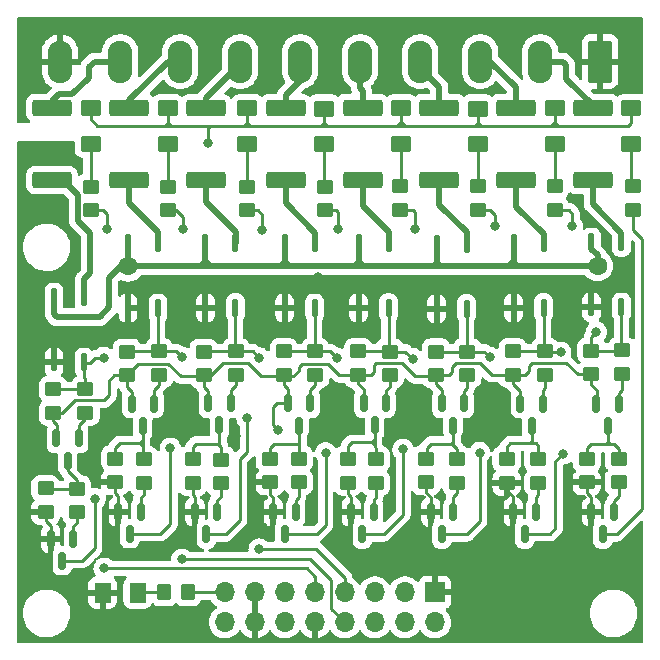
<source format=gbr>
%TF.GenerationSoftware,KiCad,Pcbnew,6.0.7+dfsg-1~bpo11+1*%
%TF.CreationDate,2022-10-12T23:44:01+02:00*%
%TF.ProjectId,rib8in_00,72696238-696e-45f3-9030-2e6b69636164,rev?*%
%TF.SameCoordinates,Original*%
%TF.FileFunction,Copper,L1,Top*%
%TF.FilePolarity,Positive*%
%FSLAX46Y46*%
G04 Gerber Fmt 4.6, Leading zero omitted, Abs format (unit mm)*
G04 Created by KiCad (PCBNEW 6.0.7+dfsg-1~bpo11+1) date 2022-10-12 23:44:01*
%MOMM*%
%LPD*%
G01*
G04 APERTURE LIST*
G04 Aperture macros list*
%AMRoundRect*
0 Rectangle with rounded corners*
0 $1 Rounding radius*
0 $2 $3 $4 $5 $6 $7 $8 $9 X,Y pos of 4 corners*
0 Add a 4 corners polygon primitive as box body*
4,1,4,$2,$3,$4,$5,$6,$7,$8,$9,$2,$3,0*
0 Add four circle primitives for the rounded corners*
1,1,$1+$1,$2,$3*
1,1,$1+$1,$4,$5*
1,1,$1+$1,$6,$7*
1,1,$1+$1,$8,$9*
0 Add four rect primitives between the rounded corners*
20,1,$1+$1,$2,$3,$4,$5,0*
20,1,$1+$1,$4,$5,$6,$7,0*
20,1,$1+$1,$6,$7,$8,$9,0*
20,1,$1+$1,$8,$9,$2,$3,0*%
G04 Aperture macros list end*
%TA.AperFunction,SMDPad,CuDef*%
%ADD10RoundRect,0.150000X-0.150000X0.587500X-0.150000X-0.587500X0.150000X-0.587500X0.150000X0.587500X0*%
%TD*%
%TA.AperFunction,SMDPad,CuDef*%
%ADD11RoundRect,0.250000X0.450000X-0.350000X0.450000X0.350000X-0.450000X0.350000X-0.450000X-0.350000X0*%
%TD*%
%TA.AperFunction,SMDPad,CuDef*%
%ADD12RoundRect,0.250000X0.350000X0.450000X-0.350000X0.450000X-0.350000X-0.450000X0.350000X-0.450000X0*%
%TD*%
%TA.AperFunction,SMDPad,CuDef*%
%ADD13RoundRect,0.250000X-0.450000X0.350000X-0.450000X-0.350000X0.450000X-0.350000X0.450000X0.350000X0*%
%TD*%
%TA.AperFunction,SMDPad,CuDef*%
%ADD14RoundRect,0.249999X-1.425001X0.450001X-1.425001X-0.450001X1.425001X-0.450001X1.425001X0.450001X0*%
%TD*%
%TA.AperFunction,SMDPad,CuDef*%
%ADD15RoundRect,0.137500X-0.137500X0.587500X-0.137500X-0.587500X0.137500X-0.587500X0.137500X0.587500X0*%
%TD*%
%TA.AperFunction,SMDPad,CuDef*%
%ADD16RoundRect,0.250001X0.624999X-0.462499X0.624999X0.462499X-0.624999X0.462499X-0.624999X-0.462499X0*%
%TD*%
%TA.AperFunction,ComponentPad*%
%ADD17R,1.700000X1.700000*%
%TD*%
%TA.AperFunction,ComponentPad*%
%ADD18O,1.700000X1.700000*%
%TD*%
%TA.AperFunction,SMDPad,CuDef*%
%ADD19RoundRect,0.250001X-0.462499X-0.624999X0.462499X-0.624999X0.462499X0.624999X-0.462499X0.624999X0*%
%TD*%
%TA.AperFunction,ComponentPad*%
%ADD20RoundRect,0.249999X0.790001X1.550001X-0.790001X1.550001X-0.790001X-1.550001X0.790001X-1.550001X0*%
%TD*%
%TA.AperFunction,ComponentPad*%
%ADD21O,2.080000X3.600000*%
%TD*%
%TA.AperFunction,ViaPad*%
%ADD22C,0.800000*%
%TD*%
%TA.AperFunction,ViaPad*%
%ADD23C,1.600000*%
%TD*%
%TA.AperFunction,Conductor*%
%ADD24C,0.250000*%
%TD*%
%TA.AperFunction,Conductor*%
%ADD25C,0.500000*%
%TD*%
G04 APERTURE END LIST*
D10*
%TO.P,Q16,1,B*%
%TO.N,Net-(Q16-Pad1)*%
X129260000Y-110662500D03*
%TO.P,Q16,2,E*%
%TO.N,GND*%
X127360000Y-110662500D03*
%TO.P,Q16,3,C*%
%TO.N,Net-(Q16-Pad3)*%
X128310000Y-112537500D03*
%TD*%
D11*
%TO.P,R25,1*%
%TO.N,+3.3V*%
X147100000Y-96820000D03*
%TO.P,R25,2*%
%TO.N,/IO_4*%
X147100000Y-94820000D03*
%TD*%
D10*
%TO.P,Q6,1,B*%
%TO.N,Net-(Q6-Pad1)*%
X168420000Y-108392500D03*
%TO.P,Q6,2,E*%
%TO.N,GND*%
X166520000Y-108392500D03*
%TO.P,Q6,3,C*%
%TO.N,Net-(R18-Pad2)*%
X167470000Y-110267500D03*
%TD*%
D12*
%TO.P,R41,1*%
%TO.N,+24V*%
X138970000Y-115200000D03*
%TO.P,R41,2*%
%TO.N,Net-(D9-Pad2)*%
X136970000Y-115200000D03*
%TD*%
D13*
%TO.P,R11,1*%
%TO.N,/IO_2*%
X162610000Y-94830000D03*
%TO.P,R11,2*%
%TO.N,Net-(Q3-Pad1)*%
X162610000Y-96830000D03*
%TD*%
%TO.P,R31,1*%
%TO.N,/IO_6*%
X136510000Y-94820000D03*
%TO.P,R31,2*%
%TO.N,Net-(Q11-Pad1)*%
X136510000Y-96820000D03*
%TD*%
D10*
%TO.P,Q1,1,B*%
%TO.N,Net-(Q1-Pad1)*%
X175450000Y-99292500D03*
%TO.P,Q1,2,E*%
%TO.N,+3.3V*%
X173550000Y-99292500D03*
%TO.P,Q1,3,C*%
%TO.N,Net-(Q1-Pad3)*%
X174500000Y-101167500D03*
%TD*%
D14*
%TO.P,R2,1*%
%TO.N,/IN_1*%
X166750000Y-74200000D03*
%TO.P,R2,2*%
%TO.N,Net-(R2-Pad2)*%
X166750000Y-80300000D03*
%TD*%
D15*
%TO.P,U5,1*%
%TO.N,Net-(R21-Pad2)*%
X149700000Y-85660000D03*
%TO.P,U5,2*%
%TO.N,/COM*%
X147160000Y-85660000D03*
%TO.P,U5,3*%
%TO.N,GND*%
X147160000Y-91160000D03*
%TO.P,U5,4*%
%TO.N,/IO_4*%
X149700000Y-91160000D03*
%TD*%
D13*
%TO.P,R19,1*%
%TO.N,Net-(D3-Pad1)*%
X163530000Y-80840000D03*
%TO.P,R19,2*%
%TO.N,Net-(R19-Pad2)*%
X163530000Y-82840000D03*
%TD*%
D10*
%TO.P,Q12,1,B*%
%TO.N,Net-(Q12-Pad1)*%
X129720000Y-102192500D03*
%TO.P,Q12,2,E*%
%TO.N,+3.3V*%
X127820000Y-102192500D03*
%TO.P,Q12,3,C*%
%TO.N,Net-(Q12-Pad3)*%
X128770000Y-104067500D03*
%TD*%
%TO.P,Q9,1,B*%
%TO.N,Net-(Q9-Pad1)*%
X149340000Y-99222500D03*
%TO.P,Q9,2,E*%
%TO.N,+3.3V*%
X147440000Y-99222500D03*
%TO.P,Q9,3,C*%
%TO.N,Net-(Q9-Pad3)*%
X148390000Y-101097500D03*
%TD*%
%TO.P,Q4,1,B*%
%TO.N,Net-(Q4-Pad1)*%
X155730000Y-99202500D03*
%TO.P,Q4,2,E*%
%TO.N,+3.3V*%
X153830000Y-99202500D03*
%TO.P,Q4,3,C*%
%TO.N,Net-(Q4-Pad3)*%
X154780000Y-101077500D03*
%TD*%
%TO.P,Q7,1,B*%
%TO.N,Net-(Q7-Pad1)*%
X161410000Y-108412500D03*
%TO.P,Q7,2,E*%
%TO.N,GND*%
X159510000Y-108412500D03*
%TO.P,Q7,3,C*%
%TO.N,Net-(R19-Pad2)*%
X160460000Y-110287500D03*
%TD*%
D15*
%TO.P,U7,1*%
%TO.N,Net-(R23-Pad2)*%
X136420000Y-85670000D03*
%TO.P,U7,2*%
%TO.N,/COM*%
X133880000Y-85670000D03*
%TO.P,U7,3*%
%TO.N,GND*%
X133880000Y-91170000D03*
%TO.P,U7,4*%
%TO.N,/IO_6*%
X136420000Y-91170000D03*
%TD*%
D13*
%TO.P,R9,1*%
%TO.N,/IO_0*%
X175740000Y-94740000D03*
%TO.P,R9,2*%
%TO.N,Net-(Q1-Pad1)*%
X175740000Y-96740000D03*
%TD*%
D16*
%TO.P,D5,1,K*%
%TO.N,Net-(D5-Pad1)*%
X150500000Y-77237500D03*
%TO.P,D5,2,A*%
%TO.N,+24V*%
X150500000Y-74262500D03*
%TD*%
D13*
%TO.P,R39,1*%
%TO.N,Net-(D7-Pad1)*%
X137250000Y-80870000D03*
%TO.P,R39,2*%
%TO.N,Net-(Q15-Pad3)*%
X137250000Y-82870000D03*
%TD*%
%TO.P,R44,1*%
%TO.N,Net-(Q3-Pad3)*%
X161710000Y-103920000D03*
%TO.P,R44,2*%
%TO.N,Net-(Q7-Pad1)*%
X161710000Y-105920000D03*
%TD*%
%TO.P,R36,1*%
%TO.N,Net-(Q12-Pad3)*%
X126910000Y-106420000D03*
%TO.P,R36,2*%
%TO.N,GND*%
X126910000Y-108420000D03*
%TD*%
%TO.P,R20,1*%
%TO.N,Net-(D4-Pad1)*%
X156950000Y-80840000D03*
%TO.P,R20,2*%
%TO.N,Net-(R20-Pad2)*%
X156950000Y-82840000D03*
%TD*%
%TO.P,R42,1*%
%TO.N,Net-(Q1-Pad3)*%
X175450000Y-103890000D03*
%TO.P,R42,2*%
%TO.N,Net-(Q5-Pad1)*%
X175450000Y-105890000D03*
%TD*%
D14*
%TO.P,R22,1*%
%TO.N,/IN_5*%
X140500000Y-74250000D03*
%TO.P,R22,2*%
%TO.N,Net-(R22-Pad2)*%
X140500000Y-80350000D03*
%TD*%
D10*
%TO.P,Q8,1,B*%
%TO.N,Net-(Q8-Pad1)*%
X154680000Y-108415000D03*
%TO.P,Q8,2,E*%
%TO.N,GND*%
X152780000Y-108415000D03*
%TO.P,Q8,3,C*%
%TO.N,Net-(R20-Pad2)*%
X153730000Y-110290000D03*
%TD*%
%TO.P,Q10,1,B*%
%TO.N,Net-(Q10-Pad1)*%
X142580000Y-99212500D03*
%TO.P,Q10,2,E*%
%TO.N,+3.3V*%
X140680000Y-99212500D03*
%TO.P,Q10,3,C*%
%TO.N,Net-(Q10-Pad3)*%
X141630000Y-101087500D03*
%TD*%
%TO.P,Q14,1,B*%
%TO.N,Net-(Q14-Pad1)*%
X141460000Y-108430000D03*
%TO.P,Q14,2,E*%
%TO.N,GND*%
X139560000Y-108430000D03*
%TO.P,Q14,3,C*%
%TO.N,Net-(Q14-Pad3)*%
X140510000Y-110305000D03*
%TD*%
D14*
%TO.P,R4,1*%
%TO.N,/IN_3*%
X153750000Y-74200000D03*
%TO.P,R4,2*%
%TO.N,Net-(R4-Pad2)*%
X153750000Y-80300000D03*
%TD*%
D15*
%TO.P,U1,1*%
%TO.N,Net-(R1-Pad2)*%
X175670000Y-85590000D03*
%TO.P,U1,2*%
%TO.N,/COM*%
X173130000Y-85590000D03*
%TO.P,U1,3*%
%TO.N,GND*%
X173130000Y-91090000D03*
%TO.P,U1,4*%
%TO.N,/IO_0*%
X175670000Y-91090000D03*
%TD*%
D14*
%TO.P,R21,1*%
%TO.N,/IN_4*%
X147250000Y-74250000D03*
%TO.P,R21,2*%
%TO.N,Net-(R21-Pad2)*%
X147250000Y-80350000D03*
%TD*%
D13*
%TO.P,R29,1*%
%TO.N,/IO_4*%
X149730000Y-94810000D03*
%TO.P,R29,2*%
%TO.N,Net-(Q9-Pad1)*%
X149730000Y-96810000D03*
%TD*%
D16*
%TO.P,D6,1,K*%
%TO.N,Net-(D6-Pad1)*%
X144000000Y-77225000D03*
%TO.P,D6,2,A*%
%TO.N,+24V*%
X144000000Y-74250000D03*
%TD*%
D15*
%TO.P,U4,1*%
%TO.N,Net-(R4-Pad2)*%
X155950000Y-85650000D03*
%TO.P,U4,2*%
%TO.N,/COM*%
X153410000Y-85650000D03*
%TO.P,U4,3*%
%TO.N,GND*%
X153410000Y-91150000D03*
%TO.P,U4,4*%
%TO.N,/IO_3*%
X155950000Y-91150000D03*
%TD*%
%TO.P,U6,1*%
%TO.N,Net-(R22-Pad2)*%
X142990000Y-85640000D03*
%TO.P,U6,2*%
%TO.N,/COM*%
X140450000Y-85640000D03*
%TO.P,U6,3*%
%TO.N,GND*%
X140450000Y-91140000D03*
%TO.P,U6,4*%
%TO.N,/IO_5*%
X142990000Y-91140000D03*
%TD*%
D10*
%TO.P,Q5,1,B*%
%TO.N,Net-(Q5-Pad1)*%
X175030000Y-108412500D03*
%TO.P,Q5,2,E*%
%TO.N,GND*%
X173130000Y-108412500D03*
%TO.P,Q5,3,C*%
%TO.N,Net-(R17-Pad2)*%
X174080000Y-110287500D03*
%TD*%
%TO.P,Q11,1,B*%
%TO.N,Net-(Q11-Pad1)*%
X136090000Y-99232500D03*
%TO.P,Q11,2,E*%
%TO.N,+3.3V*%
X134190000Y-99232500D03*
%TO.P,Q11,3,C*%
%TO.N,Net-(Q11-Pad3)*%
X135140000Y-101107500D03*
%TD*%
D13*
%TO.P,R43,1*%
%TO.N,Net-(Q2-Pad3)*%
X168640000Y-103940000D03*
%TO.P,R43,2*%
%TO.N,Net-(Q6-Pad1)*%
X168640000Y-105940000D03*
%TD*%
D16*
%TO.P,D8,1,K*%
%TO.N,Net-(D8-Pad1)*%
X130750000Y-77225000D03*
%TO.P,D8,2,A*%
%TO.N,+24V*%
X130750000Y-74250000D03*
%TD*%
D13*
%TO.P,R49,1*%
%TO.N,Net-(Q12-Pad3)*%
X129560000Y-106440000D03*
%TO.P,R49,2*%
%TO.N,Net-(Q16-Pad1)*%
X129560000Y-108440000D03*
%TD*%
D17*
%TO.P,J1,1,Pin_1*%
%TO.N,GND*%
X159875000Y-115225000D03*
D18*
%TO.P,J1,2,Pin_2*%
%TO.N,/IO_0*%
X159875000Y-117765000D03*
%TO.P,J1,3,Pin_3*%
%TO.N,/IO_1*%
X157335000Y-115225000D03*
%TO.P,J1,4,Pin_4*%
%TO.N,/IO_2*%
X157335000Y-117765000D03*
%TO.P,J1,5,Pin_5*%
%TO.N,/IO_3*%
X154795000Y-115225000D03*
%TO.P,J1,6,Pin_6*%
%TO.N,/IO_4*%
X154795000Y-117765000D03*
%TO.P,J1,7,Pin_7*%
%TO.N,/IO_5*%
X152255000Y-115225000D03*
%TO.P,J1,8,Pin_8*%
%TO.N,/IO_6*%
X152255000Y-117765000D03*
%TO.P,J1,9,Pin_9*%
%TO.N,/IO_7*%
X149715000Y-115225000D03*
%TO.P,J1,10,Pin_10*%
%TO.N,GND*%
X149715000Y-117765000D03*
%TO.P,J1,11,Pin_11*%
%TO.N,+3.3V*%
X147175000Y-115225000D03*
%TO.P,J1,12,Pin_12*%
X147175000Y-117765000D03*
%TO.P,J1,13,Pin_13*%
%TO.N,GND*%
X144635000Y-115225000D03*
%TO.P,J1,14,Pin_14*%
X144635000Y-117765000D03*
%TO.P,J1,15,Pin_15*%
%TO.N,+24V*%
X142095000Y-115225000D03*
%TO.P,J1,16,Pin_16*%
X142095000Y-117765000D03*
%TD*%
D13*
%TO.P,R15,1*%
%TO.N,Net-(Q3-Pad3)*%
X159130000Y-103900000D03*
%TO.P,R15,2*%
%TO.N,GND*%
X159130000Y-105900000D03*
%TD*%
%TO.P,R13,1*%
%TO.N,Net-(Q1-Pad3)*%
X172740000Y-103910000D03*
%TO.P,R13,2*%
%TO.N,GND*%
X172740000Y-105910000D03*
%TD*%
%TO.P,R32,1*%
%TO.N,/IO_7*%
X130270000Y-98030000D03*
%TO.P,R32,2*%
%TO.N,Net-(Q12-Pad1)*%
X130270000Y-100030000D03*
%TD*%
D11*
%TO.P,R26,1*%
%TO.N,+3.3V*%
X140310000Y-96860000D03*
%TO.P,R26,2*%
%TO.N,/IO_5*%
X140310000Y-94860000D03*
%TD*%
D10*
%TO.P,Q13,1,B*%
%TO.N,Net-(Q13-Pad1)*%
X148100000Y-108390000D03*
%TO.P,Q13,2,E*%
%TO.N,GND*%
X146200000Y-108390000D03*
%TO.P,Q13,3,C*%
%TO.N,Net-(R37-Pad2)*%
X147150000Y-110265000D03*
%TD*%
D13*
%TO.P,R40,1*%
%TO.N,Net-(D8-Pad1)*%
X130790000Y-80870000D03*
%TO.P,R40,2*%
%TO.N,Net-(Q16-Pad3)*%
X130790000Y-82870000D03*
%TD*%
D16*
%TO.P,D4,1,K*%
%TO.N,Net-(D4-Pad1)*%
X157000000Y-77225000D03*
%TO.P,D4,2,A*%
%TO.N,+24V*%
X157000000Y-74250000D03*
%TD*%
D13*
%TO.P,R17,1*%
%TO.N,Net-(D1-Pad1)*%
X176670000Y-80830000D03*
%TO.P,R17,2*%
%TO.N,Net-(R17-Pad2)*%
X176670000Y-82830000D03*
%TD*%
D16*
%TO.P,D1,1,K*%
%TO.N,Net-(D1-Pad1)*%
X176500000Y-77225000D03*
%TO.P,D1,2,A*%
%TO.N,+24V*%
X176500000Y-74250000D03*
%TD*%
D11*
%TO.P,R28,1*%
%TO.N,+3.3V*%
X127540000Y-100020000D03*
%TO.P,R28,2*%
%TO.N,/IO_7*%
X127540000Y-98020000D03*
%TD*%
D10*
%TO.P,Q15,1,B*%
%TO.N,Net-(Q15-Pad1)*%
X134970000Y-108382500D03*
%TO.P,Q15,2,E*%
%TO.N,GND*%
X133070000Y-108382500D03*
%TO.P,Q15,3,C*%
%TO.N,Net-(Q15-Pad3)*%
X134020000Y-110257500D03*
%TD*%
D13*
%TO.P,R10,1*%
%TO.N,/IO_1*%
X169190000Y-94800000D03*
%TO.P,R10,2*%
%TO.N,Net-(Q2-Pad1)*%
X169190000Y-96800000D03*
%TD*%
%TO.P,R46,1*%
%TO.N,Net-(Q9-Pad3)*%
X148340000Y-103890000D03*
%TO.P,R46,2*%
%TO.N,Net-(Q13-Pad1)*%
X148340000Y-105890000D03*
%TD*%
D14*
%TO.P,R24,1*%
%TO.N,/IN_7*%
X127450000Y-74210000D03*
%TO.P,R24,2*%
%TO.N,Net-(R24-Pad2)*%
X127450000Y-80310000D03*
%TD*%
D13*
%TO.P,R12,1*%
%TO.N,/IO_3*%
X156030000Y-94840000D03*
%TO.P,R12,2*%
%TO.N,Net-(Q4-Pad1)*%
X156030000Y-96840000D03*
%TD*%
D15*
%TO.P,U8,1*%
%TO.N,Net-(R24-Pad2)*%
X130170000Y-90250000D03*
%TO.P,U8,2*%
%TO.N,/COM*%
X127630000Y-90250000D03*
%TO.P,U8,3*%
%TO.N,GND*%
X127630000Y-95750000D03*
%TO.P,U8,4*%
%TO.N,/IO_7*%
X130170000Y-95750000D03*
%TD*%
D19*
%TO.P,D9,1,K*%
%TO.N,GND*%
X131745000Y-115240000D03*
%TO.P,D9,2,A*%
%TO.N,Net-(D9-Pad2)*%
X134720000Y-115240000D03*
%TD*%
D16*
%TO.P,D3,1,K*%
%TO.N,Net-(D3-Pad1)*%
X163500000Y-77237500D03*
%TO.P,D3,2,A*%
%TO.N,+24V*%
X163500000Y-74262500D03*
%TD*%
D13*
%TO.P,R47,1*%
%TO.N,Net-(Q10-Pad3)*%
X141750000Y-103980000D03*
%TO.P,R47,2*%
%TO.N,Net-(Q14-Pad1)*%
X141750000Y-105980000D03*
%TD*%
%TO.P,R45,1*%
%TO.N,Net-(Q4-Pad3)*%
X154870000Y-103940000D03*
%TO.P,R45,2*%
%TO.N,Net-(Q8-Pad1)*%
X154870000Y-105940000D03*
%TD*%
D16*
%TO.P,D2,1,K*%
%TO.N,Net-(D2-Pad1)*%
X170000000Y-77225000D03*
%TO.P,D2,2,A*%
%TO.N,+24V*%
X170000000Y-74250000D03*
%TD*%
D13*
%TO.P,R38,1*%
%TO.N,Net-(D6-Pad1)*%
X143940000Y-80880000D03*
%TO.P,R38,2*%
%TO.N,Net-(Q14-Pad3)*%
X143940000Y-82880000D03*
%TD*%
D14*
%TO.P,R23,1*%
%TO.N,/IN_6*%
X134010000Y-74240000D03*
%TO.P,R23,2*%
%TO.N,Net-(R23-Pad2)*%
X134010000Y-80340000D03*
%TD*%
D11*
%TO.P,R5,1*%
%TO.N,+3.3V*%
X173130000Y-96760000D03*
%TO.P,R5,2*%
%TO.N,/IO_0*%
X173130000Y-94760000D03*
%TD*%
D13*
%TO.P,R33,1*%
%TO.N,Net-(Q9-Pad3)*%
X145900000Y-103900000D03*
%TO.P,R33,2*%
%TO.N,GND*%
X145900000Y-105900000D03*
%TD*%
D11*
%TO.P,R27,1*%
%TO.N,+3.3V*%
X133790000Y-96850000D03*
%TO.P,R27,2*%
%TO.N,/IO_6*%
X133790000Y-94850000D03*
%TD*%
D13*
%TO.P,R16,1*%
%TO.N,Net-(Q4-Pad3)*%
X152530000Y-103920000D03*
%TO.P,R16,2*%
%TO.N,GND*%
X152530000Y-105920000D03*
%TD*%
D16*
%TO.P,D7,1,K*%
%TO.N,Net-(D7-Pad1)*%
X137250000Y-77225000D03*
%TO.P,D7,2,A*%
%TO.N,+24V*%
X137250000Y-74250000D03*
%TD*%
D14*
%TO.P,R1,1*%
%TO.N,/IN_0*%
X173250000Y-74200000D03*
%TO.P,R1,2*%
%TO.N,Net-(R1-Pad2)*%
X173250000Y-80300000D03*
%TD*%
D13*
%TO.P,R30,1*%
%TO.N,/IO_5*%
X143030000Y-94820000D03*
%TO.P,R30,2*%
%TO.N,Net-(Q10-Pad1)*%
X143030000Y-96820000D03*
%TD*%
%TO.P,R37,1*%
%TO.N,Net-(D5-Pad1)*%
X150550000Y-80870000D03*
%TO.P,R37,2*%
%TO.N,Net-(R37-Pad2)*%
X150550000Y-82870000D03*
%TD*%
D14*
%TO.P,R3,1*%
%TO.N,/IN_2*%
X160250000Y-74200000D03*
%TO.P,R3,2*%
%TO.N,Net-(R3-Pad2)*%
X160250000Y-80300000D03*
%TD*%
D11*
%TO.P,R7,1*%
%TO.N,+3.3V*%
X159980000Y-96830000D03*
%TO.P,R7,2*%
%TO.N,/IO_2*%
X159980000Y-94830000D03*
%TD*%
D13*
%TO.P,R48,1*%
%TO.N,Net-(Q11-Pad3)*%
X135210000Y-103930000D03*
%TO.P,R48,2*%
%TO.N,Net-(Q15-Pad1)*%
X135210000Y-105930000D03*
%TD*%
D10*
%TO.P,Q2,1,B*%
%TO.N,Net-(Q2-Pad1)*%
X169020000Y-99232500D03*
%TO.P,Q2,2,E*%
%TO.N,+3.3V*%
X167120000Y-99232500D03*
%TO.P,Q2,3,C*%
%TO.N,Net-(Q2-Pad3)*%
X168070000Y-101107500D03*
%TD*%
D11*
%TO.P,R6,1*%
%TO.N,+3.3V*%
X166470000Y-96810000D03*
%TO.P,R6,2*%
%TO.N,/IO_1*%
X166470000Y-94810000D03*
%TD*%
D13*
%TO.P,R35,1*%
%TO.N,Net-(Q11-Pad3)*%
X132820000Y-103890000D03*
%TO.P,R35,2*%
%TO.N,GND*%
X132820000Y-105890000D03*
%TD*%
%TO.P,R14,1*%
%TO.N,Net-(Q2-Pad3)*%
X165950000Y-103930000D03*
%TO.P,R14,2*%
%TO.N,GND*%
X165950000Y-105930000D03*
%TD*%
D11*
%TO.P,R8,1*%
%TO.N,+3.3V*%
X153390000Y-96820000D03*
%TO.P,R8,2*%
%TO.N,/IO_3*%
X153390000Y-94820000D03*
%TD*%
D15*
%TO.P,U2,1*%
%TO.N,Net-(R2-Pad2)*%
X169080000Y-85620000D03*
%TO.P,U2,2*%
%TO.N,/COM*%
X166540000Y-85620000D03*
%TO.P,U2,3*%
%TO.N,GND*%
X166540000Y-91120000D03*
%TO.P,U2,4*%
%TO.N,/IO_1*%
X169080000Y-91120000D03*
%TD*%
D10*
%TO.P,Q3,1,B*%
%TO.N,Net-(Q3-Pad1)*%
X162360000Y-99222500D03*
%TO.P,Q3,2,E*%
%TO.N,+3.3V*%
X160460000Y-99222500D03*
%TO.P,Q3,3,C*%
%TO.N,Net-(Q3-Pad3)*%
X161410000Y-101097500D03*
%TD*%
D13*
%TO.P,R18,1*%
%TO.N,Net-(D2-Pad1)*%
X170010000Y-80850000D03*
%TO.P,R18,2*%
%TO.N,Net-(R18-Pad2)*%
X170010000Y-82850000D03*
%TD*%
%TO.P,R34,1*%
%TO.N,Net-(Q10-Pad3)*%
X139360000Y-103950000D03*
%TO.P,R34,2*%
%TO.N,GND*%
X139360000Y-105950000D03*
%TD*%
D15*
%TO.P,U3,1*%
%TO.N,Net-(R3-Pad2)*%
X162550000Y-85700000D03*
%TO.P,U3,2*%
%TO.N,/COM*%
X160010000Y-85700000D03*
%TO.P,U3,3*%
%TO.N,GND*%
X160010000Y-91200000D03*
%TO.P,U3,4*%
%TO.N,/IO_2*%
X162550000Y-91200000D03*
%TD*%
D20*
%TO.P,J2,1,Pin_1*%
%TO.N,/COM*%
X173860000Y-70277500D03*
D21*
%TO.P,J2,2,Pin_2*%
%TO.N,/IN_0*%
X168780000Y-70277500D03*
%TO.P,J2,3,Pin_3*%
%TO.N,/IN_1*%
X163700000Y-70277500D03*
%TO.P,J2,4,Pin_4*%
%TO.N,/IN_2*%
X158620000Y-70277500D03*
%TO.P,J2,5,Pin_5*%
%TO.N,/IN_3*%
X153540000Y-70277500D03*
%TO.P,J2,6,Pin_6*%
%TO.N,/IN_4*%
X148460000Y-70277500D03*
%TO.P,J2,7,Pin_7*%
%TO.N,/IN_5*%
X143380000Y-70277500D03*
%TO.P,J2,8,Pin_8*%
%TO.N,/IN_6*%
X138300000Y-70277500D03*
%TO.P,J2,9,Pin_9*%
%TO.N,/IN_7*%
X133220000Y-70277500D03*
%TO.P,J2,10,Pin_10*%
%TO.N,/COM*%
X128140000Y-70277500D03*
%TD*%
D22*
%TO.N,+24V*%
X140700000Y-77140000D03*
%TO.N,GND*%
X139500000Y-101500000D03*
X162500000Y-102000000D03*
X143000000Y-102000000D03*
X130020000Y-104570000D03*
X143430000Y-110540000D03*
X149500000Y-109000000D03*
X149500000Y-102000000D03*
X156000000Y-102000000D03*
X150000000Y-88500000D03*
%TO.N,/IO_0*%
X173540000Y-93170000D03*
%TO.N,/IO_1*%
X170520000Y-94900000D03*
%TO.N,/IO_2*%
X164530000Y-95320000D03*
%TO.N,/IO_3*%
X157980000Y-95440000D03*
%TO.N,/IO_4*%
X151580000Y-95380000D03*
%TO.N,/IO_5*%
X145000000Y-111550000D03*
X144990000Y-95360000D03*
%TO.N,/IO_6*%
X138450000Y-112420000D03*
X138440000Y-95300000D03*
%TO.N,/IO_7*%
X131820000Y-95340000D03*
X131880000Y-113190000D03*
%TO.N,+3.3V*%
X146610000Y-101480000D03*
D23*
%TO.N,/COM*%
X173650000Y-87580000D03*
X133900000Y-87600000D03*
D22*
%TO.N,Net-(R18-Pad2)*%
X171490000Y-84240000D03*
X170760000Y-103470000D03*
%TO.N,Net-(Q14-Pad3)*%
X143970000Y-100440000D03*
X145250000Y-84510000D03*
%TO.N,Net-(Q15-Pad3)*%
X138540000Y-84470000D03*
X137470000Y-103020000D03*
%TO.N,Net-(Q16-Pad3)*%
X131090000Y-107280000D03*
X132090000Y-84490000D03*
%TO.N,Net-(R19-Pad2)*%
X164980000Y-84190000D03*
X163660000Y-103390000D03*
%TO.N,Net-(R20-Pad2)*%
X158210000Y-84470000D03*
X157180000Y-103110000D03*
%TO.N,Net-(R37-Pad2)*%
X150620000Y-103420000D03*
X151670000Y-84430000D03*
%TD*%
D24*
%TO.N,Net-(D1-Pad1)*%
X176500000Y-80660000D02*
X176670000Y-80830000D01*
X176500000Y-77225000D02*
X176500000Y-80660000D01*
%TO.N,+24V*%
X140700000Y-75860000D02*
X140540000Y-75700000D01*
X150500000Y-74262500D02*
X150500000Y-75420000D01*
X140700000Y-77140000D02*
X140700000Y-76390000D01*
X170040000Y-75700000D02*
X170280000Y-75700000D01*
X156450000Y-75700000D02*
X156700000Y-75700000D01*
X157300000Y-75700000D02*
X163130000Y-75700000D01*
X163760000Y-75700000D02*
X169710000Y-75700000D01*
X130750000Y-75170000D02*
X131280000Y-75700000D01*
X140700000Y-76390000D02*
X140700000Y-75870000D01*
X144260000Y-75700000D02*
X150200000Y-75700000D01*
X169710000Y-75700000D02*
X169720000Y-75700000D01*
X163500000Y-75440000D02*
X163760000Y-75700000D01*
X142095000Y-115225000D02*
X138995000Y-115225000D01*
X156450000Y-75700000D02*
X157300000Y-75700000D01*
X137010000Y-75700000D02*
X137250000Y-75460000D01*
X136760000Y-75700000D02*
X137490000Y-75700000D01*
X170000000Y-75420000D02*
X170280000Y-75700000D01*
X163240000Y-75700000D02*
X163500000Y-75440000D01*
X163130000Y-75700000D02*
X163760000Y-75700000D01*
X170000000Y-75240000D02*
X170000000Y-75420000D01*
X143740000Y-75700000D02*
X144260000Y-75700000D01*
X143740000Y-75700000D02*
X144000000Y-75440000D01*
X169710000Y-75700000D02*
X170040000Y-75700000D01*
X169720000Y-75700000D02*
X170000000Y-75420000D01*
X163130000Y-75700000D02*
X163240000Y-75700000D01*
X163500000Y-74262500D02*
X163500000Y-75440000D01*
X138995000Y-115225000D02*
X138970000Y-115200000D01*
X150780000Y-75700000D02*
X156450000Y-75700000D01*
X170000000Y-74250000D02*
X170000000Y-75240000D01*
X176250000Y-75700000D02*
X176500000Y-75450000D01*
X150220000Y-75700000D02*
X150500000Y-75420000D01*
X130750000Y-74250000D02*
X130750000Y-75170000D01*
X170000000Y-75660000D02*
X170040000Y-75700000D01*
X170280000Y-75700000D02*
X176250000Y-75700000D01*
X137250000Y-75460000D02*
X137490000Y-75700000D01*
X136760000Y-75700000D02*
X137010000Y-75700000D01*
X150200000Y-75700000D02*
X150220000Y-75700000D01*
X140540000Y-75700000D02*
X140870000Y-75700000D01*
X140700000Y-75870000D02*
X140870000Y-75700000D01*
X131280000Y-75700000D02*
X136760000Y-75700000D01*
X137490000Y-75700000D02*
X140540000Y-75700000D01*
X144000000Y-75440000D02*
X144260000Y-75700000D01*
X150200000Y-75700000D02*
X150780000Y-75700000D01*
X137250000Y-74250000D02*
X137250000Y-75460000D01*
X157000000Y-75400000D02*
X157300000Y-75700000D01*
X144000000Y-74250000D02*
X144000000Y-75440000D01*
X140700000Y-76390000D02*
X140700000Y-75860000D01*
X157000000Y-74250000D02*
X157000000Y-75400000D01*
X176500000Y-75450000D02*
X176500000Y-74250000D01*
X170000000Y-75420000D02*
X170000000Y-75660000D01*
X140870000Y-75700000D02*
X143740000Y-75700000D01*
X156700000Y-75700000D02*
X157000000Y-75400000D01*
X150500000Y-75420000D02*
X150780000Y-75700000D01*
%TO.N,Net-(D2-Pad1)*%
X170000000Y-77225000D02*
X170000000Y-80840000D01*
X170000000Y-80840000D02*
X170010000Y-80850000D01*
%TO.N,Net-(D3-Pad1)*%
X163500000Y-77237500D02*
X163500000Y-80810000D01*
X163500000Y-80810000D02*
X163530000Y-80840000D01*
%TO.N,Net-(D4-Pad1)*%
X157000000Y-77225000D02*
X157000000Y-80790000D01*
X157000000Y-80790000D02*
X156950000Y-80840000D01*
%TO.N,Net-(D5-Pad1)*%
X150500000Y-80820000D02*
X150550000Y-80870000D01*
X150500000Y-77237500D02*
X150500000Y-80820000D01*
%TO.N,Net-(D6-Pad1)*%
X144000000Y-80820000D02*
X143940000Y-80880000D01*
X144000000Y-77225000D02*
X144000000Y-80820000D01*
%TO.N,Net-(D7-Pad1)*%
X137250000Y-77225000D02*
X137250000Y-80870000D01*
%TO.N,Net-(D8-Pad1)*%
X130750000Y-80830000D02*
X130790000Y-80870000D01*
X130750000Y-77225000D02*
X130750000Y-80830000D01*
%TO.N,GND*%
X126910000Y-109190000D02*
X127360000Y-109640000D01*
X132820000Y-105890000D02*
X132820000Y-106830000D01*
X159510000Y-108412500D02*
X159510000Y-107160000D01*
X152530000Y-106890000D02*
X152780000Y-107140000D01*
X173130000Y-107160000D02*
X172740000Y-106770000D01*
X127360000Y-109640000D02*
X127360000Y-110662500D01*
X132820000Y-106830000D02*
X133070000Y-107080000D01*
X159510000Y-107160000D02*
X159130000Y-106780000D01*
X133070000Y-107080000D02*
X133070000Y-108382500D01*
X152780000Y-107140000D02*
X152780000Y-108415000D01*
X152530000Y-105920000D02*
X152530000Y-106890000D01*
X165950000Y-106550000D02*
X166520000Y-107120000D01*
X139560000Y-108430000D02*
X139560000Y-107170000D01*
X172740000Y-106770000D02*
X172740000Y-105910000D01*
X126910000Y-108420000D02*
X126910000Y-109190000D01*
X146200000Y-107200000D02*
X145900000Y-106900000D01*
X139360000Y-105950000D02*
X139360000Y-106970000D01*
X173130000Y-108412500D02*
X173130000Y-107160000D01*
X159130000Y-106780000D02*
X159130000Y-105900000D01*
X139560000Y-107170000D02*
X139360000Y-106970000D01*
X145900000Y-106900000D02*
X145900000Y-105900000D01*
X146200000Y-108390000D02*
X146200000Y-107200000D01*
X165950000Y-105930000D02*
X165950000Y-106550000D01*
X166520000Y-107120000D02*
X166520000Y-108392500D01*
%TO.N,Net-(D9-Pad2)*%
X136970000Y-115200000D02*
X134760000Y-115200000D01*
X134760000Y-115200000D02*
X134720000Y-115240000D01*
%TO.N,/IO_0*%
X175720000Y-94760000D02*
X175740000Y-94740000D01*
X173130000Y-94760000D02*
X173130000Y-93580000D01*
X175670000Y-91090000D02*
X175670000Y-94670000D01*
X173130000Y-93580000D02*
X173540000Y-93170000D01*
X173130000Y-94760000D02*
X175720000Y-94760000D01*
X175670000Y-94670000D02*
X175740000Y-94740000D01*
%TO.N,/IO_1*%
X169190000Y-94800000D02*
X166480000Y-94800000D01*
X169080000Y-94690000D02*
X169190000Y-94800000D01*
X166480000Y-94800000D02*
X166470000Y-94810000D01*
X169080000Y-91120000D02*
X169080000Y-94690000D01*
X169290000Y-94900000D02*
X169190000Y-94800000D01*
X170520000Y-94900000D02*
X169290000Y-94900000D01*
%TO.N,/IO_2*%
X162550000Y-94770000D02*
X162610000Y-94830000D01*
X162550000Y-91200000D02*
X162550000Y-94770000D01*
X164040000Y-94830000D02*
X164530000Y-95320000D01*
X162610000Y-94830000D02*
X159980000Y-94830000D01*
X162610000Y-94830000D02*
X164040000Y-94830000D01*
%TO.N,/IO_3*%
X156030000Y-94840000D02*
X157380000Y-94840000D01*
X156010000Y-94820000D02*
X153390000Y-94820000D01*
X155950000Y-94760000D02*
X156030000Y-94840000D01*
X157380000Y-94840000D02*
X157980000Y-95440000D01*
X155950000Y-91150000D02*
X155950000Y-94760000D01*
X156030000Y-94840000D02*
X156010000Y-94820000D01*
%TO.N,/IO_4*%
X147110000Y-94810000D02*
X147100000Y-94820000D01*
X149700000Y-91160000D02*
X149700000Y-94780000D01*
X151010000Y-94810000D02*
X151580000Y-95380000D01*
X149730000Y-94810000D02*
X147110000Y-94810000D01*
X149700000Y-94780000D02*
X149730000Y-94810000D01*
X149730000Y-94810000D02*
X151010000Y-94810000D01*
%TO.N,/IO_5*%
X143030000Y-94820000D02*
X140350000Y-94820000D01*
X143030000Y-94820000D02*
X144450000Y-94820000D01*
X140350000Y-94820000D02*
X140310000Y-94860000D01*
X142990000Y-91140000D02*
X142990000Y-94780000D01*
X149810000Y-111550000D02*
X152255000Y-113995000D01*
X152255000Y-113995000D02*
X152255000Y-115225000D01*
X144450000Y-94820000D02*
X144990000Y-95360000D01*
X145000000Y-111550000D02*
X149810000Y-111550000D01*
X142990000Y-94780000D02*
X143030000Y-94820000D01*
%TO.N,/IO_6*%
X137960000Y-94820000D02*
X138440000Y-95300000D01*
X136510000Y-94820000D02*
X137960000Y-94820000D01*
X136420000Y-94730000D02*
X136510000Y-94820000D01*
X133820000Y-94820000D02*
X133790000Y-94850000D01*
X151080000Y-114190000D02*
X149310000Y-112420000D01*
X152255000Y-117765000D02*
X151080000Y-116590000D01*
X136510000Y-94820000D02*
X133820000Y-94820000D01*
X151080000Y-116590000D02*
X151080000Y-114190000D01*
X149310000Y-112420000D02*
X138450000Y-112420000D01*
X136420000Y-91170000D02*
X136420000Y-94730000D01*
%TO.N,/IO_7*%
X130270000Y-97130000D02*
X130280000Y-97120000D01*
X149715000Y-113895000D02*
X149715000Y-115225000D01*
X131880000Y-113190000D02*
X149010000Y-113190000D01*
X127540000Y-98020000D02*
X130260000Y-98020000D01*
X130170000Y-95750000D02*
X130170000Y-97010000D01*
X130260000Y-98020000D02*
X130270000Y-98030000D01*
X130200000Y-95780000D02*
X130170000Y-95750000D01*
X130670000Y-95780000D02*
X130200000Y-95780000D01*
X149010000Y-113190000D02*
X149715000Y-113895000D01*
X131820000Y-95340000D02*
X131810000Y-95350000D01*
X131100000Y-95350000D02*
X130670000Y-95780000D01*
X130170000Y-97010000D02*
X130280000Y-97120000D01*
X131810000Y-95350000D02*
X131100000Y-95350000D01*
X130270000Y-98030000D02*
X130270000Y-97130000D01*
%TO.N,+3.3V*%
X173130000Y-96760000D02*
X173130000Y-97690000D01*
X170970000Y-95780000D02*
X168090000Y-95780000D01*
X161690000Y-95760000D02*
X163650000Y-95760000D01*
X166470000Y-97550000D02*
X167120000Y-98200000D01*
X138340000Y-96920000D02*
X140250000Y-96920000D01*
X161330000Y-96120000D02*
X161455000Y-95995000D01*
X173130000Y-96760000D02*
X171950000Y-96760000D01*
X140930000Y-96860000D02*
X141970000Y-95820000D01*
X127850000Y-101050000D02*
X127850000Y-102162500D01*
X167120000Y-98200000D02*
X167120000Y-99232500D01*
X140310000Y-97810000D02*
X140680000Y-98180000D01*
X153390000Y-96820000D02*
X151770000Y-96820000D01*
X140680000Y-98180000D02*
X140680000Y-99212500D01*
X161455000Y-95995000D02*
X161560000Y-95890000D01*
X146517500Y-99222500D02*
X147440000Y-99222500D01*
X158160000Y-96910000D02*
X159900000Y-96910000D01*
X146610000Y-101480000D02*
X146200000Y-101070000D01*
X145120000Y-96900000D02*
X147020000Y-96900000D01*
X144040000Y-95820000D02*
X145120000Y-96900000D01*
X128320000Y-100020000D02*
X127540000Y-100020000D01*
X129370000Y-98970000D02*
X128320000Y-100020000D01*
X150830000Y-95880000D02*
X148630000Y-95880000D01*
X151770000Y-96820000D02*
X150830000Y-95880000D01*
X153390000Y-96820000D02*
X154460000Y-96820000D01*
X147440000Y-98000000D02*
X147440000Y-99222500D01*
X154690000Y-95990000D02*
X154880000Y-95800000D01*
X154690000Y-96590000D02*
X154690000Y-95990000D01*
X166470000Y-96810000D02*
X166470000Y-97550000D01*
X164700000Y-96810000D02*
X166470000Y-96810000D01*
X154880000Y-95800000D02*
X157050000Y-95800000D01*
X159980000Y-97570000D02*
X160460000Y-98050000D01*
X127540000Y-100740000D02*
X127850000Y-101050000D01*
X153830000Y-98020000D02*
X153830000Y-99202500D01*
X161455000Y-95995000D02*
X161690000Y-95760000D01*
X167840000Y-96470000D02*
X167500000Y-96810000D01*
X159980000Y-96830000D02*
X161040000Y-96830000D01*
X146200000Y-101070000D02*
X146200000Y-99540000D01*
X131880000Y-98970000D02*
X131660000Y-98970000D01*
X148630000Y-95880000D02*
X148330000Y-96180000D01*
X160460000Y-99222500D02*
X160460000Y-98050000D01*
X147020000Y-96900000D02*
X147100000Y-96820000D01*
X147890000Y-96880000D02*
X147160000Y-96880000D01*
X131660000Y-98970000D02*
X129370000Y-98970000D01*
X137315000Y-95895000D02*
X138340000Y-96920000D01*
X140310000Y-96860000D02*
X140930000Y-96860000D01*
X140250000Y-96920000D02*
X140310000Y-96860000D01*
X141970000Y-95820000D02*
X144040000Y-95820000D01*
X148330000Y-96440000D02*
X147890000Y-96880000D01*
X134190000Y-98220000D02*
X134190000Y-99232500D01*
X133790000Y-96850000D02*
X133790000Y-97820000D01*
X157050000Y-95800000D02*
X158160000Y-96910000D01*
X161040000Y-96830000D02*
X161330000Y-96540000D01*
X167500000Y-96810000D02*
X166470000Y-96810000D01*
X171950000Y-96760000D02*
X170970000Y-95780000D01*
X173560000Y-98120000D02*
X173560000Y-99282500D01*
X133790000Y-96850000D02*
X132740000Y-96850000D01*
X148330000Y-96180000D02*
X148330000Y-96440000D01*
X154460000Y-96820000D02*
X154690000Y-96590000D01*
X127540000Y-100020000D02*
X127540000Y-100740000D01*
X161330000Y-96540000D02*
X161330000Y-96120000D01*
X173560000Y-99282500D02*
X173550000Y-99292500D01*
X159980000Y-96830000D02*
X159980000Y-97570000D01*
X173130000Y-97690000D02*
X173560000Y-98120000D01*
X167840000Y-96030000D02*
X167840000Y-96470000D01*
X153390000Y-96820000D02*
X153390000Y-97580000D01*
X127850000Y-102162500D02*
X127820000Y-102192500D01*
X133790000Y-97820000D02*
X134190000Y-98220000D01*
X134745000Y-95895000D02*
X137315000Y-95895000D01*
X146200000Y-99540000D02*
X146517500Y-99222500D01*
X147100000Y-97660000D02*
X147440000Y-98000000D01*
X163650000Y-95760000D02*
X163780000Y-95890000D01*
X163780000Y-95890000D02*
X164700000Y-96810000D01*
X147100000Y-96820000D02*
X147100000Y-97660000D01*
X159900000Y-96910000D02*
X159980000Y-96830000D01*
X132300000Y-98550000D02*
X131880000Y-98970000D01*
X132740000Y-96850000D02*
X132300000Y-97290000D01*
X133790000Y-96850000D02*
X134745000Y-95895000D01*
X168090000Y-95780000D02*
X167840000Y-96030000D01*
X132300000Y-97290000D02*
X132300000Y-98550000D01*
X147160000Y-96880000D02*
X147100000Y-96820000D01*
X153390000Y-97580000D02*
X153830000Y-98020000D01*
X140310000Y-96860000D02*
X140310000Y-97810000D01*
D25*
%TO.N,/COM*%
X173650000Y-87580000D02*
X172260000Y-87580000D01*
X160010000Y-87310000D02*
X160290000Y-87590000D01*
X140450000Y-85640000D02*
X140450000Y-87170000D01*
X147160000Y-85660000D02*
X147160000Y-87210000D01*
X166520000Y-87280000D02*
X166830000Y-87590000D01*
X166170000Y-87590000D02*
X166830000Y-87590000D01*
X153410000Y-85650000D02*
X153410000Y-87250000D01*
X133900000Y-87600000D02*
X133900000Y-85690000D01*
X133910000Y-87590000D02*
X133900000Y-87600000D01*
X166540000Y-85620000D02*
X166540000Y-86900000D01*
X140030000Y-87590000D02*
X140450000Y-87170000D01*
X166520000Y-87240000D02*
X166520000Y-87280000D01*
X153980000Y-87590000D02*
X154600000Y-87590000D01*
X153070000Y-87590000D02*
X153980000Y-87590000D01*
X140870000Y-87590000D02*
X139500000Y-87590000D01*
X166540000Y-87240000D02*
X166520000Y-87240000D01*
X139500000Y-87590000D02*
X133910000Y-87590000D01*
X160010000Y-85700000D02*
X160010000Y-87310000D01*
X154600000Y-87590000D02*
X153750000Y-87590000D01*
X139500000Y-87590000D02*
X140030000Y-87590000D01*
X166830000Y-87590000D02*
X172250000Y-87590000D01*
X127880000Y-91920000D02*
X131480000Y-91920000D01*
X133900000Y-87600000D02*
X133300000Y-87600000D01*
X173130000Y-85590000D02*
X173130000Y-86170000D01*
X146800000Y-87590000D02*
X147540000Y-87590000D01*
X153750000Y-87590000D02*
X153410000Y-87250000D01*
X127630000Y-90250000D02*
X127630000Y-91670000D01*
X172260000Y-87580000D02*
X172250000Y-87590000D01*
X160010000Y-87310000D02*
X159730000Y-87590000D01*
X132300000Y-88600000D02*
X132300000Y-91100000D01*
X166540000Y-86900000D02*
X166540000Y-87240000D01*
X160290000Y-87590000D02*
X166170000Y-87590000D01*
X147540000Y-87590000D02*
X153070000Y-87590000D01*
X173650000Y-86690000D02*
X173650000Y-87580000D01*
X140450000Y-87170000D02*
X140870000Y-87590000D01*
X153410000Y-87250000D02*
X153070000Y-87590000D01*
X127630000Y-91670000D02*
X127880000Y-91920000D01*
X166540000Y-86900000D02*
X166540000Y-87110000D01*
X147160000Y-87210000D02*
X147540000Y-87590000D01*
X140870000Y-87590000D02*
X146800000Y-87590000D01*
X173130000Y-86170000D02*
X173650000Y-86690000D01*
X131480000Y-91920000D02*
X132300000Y-91100000D01*
X159720000Y-87590000D02*
X160290000Y-87590000D01*
X133900000Y-85690000D02*
X133880000Y-85670000D01*
X133300000Y-87600000D02*
X132300000Y-88600000D01*
X147160000Y-87230000D02*
X146800000Y-87590000D01*
X159730000Y-87590000D02*
X159720000Y-87590000D01*
X153410000Y-85650000D02*
X153410000Y-87020000D01*
X147160000Y-85660000D02*
X147160000Y-87230000D01*
X154600000Y-87590000D02*
X159720000Y-87590000D01*
X166520000Y-87240000D02*
X166170000Y-87590000D01*
%TO.N,/IN_0*%
X168780000Y-70277500D02*
X170687500Y-70277500D01*
X170985000Y-71735000D02*
X173250000Y-74000000D01*
X173250000Y-74000000D02*
X173250000Y-74200000D01*
X170985000Y-70575000D02*
X170985000Y-71735000D01*
X170687500Y-70277500D02*
X170985000Y-70575000D01*
%TO.N,/IN_1*%
X166750000Y-72460000D02*
X164567500Y-70277500D01*
X166750000Y-74200000D02*
X166750000Y-72460000D01*
X164567500Y-70277500D02*
X163700000Y-70277500D01*
%TO.N,/IN_2*%
X158620000Y-70277500D02*
X158620000Y-70820000D01*
X158620000Y-70820000D02*
X160250000Y-72450000D01*
X160250000Y-72450000D02*
X160250000Y-74200000D01*
%TO.N,/IN_3*%
X153770000Y-72780000D02*
X153770000Y-74180000D01*
X153540000Y-72550000D02*
X153770000Y-72780000D01*
X153540000Y-70277500D02*
X153540000Y-72550000D01*
X153770000Y-74180000D02*
X153750000Y-74200000D01*
%TO.N,/IN_4*%
X148460000Y-70277500D02*
X148460000Y-71900000D01*
X148460000Y-71900000D02*
X147250000Y-73110000D01*
X147250000Y-73110000D02*
X147250000Y-74250000D01*
%TO.N,/IN_5*%
X143380000Y-70277500D02*
X143380000Y-70500000D01*
X140500000Y-73380000D02*
X140500000Y-74250000D01*
X143380000Y-70500000D02*
X140500000Y-73380000D01*
%TO.N,/IN_6*%
X137282500Y-70277500D02*
X138300000Y-70277500D01*
X134010000Y-74240000D02*
X134010000Y-73550000D01*
X134010000Y-73550000D02*
X137282500Y-70277500D01*
%TO.N,/IN_7*%
X128040000Y-73060000D02*
X129190000Y-73060000D01*
X130600000Y-71650000D02*
X130600000Y-70760000D01*
X131082500Y-70277500D02*
X133220000Y-70277500D01*
X130600000Y-70760000D02*
X131082500Y-70277500D01*
X129190000Y-73060000D02*
X130600000Y-71650000D01*
X127450000Y-74210000D02*
X127450000Y-73650000D01*
X127450000Y-73650000D02*
X128040000Y-73060000D01*
D24*
%TO.N,Net-(Q1-Pad1)*%
X175740000Y-98080000D02*
X175450000Y-98370000D01*
X175450000Y-98370000D02*
X175450000Y-99292500D01*
X175740000Y-96740000D02*
X175740000Y-98080000D01*
%TO.N,Net-(Q1-Pad3)*%
X174710000Y-102680000D02*
X174310000Y-102680000D01*
X174500000Y-102470000D02*
X174710000Y-102680000D01*
X175450000Y-103060000D02*
X175070000Y-102680000D01*
X174310000Y-102680000D02*
X173090000Y-102680000D01*
X174500000Y-101167500D02*
X174500000Y-102470000D01*
X172740000Y-103030000D02*
X172740000Y-103910000D01*
X175450000Y-103890000D02*
X175450000Y-103060000D01*
X174500000Y-101167500D02*
X174500000Y-102490000D01*
X175070000Y-102680000D02*
X174710000Y-102680000D01*
X174500000Y-102490000D02*
X174310000Y-102680000D01*
X173090000Y-102680000D02*
X172740000Y-103030000D01*
%TO.N,Net-(Q2-Pad1)*%
X169190000Y-97880000D02*
X169020000Y-98050000D01*
X169020000Y-98050000D02*
X169020000Y-99232500D01*
X169190000Y-96800000D02*
X169190000Y-97880000D01*
%TO.N,Net-(Q2-Pad3)*%
X165950000Y-102900000D02*
X166250000Y-102600000D01*
X168070000Y-101107500D02*
X168070000Y-102440000D01*
X168640000Y-102790000D02*
X168640000Y-103940000D01*
X166250000Y-102600000D02*
X167910000Y-102600000D01*
X167910000Y-102600000D02*
X168220000Y-102600000D01*
X168070000Y-102440000D02*
X167910000Y-102600000D01*
X165950000Y-103930000D02*
X165950000Y-102900000D01*
X168450000Y-102600000D02*
X168640000Y-102790000D01*
X168070000Y-101107500D02*
X168070000Y-102450000D01*
X168070000Y-102450000D02*
X168220000Y-102600000D01*
X168220000Y-102600000D02*
X168450000Y-102600000D01*
%TO.N,Net-(Q3-Pad1)*%
X162610000Y-97950000D02*
X162610000Y-96830000D01*
X162360000Y-98200000D02*
X162610000Y-97950000D01*
X162360000Y-99222500D02*
X162360000Y-98200000D01*
%TO.N,Net-(Q3-Pad3)*%
X159200000Y-102970000D02*
X159540000Y-102630000D01*
X159540000Y-102630000D02*
X161260000Y-102630000D01*
X161400000Y-102770000D02*
X161710000Y-103080000D01*
X161410000Y-102480000D02*
X161260000Y-102630000D01*
X159200000Y-103830000D02*
X159200000Y-102970000D01*
X161410000Y-102760000D02*
X161400000Y-102770000D01*
X159130000Y-103900000D02*
X159200000Y-103830000D01*
X161410000Y-102480000D02*
X161410000Y-102760000D01*
X161260000Y-102630000D02*
X161400000Y-102770000D01*
X159160000Y-103870000D02*
X159130000Y-103900000D01*
X161710000Y-103080000D02*
X161710000Y-103920000D01*
X161410000Y-101097500D02*
X161410000Y-102480000D01*
%TO.N,Net-(Q4-Pad1)*%
X155730000Y-98120000D02*
X156030000Y-97820000D01*
X155730000Y-99202500D02*
X155730000Y-98120000D01*
X156030000Y-96840000D02*
X156030000Y-97820000D01*
%TO.N,Net-(Q4-Pad3)*%
X152530000Y-102840000D02*
X152860000Y-102510000D01*
X154700000Y-102510000D02*
X154780000Y-102590000D01*
X154780000Y-102240000D02*
X154780000Y-102590000D01*
X154780000Y-102700000D02*
X154780000Y-102910000D01*
X154510000Y-102510000D02*
X154780000Y-102240000D01*
X154870000Y-103000000D02*
X154870000Y-103940000D01*
X154510000Y-102510000D02*
X154700000Y-102700000D01*
X152530000Y-103920000D02*
X152530000Y-102840000D01*
X154510000Y-102510000D02*
X154700000Y-102510000D01*
X154780000Y-101077500D02*
X154780000Y-102240000D01*
X154870000Y-103000000D02*
X154780000Y-102910000D01*
X154780000Y-102590000D02*
X154780000Y-102700000D01*
X154700000Y-102700000D02*
X154780000Y-102700000D01*
X152860000Y-102510000D02*
X154510000Y-102510000D01*
%TO.N,Net-(Q5-Pad1)*%
X175030000Y-107470000D02*
X175450000Y-107050000D01*
X175450000Y-107050000D02*
X175450000Y-105890000D01*
X175030000Y-108412500D02*
X175030000Y-107470000D01*
%TO.N,Net-(R17-Pad2)*%
X177445000Y-85305000D02*
X177445000Y-108125000D01*
X176670000Y-84530000D02*
X177445000Y-85305000D01*
X176670000Y-82830000D02*
X176670000Y-84530000D01*
X177445000Y-108125000D02*
X175282500Y-110287500D01*
X175282500Y-110287500D02*
X174080000Y-110287500D01*
%TO.N,Net-(Q6-Pad1)*%
X168640000Y-106940000D02*
X168420000Y-107160000D01*
X168420000Y-107160000D02*
X168420000Y-108392500D01*
X168640000Y-105940000D02*
X168640000Y-106940000D01*
%TO.N,Net-(R18-Pad2)*%
X171190000Y-82850000D02*
X170010000Y-82850000D01*
X169612500Y-110267500D02*
X170077500Y-109802500D01*
X170700000Y-103470000D02*
X170760000Y-103470000D01*
X171490000Y-84240000D02*
X171490000Y-83150000D01*
X171490000Y-83150000D02*
X171190000Y-82850000D01*
X170077500Y-109802500D02*
X170077500Y-104092500D01*
X170077500Y-104092500D02*
X170700000Y-103470000D01*
X167470000Y-110267500D02*
X169612500Y-110267500D01*
%TO.N,Net-(Q9-Pad1)*%
X149340000Y-98050000D02*
X149340000Y-99222500D01*
X149730000Y-97660000D02*
X149340000Y-98050000D01*
X149730000Y-96810000D02*
X149730000Y-97660000D01*
%TO.N,Net-(Q13-Pad1)*%
X148340000Y-107140000D02*
X148100000Y-107380000D01*
X148340000Y-105890000D02*
X148340000Y-107140000D01*
X148100000Y-108390000D02*
X148100000Y-107380000D01*
%TO.N,Net-(Q10-Pad1)*%
X142580000Y-98130000D02*
X142580000Y-99212500D01*
X143030000Y-97680000D02*
X142580000Y-98130000D01*
X143030000Y-96820000D02*
X143030000Y-97680000D01*
%TO.N,Net-(Q10-Pad3)*%
X141750000Y-102890000D02*
X141750000Y-103980000D01*
X141510000Y-102650000D02*
X141630000Y-102530000D01*
X139620000Y-102650000D02*
X141510000Y-102650000D01*
X141510000Y-102650000D02*
X141635000Y-102775000D01*
X141630000Y-102380000D02*
X141630000Y-102530000D01*
X141635000Y-102775000D02*
X141750000Y-102890000D01*
X141630000Y-101087500D02*
X141630000Y-102380000D01*
X139620000Y-102650000D02*
X139360000Y-102910000D01*
X141630000Y-102380000D02*
X141630000Y-102770000D01*
X141630000Y-102770000D02*
X141635000Y-102775000D01*
X139360000Y-102910000D02*
X139360000Y-103950000D01*
%TO.N,Net-(Q11-Pad1)*%
X136090000Y-98060000D02*
X136090000Y-99232500D01*
X136510000Y-96820000D02*
X136510000Y-97640000D01*
X136510000Y-97640000D02*
X136090000Y-98060000D01*
%TO.N,Net-(Q11-Pad3)*%
X134940000Y-102580000D02*
X135120000Y-102580000D01*
X134890000Y-102580000D02*
X135140000Y-102330000D01*
X135120000Y-102580000D02*
X135140000Y-102560000D01*
X134710000Y-102580000D02*
X134940000Y-102580000D01*
X135140000Y-103860000D02*
X135210000Y-103930000D01*
X135140000Y-102800000D02*
X135140000Y-103860000D01*
X135140000Y-101107500D02*
X135140000Y-102330000D01*
X132820000Y-102970000D02*
X133210000Y-102580000D01*
X134920000Y-102580000D02*
X135140000Y-102800000D01*
X132820000Y-102970000D02*
X132820000Y-103890000D01*
X134710000Y-102580000D02*
X134890000Y-102580000D01*
X133210000Y-102580000D02*
X134710000Y-102580000D01*
X135140000Y-102560000D02*
X135140000Y-102800000D01*
X135140000Y-102730000D02*
X135140000Y-102800000D01*
X135140000Y-102330000D02*
X135140000Y-102560000D01*
X134710000Y-102580000D02*
X134920000Y-102580000D01*
%TO.N,Net-(Q12-Pad1)*%
X129720000Y-102192500D02*
X129720000Y-101060000D01*
X129720000Y-101060000D02*
X130270000Y-100510000D01*
X130270000Y-100510000D02*
X130270000Y-100030000D01*
%TO.N,Net-(Q12-Pad3)*%
X129560000Y-105730000D02*
X129560000Y-106440000D01*
X126930000Y-106440000D02*
X126910000Y-106420000D01*
X129560000Y-106440000D02*
X126930000Y-106440000D01*
X128770000Y-104940000D02*
X129560000Y-105730000D01*
X128770000Y-104067500D02*
X128770000Y-104940000D01*
%TO.N,Net-(Q7-Pad1)*%
X161410000Y-107150000D02*
X161410000Y-108412500D01*
X161710000Y-105920000D02*
X161710000Y-106850000D01*
X161710000Y-106850000D02*
X161410000Y-107150000D01*
%TO.N,Net-(Q14-Pad3)*%
X143970000Y-100440000D02*
X143970000Y-103330000D01*
X140510000Y-110305000D02*
X142155000Y-110305000D01*
X142155000Y-110305000D02*
X143330000Y-109130000D01*
X143330000Y-109130000D02*
X143330000Y-103970000D01*
X145250000Y-84510000D02*
X145250000Y-83240000D01*
X144890000Y-82880000D02*
X143940000Y-82880000D01*
X145250000Y-83240000D02*
X144890000Y-82880000D01*
X143330000Y-103970000D02*
X143970000Y-103330000D01*
%TO.N,Net-(Q15-Pad3)*%
X137980000Y-82870000D02*
X138540000Y-83430000D01*
X138540000Y-83430000D02*
X138540000Y-84470000D01*
X137470000Y-109420000D02*
X137470000Y-103020000D01*
X134020000Y-110257500D02*
X136632500Y-110257500D01*
X137250000Y-82870000D02*
X137980000Y-82870000D01*
X136632500Y-110257500D02*
X137470000Y-109420000D01*
%TO.N,Net-(Q16-Pad3)*%
X130790000Y-82870000D02*
X131800000Y-82870000D01*
X131800000Y-82870000D02*
X132090000Y-83160000D01*
X132090000Y-84490000D02*
X132090000Y-83160000D01*
X131090000Y-111450000D02*
X130002500Y-112537500D01*
X131090000Y-107280000D02*
X131090000Y-111450000D01*
X130002500Y-112537500D02*
X128310000Y-112537500D01*
%TO.N,Net-(R1-Pad2)*%
X175670000Y-85590000D02*
X175670000Y-85000000D01*
D25*
X175670000Y-84760000D02*
X175670000Y-85590000D01*
X173250000Y-82340000D02*
X175670000Y-84760000D01*
X173250000Y-80300000D02*
X173250000Y-82340000D01*
%TO.N,Net-(R2-Pad2)*%
X169080000Y-84900000D02*
X169080000Y-85620000D01*
X166750000Y-82570000D02*
X169080000Y-84900000D01*
X166750000Y-80300000D02*
X166750000Y-82570000D01*
%TO.N,Net-(R3-Pad2)*%
X162550000Y-84750000D02*
X162550000Y-85700000D01*
X160250000Y-82450000D02*
X162550000Y-84750000D01*
X160250000Y-80300000D02*
X160250000Y-82450000D01*
%TO.N,Net-(R4-Pad2)*%
X153750000Y-80300000D02*
X153750000Y-82540000D01*
X153750000Y-82540000D02*
X155950000Y-84740000D01*
X155950000Y-84740000D02*
X155950000Y-85650000D01*
%TO.N,Net-(R21-Pad2)*%
X149720000Y-84760000D02*
X149720000Y-85640000D01*
X147250000Y-80350000D02*
X147250000Y-82290000D01*
X149720000Y-85640000D02*
X149700000Y-85660000D01*
X147250000Y-82290000D02*
X149720000Y-84760000D01*
%TO.N,Net-(R22-Pad2)*%
X140500000Y-82170000D02*
X143000000Y-84670000D01*
X140500000Y-80350000D02*
X140500000Y-82170000D01*
X143000000Y-84670000D02*
X143000000Y-85630000D01*
X143000000Y-85630000D02*
X142990000Y-85640000D01*
%TO.N,Net-(R23-Pad2)*%
X136450000Y-85640000D02*
X136420000Y-85670000D01*
X136450000Y-84680000D02*
X136450000Y-85640000D01*
X134010000Y-82240000D02*
X136450000Y-84680000D01*
X134010000Y-80340000D02*
X134010000Y-82240000D01*
%TO.N,Net-(R24-Pad2)*%
X130170000Y-88730000D02*
X130690000Y-88210000D01*
X129640000Y-83740000D02*
X129640000Y-81540000D01*
X130690000Y-88210000D02*
X130690000Y-84790000D01*
X130690000Y-84790000D02*
X129640000Y-83740000D01*
X130170000Y-90250000D02*
X130170000Y-88730000D01*
X128410000Y-80310000D02*
X127450000Y-80310000D01*
X129640000Y-81540000D02*
X128410000Y-80310000D01*
D24*
%TO.N,Net-(R19-Pad2)*%
X162592500Y-110287500D02*
X160460000Y-110287500D01*
X164570000Y-82840000D02*
X163530000Y-82840000D01*
X163660000Y-103390000D02*
X163660000Y-109220000D01*
X163660000Y-109220000D02*
X162592500Y-110287500D01*
X164980000Y-84190000D02*
X164980000Y-83250000D01*
X164980000Y-83250000D02*
X164570000Y-82840000D01*
%TO.N,Net-(Q8-Pad1)*%
X154870000Y-107180000D02*
X154680000Y-107370000D01*
X154680000Y-107370000D02*
X154680000Y-108415000D01*
X154870000Y-105940000D02*
X154870000Y-107180000D01*
%TO.N,Net-(R20-Pad2)*%
X155550000Y-110290000D02*
X153730000Y-110290000D01*
X156950000Y-82840000D02*
X158010000Y-82840000D01*
X158010000Y-82840000D02*
X158210000Y-83040000D01*
X157180000Y-108660000D02*
X155550000Y-110290000D01*
X158210000Y-83040000D02*
X158210000Y-84470000D01*
X157180000Y-103110000D02*
X157180000Y-108660000D01*
%TO.N,Net-(Q9-Pad3)*%
X148390000Y-103840000D02*
X148340000Y-103890000D01*
X148390000Y-102740000D02*
X148390000Y-103840000D01*
X145900000Y-103900000D02*
X145900000Y-102990000D01*
X148390000Y-101097500D02*
X148390000Y-102500000D01*
X148270000Y-102620000D02*
X148390000Y-102500000D01*
X145900000Y-102990000D02*
X146270000Y-102620000D01*
X148390000Y-102500000D02*
X148390000Y-102740000D01*
X146270000Y-102620000D02*
X148010000Y-102620000D01*
X148010000Y-102620000D02*
X148270000Y-102620000D01*
X148270000Y-102620000D02*
X148390000Y-102740000D01*
%TO.N,Net-(R37-Pad2)*%
X151670000Y-83010000D02*
X151670000Y-84430000D01*
X151530000Y-82870000D02*
X151670000Y-83010000D01*
X150620000Y-103420000D02*
X150620000Y-109540000D01*
X150620000Y-109540000D02*
X149895000Y-110265000D01*
X150550000Y-82870000D02*
X151530000Y-82870000D01*
X149895000Y-110265000D02*
X147150000Y-110265000D01*
%TO.N,Net-(Q14-Pad1)*%
X141460000Y-107400000D02*
X141750000Y-107110000D01*
X141460000Y-108430000D02*
X141460000Y-107400000D01*
X141750000Y-107110000D02*
X141750000Y-105980000D01*
%TO.N,Net-(Q15-Pad1)*%
X135210000Y-106940000D02*
X135210000Y-105930000D01*
X134970000Y-107180000D02*
X135210000Y-106940000D01*
X134970000Y-108382500D02*
X134970000Y-107180000D01*
%TO.N,Net-(Q16-Pad1)*%
X129260000Y-110662500D02*
X129260000Y-109610000D01*
X129260000Y-109610000D02*
X129560000Y-109310000D01*
X129560000Y-109310000D02*
X129560000Y-108440000D01*
%TD*%
%TA.AperFunction,Conductor*%
%TO.N,GND*%
G36*
X129308621Y-77020002D02*
G01*
X129355114Y-77073658D01*
X129366500Y-77126000D01*
X129366500Y-77737900D01*
X129366837Y-77741146D01*
X129366837Y-77741150D01*
X129375304Y-77822749D01*
X129377474Y-77843665D01*
X129379655Y-77850201D01*
X129379655Y-77850203D01*
X129423728Y-77982305D01*
X129433450Y-78011445D01*
X129526522Y-78161848D01*
X129651697Y-78286805D01*
X129657927Y-78290645D01*
X129657928Y-78290646D01*
X129795090Y-78375194D01*
X129802262Y-78379615D01*
X129838245Y-78391550D01*
X129963611Y-78433132D01*
X129963613Y-78433132D01*
X129970139Y-78435297D01*
X129976977Y-78435998D01*
X129976979Y-78435998D01*
X130003342Y-78438699D01*
X130069070Y-78465540D01*
X130109852Y-78523655D01*
X130116500Y-78564043D01*
X130116500Y-79704148D01*
X130096498Y-79772269D01*
X130042842Y-79818762D01*
X130030380Y-79823670D01*
X130026782Y-79824871D01*
X130016054Y-79828450D01*
X130009830Y-79832301D01*
X130009829Y-79832302D01*
X129919496Y-79888202D01*
X129865652Y-79921522D01*
X129850497Y-79936704D01*
X129848673Y-79938531D01*
X129786391Y-79972611D01*
X129715571Y-79967608D01*
X129658697Y-79925112D01*
X129633828Y-79858614D01*
X129633499Y-79849514D01*
X129633499Y-79809600D01*
X129622526Y-79703833D01*
X129597732Y-79629517D01*
X129568867Y-79542998D01*
X129568866Y-79542996D01*
X129566550Y-79536054D01*
X129473479Y-79385651D01*
X129463462Y-79375651D01*
X129374509Y-79286854D01*
X129348303Y-79260694D01*
X129197739Y-79167885D01*
X129037264Y-79114658D01*
X129036390Y-79114368D01*
X129036388Y-79114368D01*
X129029862Y-79112203D01*
X129023026Y-79111503D01*
X129023023Y-79111502D01*
X128979970Y-79107091D01*
X128925401Y-79101500D01*
X127461378Y-79101500D01*
X125974600Y-79101501D01*
X125868833Y-79112474D01*
X125862286Y-79114658D01*
X125862287Y-79114658D01*
X125707998Y-79166133D01*
X125707996Y-79166134D01*
X125701054Y-79168450D01*
X125550651Y-79261521D01*
X125425694Y-79386697D01*
X125332885Y-79537261D01*
X125310759Y-79603969D01*
X125279691Y-79697638D01*
X125277203Y-79705138D01*
X125276503Y-79711974D01*
X125276502Y-79711977D01*
X125273238Y-79743833D01*
X125266500Y-79809599D01*
X125266501Y-80810400D01*
X125277474Y-80916167D01*
X125333450Y-81083946D01*
X125426521Y-81234349D01*
X125431703Y-81239522D01*
X125466591Y-81274349D01*
X125551697Y-81359306D01*
X125614769Y-81398184D01*
X125689776Y-81444419D01*
X125702261Y-81452115D01*
X125770070Y-81474606D01*
X125863610Y-81505632D01*
X125863612Y-81505632D01*
X125870138Y-81507797D01*
X125876974Y-81508497D01*
X125876977Y-81508498D01*
X125918362Y-81512738D01*
X125974599Y-81518500D01*
X126123887Y-81518500D01*
X128493628Y-81518499D01*
X128561749Y-81538501D01*
X128582723Y-81555404D01*
X128844595Y-81817276D01*
X128878621Y-81879588D01*
X128881500Y-81906371D01*
X128881500Y-83672930D01*
X128880067Y-83691880D01*
X128878367Y-83703056D01*
X128876801Y-83713349D01*
X128877394Y-83720641D01*
X128877394Y-83720644D01*
X128881085Y-83766018D01*
X128881500Y-83776233D01*
X128881500Y-83784293D01*
X128881925Y-83787937D01*
X128884789Y-83812507D01*
X128885222Y-83816882D01*
X128890206Y-83878152D01*
X128891140Y-83889637D01*
X128893396Y-83896601D01*
X128894587Y-83902560D01*
X128895971Y-83908415D01*
X128896818Y-83915681D01*
X128921735Y-83984327D01*
X128923152Y-83988455D01*
X128941080Y-84043794D01*
X128945649Y-84057899D01*
X128949445Y-84064154D01*
X128951951Y-84069628D01*
X128954670Y-84075058D01*
X128957167Y-84081937D01*
X128961180Y-84088057D01*
X128961180Y-84088058D01*
X128997186Y-84142976D01*
X128999523Y-84146680D01*
X129037405Y-84209107D01*
X129041121Y-84213315D01*
X129041122Y-84213316D01*
X129044803Y-84217484D01*
X129044776Y-84217508D01*
X129047429Y-84220500D01*
X129050132Y-84223733D01*
X129054144Y-84229852D01*
X129103940Y-84277024D01*
X129110383Y-84283128D01*
X129112825Y-84285506D01*
X129894595Y-85067276D01*
X129928621Y-85129588D01*
X129931500Y-85156371D01*
X129931500Y-87843629D01*
X129911498Y-87911750D01*
X129894595Y-87932724D01*
X129681089Y-88146230D01*
X129666677Y-88158616D01*
X129655082Y-88167149D01*
X129655077Y-88167154D01*
X129649182Y-88171492D01*
X129644443Y-88177070D01*
X129644440Y-88177073D01*
X129614965Y-88211768D01*
X129608035Y-88219284D01*
X129602340Y-88224979D01*
X129600060Y-88227861D01*
X129584719Y-88247251D01*
X129581928Y-88250655D01*
X129545753Y-88293236D01*
X129534667Y-88306285D01*
X129531339Y-88312801D01*
X129527972Y-88317850D01*
X129524805Y-88322979D01*
X129520266Y-88328716D01*
X129489345Y-88394875D01*
X129487442Y-88398769D01*
X129454231Y-88463808D01*
X129452492Y-88470916D01*
X129450393Y-88476559D01*
X129448476Y-88482322D01*
X129445378Y-88488950D01*
X129443888Y-88496112D01*
X129443888Y-88496113D01*
X129430514Y-88560412D01*
X129429544Y-88564696D01*
X129412192Y-88635610D01*
X129411500Y-88646764D01*
X129411464Y-88646762D01*
X129411225Y-88650755D01*
X129410851Y-88654947D01*
X129409360Y-88662115D01*
X129409558Y-88669432D01*
X129411454Y-88739521D01*
X129411500Y-88742928D01*
X129411500Y-89466580D01*
X129406497Y-89501733D01*
X129389383Y-89560640D01*
X129386500Y-89597270D01*
X129386500Y-90902730D01*
X129386693Y-90905178D01*
X129386693Y-90905186D01*
X129388480Y-90927885D01*
X129389383Y-90939360D01*
X129391177Y-90945536D01*
X129391178Y-90945540D01*
X129407101Y-91000348D01*
X129406898Y-91071344D01*
X129368344Y-91130960D01*
X129303679Y-91160268D01*
X129286104Y-91161500D01*
X128514500Y-91161500D01*
X128446379Y-91141498D01*
X128399886Y-91087842D01*
X128388500Y-91035500D01*
X128388500Y-91033420D01*
X128393503Y-90998267D01*
X128396821Y-90986847D01*
X128410617Y-90939360D01*
X128411521Y-90927885D01*
X128413307Y-90905186D01*
X128413307Y-90905178D01*
X128413500Y-90902730D01*
X128413500Y-89597270D01*
X128410617Y-89560640D01*
X128408824Y-89554468D01*
X128408823Y-89554463D01*
X128367293Y-89411517D01*
X128367292Y-89411515D01*
X128365081Y-89403904D01*
X128361046Y-89397081D01*
X128286031Y-89270235D01*
X128286028Y-89270231D01*
X128281997Y-89263415D01*
X128166585Y-89148003D01*
X128159769Y-89143972D01*
X128159765Y-89143969D01*
X128032919Y-89068954D01*
X128026096Y-89064919D01*
X128018485Y-89062708D01*
X128018483Y-89062707D01*
X127875537Y-89021177D01*
X127875532Y-89021176D01*
X127869360Y-89019383D01*
X127862955Y-89018879D01*
X127862950Y-89018878D01*
X127835186Y-89016693D01*
X127835178Y-89016693D01*
X127832730Y-89016500D01*
X127427270Y-89016500D01*
X127424822Y-89016693D01*
X127424814Y-89016693D01*
X127397050Y-89018878D01*
X127397045Y-89018879D01*
X127390640Y-89019383D01*
X127384468Y-89021176D01*
X127384463Y-89021177D01*
X127241517Y-89062707D01*
X127241515Y-89062708D01*
X127233904Y-89064919D01*
X127227081Y-89068954D01*
X127100235Y-89143969D01*
X127100231Y-89143972D01*
X127093415Y-89148003D01*
X126978003Y-89263415D01*
X126973972Y-89270231D01*
X126973969Y-89270235D01*
X126898954Y-89397081D01*
X126894919Y-89403904D01*
X126892708Y-89411515D01*
X126892707Y-89411517D01*
X126851177Y-89554463D01*
X126851176Y-89554468D01*
X126849383Y-89560640D01*
X126846500Y-89597270D01*
X126846500Y-90902730D01*
X126846693Y-90905178D01*
X126846693Y-90905186D01*
X126848480Y-90927885D01*
X126849383Y-90939360D01*
X126863179Y-90986847D01*
X126866497Y-90998267D01*
X126871500Y-91033420D01*
X126871500Y-91602930D01*
X126870067Y-91621880D01*
X126866801Y-91643349D01*
X126867394Y-91650641D01*
X126867394Y-91650644D01*
X126871085Y-91696018D01*
X126871500Y-91706233D01*
X126871500Y-91714293D01*
X126871925Y-91717937D01*
X126874789Y-91742507D01*
X126875222Y-91746882D01*
X126880374Y-91810217D01*
X126881140Y-91819637D01*
X126883396Y-91826601D01*
X126884587Y-91832560D01*
X126885971Y-91838415D01*
X126886818Y-91845681D01*
X126911735Y-91914327D01*
X126913152Y-91918455D01*
X126932599Y-91978483D01*
X126935649Y-91987899D01*
X126939445Y-91994154D01*
X126941951Y-91999628D01*
X126944670Y-92005058D01*
X126947167Y-92011937D01*
X126951180Y-92018057D01*
X126951180Y-92018058D01*
X126987186Y-92072976D01*
X126989523Y-92076680D01*
X127027405Y-92139107D01*
X127031121Y-92143315D01*
X127031122Y-92143316D01*
X127034803Y-92147484D01*
X127034776Y-92147508D01*
X127037429Y-92150500D01*
X127040132Y-92153733D01*
X127044144Y-92159852D01*
X127076822Y-92190808D01*
X127100383Y-92213128D01*
X127102825Y-92215506D01*
X127296230Y-92408911D01*
X127308616Y-92423323D01*
X127317149Y-92434918D01*
X127317154Y-92434923D01*
X127321492Y-92440818D01*
X127327070Y-92445557D01*
X127327073Y-92445560D01*
X127361768Y-92475035D01*
X127369284Y-92481965D01*
X127374979Y-92487660D01*
X127377861Y-92489940D01*
X127397251Y-92505281D01*
X127400655Y-92508072D01*
X127450703Y-92550591D01*
X127456285Y-92555333D01*
X127462801Y-92558661D01*
X127467850Y-92562028D01*
X127472979Y-92565195D01*
X127478716Y-92569734D01*
X127544875Y-92600655D01*
X127548769Y-92602558D01*
X127613808Y-92635769D01*
X127620916Y-92637508D01*
X127626559Y-92639607D01*
X127632322Y-92641524D01*
X127638950Y-92644622D01*
X127646112Y-92646112D01*
X127646113Y-92646112D01*
X127710412Y-92659486D01*
X127714696Y-92660456D01*
X127785610Y-92677808D01*
X127791212Y-92678156D01*
X127791215Y-92678156D01*
X127796764Y-92678500D01*
X127796762Y-92678536D01*
X127800755Y-92678775D01*
X127804947Y-92679149D01*
X127812115Y-92680640D01*
X127889520Y-92678546D01*
X127892928Y-92678500D01*
X131412930Y-92678500D01*
X131431880Y-92679933D01*
X131446115Y-92682099D01*
X131446119Y-92682099D01*
X131453349Y-92683199D01*
X131460641Y-92682606D01*
X131460644Y-92682606D01*
X131506018Y-92678915D01*
X131516233Y-92678500D01*
X131524293Y-92678500D01*
X131541680Y-92676473D01*
X131552507Y-92675211D01*
X131556882Y-92674778D01*
X131622339Y-92669454D01*
X131622342Y-92669453D01*
X131629637Y-92668860D01*
X131636601Y-92666604D01*
X131642560Y-92665413D01*
X131648415Y-92664029D01*
X131655681Y-92663182D01*
X131724327Y-92638265D01*
X131728455Y-92636848D01*
X131790936Y-92616607D01*
X131790938Y-92616606D01*
X131797899Y-92614351D01*
X131804154Y-92610555D01*
X131809628Y-92608049D01*
X131815058Y-92605330D01*
X131821937Y-92602833D01*
X131828058Y-92598820D01*
X131882976Y-92562814D01*
X131886680Y-92560477D01*
X131949107Y-92522595D01*
X131957484Y-92515197D01*
X131957508Y-92515224D01*
X131960500Y-92512571D01*
X131963733Y-92509868D01*
X131969852Y-92505856D01*
X132023128Y-92449617D01*
X132025506Y-92447175D01*
X132788911Y-91683770D01*
X132803323Y-91671384D01*
X132814918Y-91662851D01*
X132814923Y-91662846D01*
X132820818Y-91658508D01*
X132825557Y-91652930D01*
X132825560Y-91652927D01*
X132855035Y-91618232D01*
X132861965Y-91610716D01*
X132867660Y-91605021D01*
X132872182Y-91599305D01*
X132930133Y-91558290D01*
X133001058Y-91555116D01*
X133062441Y-91590791D01*
X133094791Y-91653989D01*
X133097000Y-91677478D01*
X133097000Y-91820217D01*
X133097193Y-91825143D01*
X133099376Y-91852871D01*
X133101674Y-91865458D01*
X133143169Y-92008283D01*
X133149416Y-92022719D01*
X133224367Y-92149455D01*
X133234007Y-92161882D01*
X133338118Y-92265993D01*
X133350545Y-92275633D01*
X133477281Y-92350584D01*
X133491717Y-92356831D01*
X133608605Y-92390790D01*
X133622705Y-92390750D01*
X133626000Y-92383480D01*
X133626000Y-92377729D01*
X134134000Y-92377729D01*
X134137973Y-92391260D01*
X134145871Y-92392395D01*
X134268283Y-92356831D01*
X134282719Y-92350584D01*
X134409455Y-92275633D01*
X134421882Y-92265993D01*
X134525993Y-92161882D01*
X134535633Y-92149455D01*
X134610584Y-92022719D01*
X134616831Y-92008283D01*
X134658326Y-91865458D01*
X134660624Y-91852871D01*
X134662807Y-91825143D01*
X134663000Y-91820217D01*
X134663000Y-91442115D01*
X134658525Y-91426876D01*
X134657135Y-91425671D01*
X134649452Y-91424000D01*
X134152115Y-91424000D01*
X134136876Y-91428475D01*
X134135671Y-91429865D01*
X134134000Y-91437548D01*
X134134000Y-92377729D01*
X133626000Y-92377729D01*
X133626000Y-90897885D01*
X134134000Y-90897885D01*
X134138475Y-90913124D01*
X134139865Y-90914329D01*
X134147548Y-90916000D01*
X134644885Y-90916000D01*
X134660124Y-90911525D01*
X134661329Y-90910135D01*
X134663000Y-90902452D01*
X134663000Y-90519784D01*
X134662807Y-90514857D01*
X134660624Y-90487129D01*
X134658326Y-90474542D01*
X134616831Y-90331717D01*
X134610584Y-90317281D01*
X134535633Y-90190545D01*
X134525993Y-90178118D01*
X134421882Y-90074007D01*
X134409455Y-90064367D01*
X134282719Y-89989416D01*
X134268283Y-89983169D01*
X134151395Y-89949210D01*
X134137295Y-89949250D01*
X134134000Y-89956520D01*
X134134000Y-90897885D01*
X133626000Y-90897885D01*
X133626000Y-89962271D01*
X133622027Y-89948740D01*
X133614129Y-89947605D01*
X133491717Y-89983169D01*
X133477281Y-89989416D01*
X133350545Y-90064367D01*
X133338118Y-90074007D01*
X133273595Y-90138530D01*
X133211283Y-90172556D01*
X133140468Y-90167491D01*
X133083632Y-90124944D01*
X133058821Y-90058424D01*
X133058500Y-90049435D01*
X133058500Y-88966371D01*
X133078502Y-88898250D01*
X133095405Y-88877276D01*
X133175346Y-88797335D01*
X133237658Y-88763309D01*
X133308473Y-88768374D01*
X133317690Y-88772235D01*
X133445770Y-88831959D01*
X133445775Y-88831961D01*
X133450757Y-88834284D01*
X133456065Y-88835706D01*
X133456067Y-88835707D01*
X133666598Y-88892119D01*
X133666600Y-88892119D01*
X133671913Y-88893543D01*
X133900000Y-88913498D01*
X134128087Y-88893543D01*
X134133400Y-88892119D01*
X134133402Y-88892119D01*
X134343933Y-88835707D01*
X134343935Y-88835706D01*
X134349243Y-88834284D01*
X134389082Y-88815707D01*
X134551762Y-88739849D01*
X134551767Y-88739846D01*
X134556749Y-88737523D01*
X134697807Y-88638753D01*
X134739789Y-88609357D01*
X134739792Y-88609355D01*
X134744300Y-88606198D01*
X134906198Y-88444300D01*
X134935657Y-88402229D01*
X134991112Y-88357901D01*
X135038869Y-88348500D01*
X139962930Y-88348500D01*
X139981880Y-88349933D01*
X139996115Y-88352099D01*
X139996119Y-88352099D01*
X140003349Y-88353199D01*
X140010641Y-88352606D01*
X140010644Y-88352606D01*
X140056018Y-88348915D01*
X140066233Y-88348500D01*
X140782048Y-88348500D01*
X140793248Y-88348999D01*
X140794952Y-88349151D01*
X140802115Y-88350641D01*
X140879542Y-88348546D01*
X140882950Y-88348500D01*
X146732930Y-88348500D01*
X146751880Y-88349933D01*
X146766115Y-88352099D01*
X146766119Y-88352099D01*
X146773349Y-88353199D01*
X146780641Y-88352606D01*
X146780644Y-88352606D01*
X146826018Y-88348915D01*
X146836233Y-88348500D01*
X147452059Y-88348500D01*
X147463260Y-88348999D01*
X147464950Y-88349150D01*
X147472115Y-88350640D01*
X147549520Y-88348546D01*
X147552928Y-88348500D01*
X153002930Y-88348500D01*
X153021880Y-88349933D01*
X153036115Y-88352099D01*
X153036119Y-88352099D01*
X153043349Y-88353199D01*
X153050641Y-88352606D01*
X153050644Y-88352606D01*
X153096018Y-88348915D01*
X153106233Y-88348500D01*
X153662048Y-88348500D01*
X153673248Y-88348999D01*
X153674952Y-88349151D01*
X153682115Y-88350641D01*
X153759542Y-88348546D01*
X153762950Y-88348500D01*
X159662930Y-88348500D01*
X159681880Y-88349933D01*
X159696115Y-88352099D01*
X159696119Y-88352099D01*
X159703349Y-88353199D01*
X159710641Y-88352606D01*
X159710644Y-88352606D01*
X159756018Y-88348915D01*
X159766233Y-88348500D01*
X160202048Y-88348500D01*
X160213248Y-88348999D01*
X160214952Y-88349151D01*
X160222115Y-88350641D01*
X160299542Y-88348546D01*
X160302950Y-88348500D01*
X166102930Y-88348500D01*
X166121880Y-88349933D01*
X166136115Y-88352099D01*
X166136119Y-88352099D01*
X166143349Y-88353199D01*
X166150641Y-88352606D01*
X166150644Y-88352606D01*
X166196018Y-88348915D01*
X166206233Y-88348500D01*
X166742059Y-88348500D01*
X166753260Y-88348999D01*
X166754950Y-88349150D01*
X166762115Y-88350640D01*
X166839520Y-88348546D01*
X166842928Y-88348500D01*
X172182930Y-88348500D01*
X172201880Y-88349933D01*
X172216115Y-88352099D01*
X172216119Y-88352099D01*
X172223349Y-88353199D01*
X172230641Y-88352606D01*
X172230644Y-88352606D01*
X172276018Y-88348915D01*
X172286233Y-88348500D01*
X172294293Y-88348500D01*
X172308695Y-88346821D01*
X172322507Y-88345211D01*
X172326882Y-88344778D01*
X172398961Y-88338915D01*
X172409176Y-88338500D01*
X172518133Y-88338500D01*
X172586254Y-88358502D01*
X172621345Y-88392228D01*
X172643802Y-88424300D01*
X172805700Y-88586198D01*
X172810208Y-88589355D01*
X172810211Y-88589357D01*
X172826772Y-88600953D01*
X172993251Y-88717523D01*
X172998233Y-88719846D01*
X172998238Y-88719849D01*
X173195775Y-88811961D01*
X173200757Y-88814284D01*
X173206065Y-88815706D01*
X173206067Y-88815707D01*
X173416598Y-88872119D01*
X173416600Y-88872119D01*
X173421913Y-88873543D01*
X173650000Y-88893498D01*
X173878087Y-88873543D01*
X173883400Y-88872119D01*
X173883402Y-88872119D01*
X174093933Y-88815707D01*
X174093935Y-88815706D01*
X174099243Y-88814284D01*
X174104225Y-88811961D01*
X174301762Y-88719849D01*
X174301767Y-88719846D01*
X174306749Y-88717523D01*
X174473228Y-88600953D01*
X174489789Y-88589357D01*
X174489792Y-88589355D01*
X174494300Y-88586198D01*
X174656198Y-88424300D01*
X174708271Y-88349933D01*
X174723127Y-88328716D01*
X174787523Y-88236749D01*
X174789846Y-88231767D01*
X174789849Y-88231762D01*
X174881961Y-88034225D01*
X174881961Y-88034224D01*
X174884284Y-88029243D01*
X174898140Y-87977534D01*
X174942119Y-87813402D01*
X174942119Y-87813400D01*
X174943543Y-87808087D01*
X174963498Y-87580000D01*
X174943543Y-87351913D01*
X174930305Y-87302509D01*
X174885707Y-87136067D01*
X174885706Y-87136065D01*
X174884284Y-87130757D01*
X174881961Y-87125775D01*
X174789849Y-86928238D01*
X174789846Y-86928233D01*
X174787523Y-86923251D01*
X174711143Y-86814169D01*
X174659357Y-86740211D01*
X174659355Y-86740208D01*
X174656198Y-86735700D01*
X174494300Y-86573802D01*
X174420263Y-86521961D01*
X174374096Y-86461738D01*
X174368272Y-86445693D01*
X174366848Y-86441545D01*
X174346607Y-86379064D01*
X174346606Y-86379062D01*
X174344351Y-86372101D01*
X174340555Y-86365846D01*
X174338049Y-86360372D01*
X174335330Y-86354942D01*
X174332833Y-86348063D01*
X174324621Y-86335537D01*
X174292814Y-86287024D01*
X174290467Y-86283305D01*
X174288073Y-86279360D01*
X174252595Y-86220893D01*
X174245197Y-86212516D01*
X174245224Y-86212492D01*
X174242571Y-86209500D01*
X174239868Y-86206267D01*
X174235856Y-86200148D01*
X174179617Y-86146872D01*
X174177175Y-86144494D01*
X173950405Y-85917724D01*
X173916379Y-85855412D01*
X173913500Y-85828629D01*
X173913500Y-84937270D01*
X173913095Y-84932121D01*
X173911122Y-84907050D01*
X173911121Y-84907045D01*
X173910617Y-84900640D01*
X173908824Y-84894468D01*
X173908823Y-84894463D01*
X173867293Y-84751517D01*
X173867292Y-84751515D01*
X173865081Y-84743904D01*
X173856201Y-84728888D01*
X173786031Y-84610235D01*
X173786028Y-84610231D01*
X173781997Y-84603415D01*
X173666585Y-84488003D01*
X173659769Y-84483972D01*
X173659765Y-84483969D01*
X173532919Y-84408954D01*
X173526096Y-84404919D01*
X173518485Y-84402708D01*
X173518483Y-84402707D01*
X173375537Y-84361177D01*
X173375532Y-84361176D01*
X173369360Y-84359383D01*
X173362955Y-84358879D01*
X173362950Y-84358878D01*
X173335186Y-84356693D01*
X173335178Y-84356693D01*
X173332730Y-84356500D01*
X172927270Y-84356500D01*
X172924822Y-84356693D01*
X172924814Y-84356693D01*
X172897050Y-84358878D01*
X172897045Y-84358879D01*
X172890640Y-84359383D01*
X172884468Y-84361176D01*
X172884463Y-84361177D01*
X172741517Y-84402707D01*
X172741515Y-84402708D01*
X172733904Y-84404919D01*
X172593415Y-84488003D01*
X172590163Y-84491255D01*
X172525457Y-84516664D01*
X172455834Y-84502766D01*
X172404777Y-84453434D01*
X172389001Y-84377988D01*
X172391260Y-84356500D01*
X172403504Y-84240000D01*
X172401514Y-84221062D01*
X172384232Y-84056635D01*
X172384232Y-84056633D01*
X172383542Y-84050072D01*
X172324527Y-83868444D01*
X172320855Y-83862083D01*
X172239194Y-83720644D01*
X172229040Y-83703056D01*
X172155863Y-83621785D01*
X172125147Y-83557779D01*
X172123500Y-83537476D01*
X172123500Y-83228767D01*
X172124027Y-83217584D01*
X172125702Y-83210091D01*
X172123562Y-83142014D01*
X172123500Y-83138055D01*
X172123500Y-83110144D01*
X172122995Y-83106144D01*
X172122062Y-83094301D01*
X172122014Y-83092750D01*
X172120673Y-83050111D01*
X172115021Y-83030657D01*
X172111013Y-83011300D01*
X172109468Y-82999070D01*
X172109468Y-82999069D01*
X172108474Y-82991203D01*
X172105513Y-82983724D01*
X172092196Y-82950088D01*
X172088351Y-82938858D01*
X172078229Y-82904017D01*
X172078229Y-82904016D01*
X172076018Y-82896407D01*
X172071985Y-82889588D01*
X172071983Y-82889583D01*
X172065707Y-82878972D01*
X172057012Y-82861224D01*
X172049552Y-82842383D01*
X172029145Y-82814294D01*
X172023564Y-82806613D01*
X172017048Y-82796693D01*
X172009706Y-82784279D01*
X171994542Y-82758638D01*
X171988936Y-82753031D01*
X171980220Y-82744315D01*
X171967379Y-82729281D01*
X171960131Y-82719305D01*
X171960130Y-82719304D01*
X171955472Y-82712893D01*
X171921407Y-82684712D01*
X171912626Y-82676722D01*
X171693647Y-82457742D01*
X171686113Y-82449463D01*
X171682000Y-82442982D01*
X171632347Y-82396355D01*
X171629506Y-82393601D01*
X171609770Y-82373865D01*
X171606573Y-82371385D01*
X171597551Y-82363680D01*
X171582550Y-82349593D01*
X171565321Y-82333414D01*
X171558375Y-82329595D01*
X171558372Y-82329593D01*
X171547566Y-82323652D01*
X171531047Y-82312801D01*
X171528038Y-82310467D01*
X171515041Y-82300386D01*
X171507772Y-82297241D01*
X171507768Y-82297238D01*
X171474463Y-82282826D01*
X171463813Y-82277609D01*
X171425060Y-82256305D01*
X171405437Y-82251267D01*
X171386734Y-82244863D01*
X171375420Y-82239967D01*
X171375419Y-82239967D01*
X171368145Y-82236819D01*
X171360322Y-82235580D01*
X171360312Y-82235577D01*
X171324476Y-82229901D01*
X171312856Y-82227495D01*
X171277711Y-82218472D01*
X171277710Y-82218472D01*
X171270030Y-82216500D01*
X171249776Y-82216500D01*
X171230059Y-82214948D01*
X171226739Y-82214422D01*
X171162588Y-82184006D01*
X171139312Y-82156277D01*
X171062332Y-82031880D01*
X171058478Y-82025652D01*
X170971891Y-81939216D01*
X170937812Y-81876934D01*
X170942815Y-81806114D01*
X170971736Y-81761025D01*
X171047060Y-81685569D01*
X171059305Y-81673303D01*
X171065469Y-81663303D01*
X171148275Y-81528968D01*
X171148276Y-81528966D01*
X171152115Y-81522738D01*
X171183616Y-81427765D01*
X171224046Y-81369405D01*
X171289611Y-81342168D01*
X171359492Y-81354701D01*
X171369324Y-81360171D01*
X171378835Y-81366034D01*
X171460294Y-81416246D01*
X171502261Y-81442115D01*
X171539357Y-81454419D01*
X171663610Y-81495632D01*
X171663612Y-81495632D01*
X171670138Y-81497797D01*
X171676974Y-81498497D01*
X171676977Y-81498498D01*
X171720030Y-81502909D01*
X171774599Y-81508500D01*
X172365500Y-81508500D01*
X172433621Y-81528502D01*
X172480114Y-81582158D01*
X172491500Y-81634500D01*
X172491500Y-82272930D01*
X172490067Y-82291880D01*
X172488402Y-82302826D01*
X172486801Y-82313349D01*
X172487394Y-82320641D01*
X172487394Y-82320644D01*
X172491085Y-82366018D01*
X172491500Y-82376233D01*
X172491500Y-82384293D01*
X172491925Y-82387937D01*
X172494789Y-82412507D01*
X172495222Y-82416882D01*
X172500539Y-82482243D01*
X172501140Y-82489637D01*
X172503396Y-82496601D01*
X172504587Y-82502560D01*
X172505971Y-82508415D01*
X172506818Y-82515681D01*
X172531735Y-82584327D01*
X172533152Y-82588455D01*
X172552283Y-82647508D01*
X172555649Y-82657899D01*
X172559445Y-82664154D01*
X172561951Y-82669628D01*
X172564670Y-82675058D01*
X172567167Y-82681937D01*
X172571180Y-82688057D01*
X172571180Y-82688058D01*
X172607186Y-82742976D01*
X172609523Y-82746680D01*
X172647405Y-82809107D01*
X172651121Y-82813315D01*
X172651122Y-82813316D01*
X172654803Y-82817484D01*
X172654776Y-82817508D01*
X172657429Y-82820500D01*
X172660132Y-82823733D01*
X172664144Y-82829852D01*
X172687928Y-82852383D01*
X172720383Y-82883128D01*
X172722825Y-82885506D01*
X174849595Y-85012276D01*
X174883621Y-85074588D01*
X174886500Y-85101371D01*
X174886500Y-86242730D01*
X174886693Y-86245178D01*
X174886693Y-86245186D01*
X174888667Y-86270261D01*
X174889383Y-86279360D01*
X174891176Y-86285532D01*
X174891177Y-86285537D01*
X174931236Y-86423420D01*
X174934919Y-86436096D01*
X174938954Y-86442919D01*
X175013969Y-86569765D01*
X175013972Y-86569769D01*
X175018003Y-86576585D01*
X175133415Y-86691997D01*
X175140231Y-86696028D01*
X175140235Y-86696031D01*
X175248760Y-86760211D01*
X175273904Y-86775081D01*
X175281515Y-86777292D01*
X175281517Y-86777293D01*
X175424463Y-86818823D01*
X175424468Y-86818824D01*
X175430640Y-86820617D01*
X175437045Y-86821121D01*
X175437050Y-86821122D01*
X175464814Y-86823307D01*
X175464822Y-86823307D01*
X175467270Y-86823500D01*
X175872730Y-86823500D01*
X175875178Y-86823307D01*
X175875186Y-86823307D01*
X175902950Y-86821122D01*
X175902955Y-86821121D01*
X175909360Y-86820617D01*
X175915532Y-86818824D01*
X175915537Y-86818823D01*
X176058483Y-86777293D01*
X176058485Y-86777292D01*
X176066096Y-86775081D01*
X176091240Y-86760211D01*
X176199765Y-86696031D01*
X176199769Y-86696028D01*
X176206585Y-86691997D01*
X176321997Y-86576585D01*
X176326028Y-86569769D01*
X176326031Y-86569765D01*
X176401046Y-86442919D01*
X176405081Y-86436096D01*
X176408764Y-86423420D01*
X176448823Y-86285537D01*
X176448824Y-86285532D01*
X176450617Y-86279360D01*
X176451334Y-86270261D01*
X176453307Y-86245186D01*
X176453307Y-86245178D01*
X176453500Y-86242730D01*
X176453500Y-85513594D01*
X176473502Y-85445473D01*
X176527158Y-85398980D01*
X176597432Y-85388876D01*
X176662012Y-85418370D01*
X176668595Y-85424499D01*
X176774595Y-85530499D01*
X176808621Y-85592811D01*
X176811500Y-85619594D01*
X176811500Y-93656363D01*
X176791498Y-93724484D01*
X176737842Y-93770977D01*
X176667568Y-93781081D01*
X176619384Y-93763623D01*
X176617081Y-93762203D01*
X176571924Y-93734368D01*
X176518968Y-93701725D01*
X176518966Y-93701724D01*
X176512738Y-93697885D01*
X176426879Y-93669407D01*
X176389833Y-93657119D01*
X176331473Y-93616688D01*
X176304236Y-93551124D01*
X176303500Y-93537526D01*
X176303500Y-92141950D01*
X176322590Y-92076936D01*
X176321997Y-92076585D01*
X176344530Y-92038483D01*
X176401046Y-91942919D01*
X176405081Y-91936096D01*
X176410206Y-91918455D01*
X176448823Y-91785537D01*
X176448824Y-91785532D01*
X176450617Y-91779360D01*
X176451334Y-91770261D01*
X176453307Y-91745186D01*
X176453307Y-91745178D01*
X176453500Y-91742730D01*
X176453500Y-90437270D01*
X176453307Y-90434814D01*
X176451122Y-90407050D01*
X176451121Y-90407045D01*
X176450617Y-90400640D01*
X176448824Y-90394468D01*
X176448823Y-90394463D01*
X176407293Y-90251517D01*
X176407292Y-90251515D01*
X176405081Y-90243904D01*
X176391267Y-90220545D01*
X176326031Y-90110235D01*
X176326028Y-90110231D01*
X176321997Y-90103415D01*
X176206585Y-89988003D01*
X176199769Y-89983972D01*
X176199765Y-89983969D01*
X176072919Y-89908954D01*
X176066096Y-89904919D01*
X176058485Y-89902708D01*
X176058483Y-89902707D01*
X175915537Y-89861177D01*
X175915532Y-89861176D01*
X175909360Y-89859383D01*
X175902955Y-89858879D01*
X175902950Y-89858878D01*
X175875186Y-89856693D01*
X175875178Y-89856693D01*
X175872730Y-89856500D01*
X175467270Y-89856500D01*
X175464822Y-89856693D01*
X175464814Y-89856693D01*
X175437050Y-89858878D01*
X175437045Y-89858879D01*
X175430640Y-89859383D01*
X175424468Y-89861176D01*
X175424463Y-89861177D01*
X175281517Y-89902707D01*
X175281515Y-89902708D01*
X175273904Y-89904919D01*
X175267081Y-89908954D01*
X175140235Y-89983969D01*
X175140231Y-89983972D01*
X175133415Y-89988003D01*
X175018003Y-90103415D01*
X175013972Y-90110231D01*
X175013969Y-90110235D01*
X174948733Y-90220545D01*
X174934919Y-90243904D01*
X174932708Y-90251515D01*
X174932707Y-90251517D01*
X174891177Y-90394463D01*
X174891176Y-90394468D01*
X174889383Y-90400640D01*
X174888879Y-90407045D01*
X174888878Y-90407050D01*
X174886693Y-90434814D01*
X174886500Y-90437270D01*
X174886500Y-91742730D01*
X174886693Y-91745178D01*
X174886693Y-91745186D01*
X174888667Y-91770261D01*
X174889383Y-91779360D01*
X174891176Y-91785532D01*
X174891177Y-91785537D01*
X174929794Y-91918455D01*
X174934919Y-91936096D01*
X174938954Y-91942919D01*
X175018003Y-92076585D01*
X175015336Y-92078162D01*
X175036006Y-92130808D01*
X175036500Y-92141950D01*
X175036500Y-93586271D01*
X175016498Y-93654392D01*
X174966201Y-93698401D01*
X174966054Y-93698450D01*
X174815652Y-93791522D01*
X174690695Y-93916697D01*
X174686855Y-93922927D01*
X174686854Y-93922928D01*
X174598283Y-94066616D01*
X174545510Y-94114109D01*
X174491023Y-94126500D01*
X174366781Y-94126500D01*
X174298660Y-94106498D01*
X174259637Y-94066803D01*
X174236760Y-94029834D01*
X174185295Y-93946667D01*
X174166457Y-93878218D01*
X174187618Y-93810448D01*
X174198796Y-93796065D01*
X174279040Y-93706944D01*
X174349872Y-93584259D01*
X174371223Y-93547279D01*
X174371224Y-93547278D01*
X174374527Y-93541556D01*
X174433542Y-93359928D01*
X174453504Y-93170000D01*
X174433542Y-92980072D01*
X174374527Y-92798444D01*
X174279040Y-92633056D01*
X174224812Y-92572829D01*
X174155675Y-92496045D01*
X174155674Y-92496044D01*
X174151253Y-92491134D01*
X174052157Y-92419136D01*
X174002094Y-92382763D01*
X174002093Y-92382762D01*
X173996752Y-92378882D01*
X173990724Y-92376198D01*
X173990722Y-92376197D01*
X173828317Y-92303890D01*
X173828315Y-92303889D01*
X173822288Y-92301206D01*
X173816576Y-92299992D01*
X173758202Y-92260074D01*
X173730568Y-92194677D01*
X173742677Y-92124720D01*
X173766652Y-92091223D01*
X173775993Y-92081882D01*
X173785633Y-92069455D01*
X173860584Y-91942719D01*
X173866831Y-91928283D01*
X173908326Y-91785458D01*
X173910624Y-91772871D01*
X173912807Y-91745143D01*
X173913000Y-91740217D01*
X173913000Y-91362115D01*
X173908525Y-91346876D01*
X173907135Y-91345671D01*
X173899452Y-91344000D01*
X172365115Y-91344000D01*
X172349876Y-91348475D01*
X172348671Y-91349865D01*
X172347000Y-91357548D01*
X172347000Y-91740217D01*
X172347193Y-91745143D01*
X172349376Y-91772871D01*
X172351674Y-91785458D01*
X172393169Y-91928283D01*
X172399416Y-91942719D01*
X172474367Y-92069455D01*
X172484007Y-92081882D01*
X172588118Y-92185993D01*
X172600545Y-92195633D01*
X172727281Y-92270584D01*
X172741717Y-92276831D01*
X172850030Y-92308299D01*
X172909866Y-92346512D01*
X172939543Y-92411009D01*
X172929639Y-92481311D01*
X172908513Y-92513606D01*
X172855189Y-92572829D01*
X172800960Y-92633056D01*
X172705473Y-92798444D01*
X172646458Y-92980072D01*
X172645768Y-92986633D01*
X172645768Y-92986635D01*
X172627738Y-93158187D01*
X172612840Y-93205723D01*
X172603651Y-93222436D01*
X172592801Y-93238953D01*
X172580386Y-93254959D01*
X172577241Y-93262228D01*
X172577238Y-93262232D01*
X172562826Y-93295537D01*
X172557609Y-93306187D01*
X172536305Y-93344940D01*
X172534334Y-93352615D01*
X172534334Y-93352616D01*
X172531267Y-93364562D01*
X172524863Y-93383266D01*
X172516819Y-93401855D01*
X172515580Y-93409678D01*
X172515577Y-93409688D01*
X172509901Y-93445524D01*
X172507495Y-93457144D01*
X172496500Y-93499970D01*
X172496500Y-93520224D01*
X172494949Y-93539934D01*
X172491780Y-93559943D01*
X172492526Y-93567836D01*
X172492526Y-93567838D01*
X172492732Y-93570019D01*
X172492404Y-93571711D01*
X172492277Y-93575758D01*
X172491624Y-93575737D01*
X172479228Y-93639719D01*
X172430185Y-93691054D01*
X172407174Y-93701395D01*
X172356054Y-93718450D01*
X172349830Y-93722301D01*
X172349829Y-93722302D01*
X172254844Y-93781081D01*
X172205652Y-93811522D01*
X172080695Y-93936697D01*
X172076855Y-93942927D01*
X172076854Y-93942928D01*
X172022439Y-94031206D01*
X171987885Y-94087262D01*
X171974832Y-94126616D01*
X171939104Y-94234334D01*
X171932203Y-94255139D01*
X171931503Y-94261975D01*
X171931502Y-94261978D01*
X171929119Y-94285242D01*
X171921500Y-94359600D01*
X171921500Y-95160400D01*
X171921837Y-95163646D01*
X171921837Y-95163650D01*
X171925183Y-95195893D01*
X171932474Y-95266166D01*
X171934655Y-95272702D01*
X171934655Y-95272704D01*
X171952663Y-95326679D01*
X171988450Y-95433946D01*
X172081522Y-95584348D01*
X172086704Y-95589521D01*
X172168109Y-95670784D01*
X172202188Y-95733066D01*
X172197185Y-95803886D01*
X172168266Y-95848973D01*
X172167250Y-95849991D01*
X172140769Y-95876518D01*
X172078489Y-95910598D01*
X172007669Y-95905596D01*
X171962501Y-95876596D01*
X171473652Y-95387747D01*
X171466112Y-95379461D01*
X171462000Y-95372982D01*
X171448176Y-95360000D01*
X171412692Y-95326679D01*
X171376727Y-95265467D01*
X171379112Y-95195893D01*
X171403204Y-95121746D01*
X171413542Y-95089928D01*
X171417270Y-95054463D01*
X171432814Y-94906565D01*
X171433504Y-94900000D01*
X171417099Y-94743913D01*
X171414232Y-94716635D01*
X171414232Y-94716633D01*
X171413542Y-94710072D01*
X171354527Y-94528444D01*
X171350332Y-94521177D01*
X171310102Y-94451498D01*
X171259040Y-94363056D01*
X171250765Y-94353865D01*
X171135675Y-94226045D01*
X171135674Y-94226044D01*
X171131253Y-94221134D01*
X171015182Y-94136803D01*
X170982094Y-94112763D01*
X170982093Y-94112762D01*
X170976752Y-94108882D01*
X170970724Y-94106198D01*
X170970722Y-94106197D01*
X170808319Y-94033891D01*
X170808318Y-94033891D01*
X170802288Y-94031206D01*
X170682067Y-94005652D01*
X170621944Y-93992872D01*
X170621939Y-93992872D01*
X170615487Y-93991500D01*
X170424513Y-93991500D01*
X170418060Y-93992872D01*
X170418056Y-93992872D01*
X170351073Y-94007110D01*
X170280282Y-94001708D01*
X170235858Y-93973036D01*
X170118484Y-93855866D01*
X170118479Y-93855862D01*
X170113303Y-93850695D01*
X170051025Y-93812306D01*
X169968968Y-93761725D01*
X169968966Y-93761724D01*
X169962738Y-93757885D01*
X169822891Y-93711500D01*
X169799833Y-93703852D01*
X169741473Y-93663421D01*
X169714236Y-93597857D01*
X169713500Y-93584259D01*
X169713500Y-92171950D01*
X169732590Y-92106936D01*
X169731997Y-92106585D01*
X169733379Y-92104248D01*
X169793304Y-92002919D01*
X169811046Y-91972919D01*
X169815081Y-91966096D01*
X169830131Y-91914294D01*
X169858823Y-91815537D01*
X169858824Y-91815532D01*
X169860617Y-91809360D01*
X169861334Y-91800261D01*
X169863307Y-91775186D01*
X169863307Y-91775178D01*
X169863500Y-91772730D01*
X169863500Y-90817885D01*
X172347000Y-90817885D01*
X172351475Y-90833124D01*
X172352865Y-90834329D01*
X172360548Y-90836000D01*
X172857885Y-90836000D01*
X172873124Y-90831525D01*
X172874329Y-90830135D01*
X172876000Y-90822452D01*
X172876000Y-90817885D01*
X173384000Y-90817885D01*
X173388475Y-90833124D01*
X173389865Y-90834329D01*
X173397548Y-90836000D01*
X173894885Y-90836000D01*
X173910124Y-90831525D01*
X173911329Y-90830135D01*
X173913000Y-90822452D01*
X173913000Y-90439784D01*
X173912807Y-90434857D01*
X173910624Y-90407129D01*
X173908326Y-90394542D01*
X173866831Y-90251717D01*
X173860584Y-90237281D01*
X173785633Y-90110545D01*
X173775993Y-90098118D01*
X173671882Y-89994007D01*
X173659455Y-89984367D01*
X173532719Y-89909416D01*
X173518283Y-89903169D01*
X173401395Y-89869210D01*
X173387295Y-89869250D01*
X173384000Y-89876520D01*
X173384000Y-90817885D01*
X172876000Y-90817885D01*
X172876000Y-89882271D01*
X172872027Y-89868740D01*
X172864129Y-89867605D01*
X172741717Y-89903169D01*
X172727281Y-89909416D01*
X172600545Y-89984367D01*
X172588118Y-89994007D01*
X172484007Y-90098118D01*
X172474367Y-90110545D01*
X172399416Y-90237281D01*
X172393169Y-90251717D01*
X172351674Y-90394542D01*
X172349376Y-90407129D01*
X172347193Y-90434857D01*
X172347000Y-90439784D01*
X172347000Y-90817885D01*
X169863500Y-90817885D01*
X169863500Y-90467270D01*
X169863307Y-90464814D01*
X169861122Y-90437050D01*
X169861121Y-90437045D01*
X169860617Y-90430640D01*
X169858824Y-90424468D01*
X169858823Y-90424463D01*
X169817293Y-90281517D01*
X169817292Y-90281515D01*
X169815081Y-90273904D01*
X169797339Y-90243904D01*
X169736031Y-90140235D01*
X169736028Y-90140231D01*
X169731997Y-90133415D01*
X169616585Y-90018003D01*
X169609769Y-90013972D01*
X169609765Y-90013969D01*
X169482919Y-89938954D01*
X169476096Y-89934919D01*
X169468485Y-89932708D01*
X169468483Y-89932707D01*
X169325537Y-89891177D01*
X169325532Y-89891176D01*
X169319360Y-89889383D01*
X169312955Y-89888879D01*
X169312950Y-89888878D01*
X169285186Y-89886693D01*
X169285178Y-89886693D01*
X169282730Y-89886500D01*
X168877270Y-89886500D01*
X168874822Y-89886693D01*
X168874814Y-89886693D01*
X168847050Y-89888878D01*
X168847045Y-89888879D01*
X168840640Y-89889383D01*
X168834468Y-89891176D01*
X168834463Y-89891177D01*
X168691517Y-89932707D01*
X168691515Y-89932708D01*
X168683904Y-89934919D01*
X168677081Y-89938954D01*
X168550235Y-90013969D01*
X168550231Y-90013972D01*
X168543415Y-90018003D01*
X168428003Y-90133415D01*
X168423972Y-90140231D01*
X168423969Y-90140235D01*
X168362661Y-90243904D01*
X168344919Y-90273904D01*
X168342708Y-90281515D01*
X168342707Y-90281517D01*
X168301177Y-90424463D01*
X168301176Y-90424468D01*
X168299383Y-90430640D01*
X168298879Y-90437045D01*
X168298878Y-90437050D01*
X168296693Y-90464814D01*
X168296500Y-90467270D01*
X168296500Y-91772730D01*
X168296693Y-91775178D01*
X168296693Y-91775186D01*
X168298667Y-91800261D01*
X168299383Y-91809360D01*
X168301176Y-91815532D01*
X168301177Y-91815537D01*
X168329869Y-91914294D01*
X168344919Y-91966096D01*
X168348954Y-91972919D01*
X168428003Y-92106585D01*
X168425336Y-92108162D01*
X168446006Y-92160808D01*
X168446500Y-92171950D01*
X168446500Y-93669407D01*
X168426498Y-93737528D01*
X168386803Y-93776551D01*
X168313803Y-93821725D01*
X168265652Y-93851522D01*
X168140695Y-93976697D01*
X168136855Y-93982927D01*
X168136854Y-93982928D01*
X168060611Y-94106616D01*
X168007838Y-94154110D01*
X167953351Y-94166500D01*
X167700593Y-94166500D01*
X167632472Y-94146498D01*
X167593449Y-94106803D01*
X167522332Y-93991880D01*
X167518478Y-93985652D01*
X167393303Y-93860695D01*
X167387072Y-93856854D01*
X167248968Y-93771725D01*
X167248966Y-93771724D01*
X167242738Y-93767885D01*
X167159834Y-93740387D01*
X167081389Y-93714368D01*
X167081387Y-93714368D01*
X167074861Y-93712203D01*
X167068025Y-93711503D01*
X167068022Y-93711502D01*
X167020566Y-93706640D01*
X166970400Y-93701500D01*
X165969600Y-93701500D01*
X165966354Y-93701837D01*
X165966350Y-93701837D01*
X165870692Y-93711762D01*
X165870688Y-93711763D01*
X165863834Y-93712474D01*
X165857298Y-93714655D01*
X165857296Y-93714655D01*
X165735092Y-93755426D01*
X165696054Y-93768450D01*
X165545652Y-93861522D01*
X165420695Y-93986697D01*
X165416855Y-93992927D01*
X165416854Y-93992928D01*
X165346776Y-94106616D01*
X165327885Y-94137262D01*
X165307109Y-94199901D01*
X165275486Y-94295242D01*
X165272203Y-94305139D01*
X165271503Y-94311975D01*
X165271502Y-94311978D01*
X165268254Y-94343680D01*
X165261500Y-94409600D01*
X165261500Y-94481210D01*
X165241498Y-94549331D01*
X165187842Y-94595824D01*
X165117568Y-94605928D01*
X165061442Y-94583148D01*
X164986752Y-94528882D01*
X164980724Y-94526198D01*
X164980722Y-94526197D01*
X164818319Y-94453891D01*
X164818318Y-94453891D01*
X164812288Y-94451206D01*
X164711741Y-94429834D01*
X164631944Y-94412872D01*
X164631939Y-94412872D01*
X164625487Y-94411500D01*
X164569660Y-94411500D01*
X164501539Y-94391498D01*
X164483426Y-94377368D01*
X164482366Y-94376373D01*
X164479505Y-94373600D01*
X164459770Y-94353865D01*
X164456573Y-94351385D01*
X164447551Y-94343680D01*
X164421100Y-94318841D01*
X164415321Y-94313414D01*
X164408375Y-94309595D01*
X164408372Y-94309593D01*
X164397566Y-94303652D01*
X164381047Y-94292801D01*
X164376911Y-94289593D01*
X164365041Y-94280386D01*
X164357772Y-94277241D01*
X164357768Y-94277238D01*
X164324463Y-94262826D01*
X164313813Y-94257609D01*
X164275060Y-94236305D01*
X164255437Y-94231267D01*
X164236734Y-94224863D01*
X164225420Y-94219967D01*
X164225419Y-94219967D01*
X164218145Y-94216819D01*
X164210322Y-94215580D01*
X164210312Y-94215577D01*
X164174476Y-94209901D01*
X164162856Y-94207495D01*
X164127711Y-94198472D01*
X164127710Y-94198472D01*
X164120030Y-94196500D01*
X164099776Y-94196500D01*
X164080065Y-94194949D01*
X164067886Y-94193020D01*
X164060057Y-94191780D01*
X164019890Y-94195577D01*
X164016039Y-94195941D01*
X164004181Y-94196500D01*
X163846781Y-94196500D01*
X163778660Y-94176498D01*
X163739637Y-94136803D01*
X163725594Y-94114109D01*
X163658478Y-94005652D01*
X163629473Y-93976697D01*
X163538483Y-93885866D01*
X163533303Y-93880695D01*
X163527072Y-93876854D01*
X163388968Y-93791725D01*
X163388966Y-93791724D01*
X163382738Y-93787885D01*
X163293994Y-93758450D01*
X163269833Y-93750436D01*
X163211473Y-93710005D01*
X163184236Y-93644441D01*
X163183500Y-93630843D01*
X163183500Y-92251950D01*
X163202590Y-92186936D01*
X163201997Y-92186585D01*
X163203379Y-92184248D01*
X163237273Y-92126936D01*
X163281046Y-92052919D01*
X163285081Y-92046096D01*
X163297683Y-92002719D01*
X163328823Y-91895537D01*
X163328824Y-91895532D01*
X163330617Y-91889360D01*
X163332499Y-91865458D01*
X163333307Y-91855186D01*
X163333307Y-91855178D01*
X163333500Y-91852730D01*
X163333500Y-91770217D01*
X165757000Y-91770217D01*
X165757193Y-91775143D01*
X165759376Y-91802871D01*
X165761674Y-91815458D01*
X165803169Y-91958283D01*
X165809416Y-91972719D01*
X165884367Y-92099455D01*
X165894007Y-92111882D01*
X165998118Y-92215993D01*
X166010545Y-92225633D01*
X166137281Y-92300584D01*
X166151717Y-92306831D01*
X166268605Y-92340790D01*
X166282705Y-92340750D01*
X166286000Y-92333480D01*
X166286000Y-92327729D01*
X166794000Y-92327729D01*
X166797973Y-92341260D01*
X166805871Y-92342395D01*
X166928283Y-92306831D01*
X166942719Y-92300584D01*
X167069455Y-92225633D01*
X167081882Y-92215993D01*
X167185993Y-92111882D01*
X167195633Y-92099455D01*
X167270584Y-91972719D01*
X167276831Y-91958283D01*
X167318326Y-91815458D01*
X167320624Y-91802871D01*
X167322807Y-91775143D01*
X167323000Y-91770217D01*
X167323000Y-91392115D01*
X167318525Y-91376876D01*
X167317135Y-91375671D01*
X167309452Y-91374000D01*
X166812115Y-91374000D01*
X166796876Y-91378475D01*
X166795671Y-91379865D01*
X166794000Y-91387548D01*
X166794000Y-92327729D01*
X166286000Y-92327729D01*
X166286000Y-91392115D01*
X166281525Y-91376876D01*
X166280135Y-91375671D01*
X166272452Y-91374000D01*
X165775115Y-91374000D01*
X165759876Y-91378475D01*
X165758671Y-91379865D01*
X165757000Y-91387548D01*
X165757000Y-91770217D01*
X163333500Y-91770217D01*
X163333500Y-90847885D01*
X165757000Y-90847885D01*
X165761475Y-90863124D01*
X165762865Y-90864329D01*
X165770548Y-90866000D01*
X166267885Y-90866000D01*
X166283124Y-90861525D01*
X166284329Y-90860135D01*
X166286000Y-90852452D01*
X166286000Y-90847885D01*
X166794000Y-90847885D01*
X166798475Y-90863124D01*
X166799865Y-90864329D01*
X166807548Y-90866000D01*
X167304885Y-90866000D01*
X167320124Y-90861525D01*
X167321329Y-90860135D01*
X167323000Y-90852452D01*
X167323000Y-90469784D01*
X167322807Y-90464857D01*
X167320624Y-90437129D01*
X167318326Y-90424542D01*
X167276831Y-90281717D01*
X167270584Y-90267281D01*
X167195633Y-90140545D01*
X167185993Y-90128118D01*
X167081882Y-90024007D01*
X167069455Y-90014367D01*
X166942719Y-89939416D01*
X166928283Y-89933169D01*
X166811395Y-89899210D01*
X166797295Y-89899250D01*
X166794000Y-89906520D01*
X166794000Y-90847885D01*
X166286000Y-90847885D01*
X166286000Y-89912271D01*
X166282027Y-89898740D01*
X166274129Y-89897605D01*
X166151717Y-89933169D01*
X166137281Y-89939416D01*
X166010545Y-90014367D01*
X165998118Y-90024007D01*
X165894007Y-90128118D01*
X165884367Y-90140545D01*
X165809416Y-90267281D01*
X165803169Y-90281717D01*
X165761674Y-90424542D01*
X165759376Y-90437129D01*
X165757193Y-90464857D01*
X165757000Y-90469784D01*
X165757000Y-90847885D01*
X163333500Y-90847885D01*
X163333500Y-90547270D01*
X163331337Y-90519784D01*
X163331122Y-90517050D01*
X163331121Y-90517045D01*
X163330617Y-90510640D01*
X163328824Y-90504468D01*
X163328823Y-90504463D01*
X163287293Y-90361517D01*
X163287292Y-90361515D01*
X163285081Y-90353904D01*
X163265928Y-90321517D01*
X163206031Y-90220235D01*
X163206028Y-90220231D01*
X163201997Y-90213415D01*
X163086585Y-90098003D01*
X163079769Y-90093972D01*
X163079765Y-90093969D01*
X162952919Y-90018954D01*
X162946096Y-90014919D01*
X162938485Y-90012708D01*
X162938483Y-90012707D01*
X162795537Y-89971177D01*
X162795532Y-89971176D01*
X162789360Y-89969383D01*
X162782955Y-89968879D01*
X162782950Y-89968878D01*
X162755186Y-89966693D01*
X162755178Y-89966693D01*
X162752730Y-89966500D01*
X162347270Y-89966500D01*
X162344822Y-89966693D01*
X162344814Y-89966693D01*
X162317050Y-89968878D01*
X162317045Y-89968879D01*
X162310640Y-89969383D01*
X162304468Y-89971176D01*
X162304463Y-89971177D01*
X162161517Y-90012707D01*
X162161515Y-90012708D01*
X162153904Y-90014919D01*
X162147081Y-90018954D01*
X162020235Y-90093969D01*
X162020231Y-90093972D01*
X162013415Y-90098003D01*
X161898003Y-90213415D01*
X161893972Y-90220231D01*
X161893969Y-90220235D01*
X161834072Y-90321517D01*
X161814919Y-90353904D01*
X161812708Y-90361515D01*
X161812707Y-90361517D01*
X161771177Y-90504463D01*
X161771176Y-90504468D01*
X161769383Y-90510640D01*
X161768879Y-90517045D01*
X161768878Y-90517050D01*
X161768663Y-90519784D01*
X161766500Y-90547270D01*
X161766500Y-91852730D01*
X161766693Y-91855178D01*
X161766693Y-91855186D01*
X161767502Y-91865458D01*
X161769383Y-91889360D01*
X161771176Y-91895532D01*
X161771177Y-91895537D01*
X161802317Y-92002719D01*
X161814919Y-92046096D01*
X161818954Y-92052919D01*
X161898003Y-92186585D01*
X161895336Y-92188162D01*
X161916006Y-92240808D01*
X161916500Y-92251950D01*
X161916500Y-93671586D01*
X161896498Y-93739707D01*
X161843951Y-93785687D01*
X161842999Y-93786133D01*
X161836054Y-93788450D01*
X161685652Y-93881522D01*
X161560695Y-94006697D01*
X161556855Y-94012927D01*
X161556854Y-94012928D01*
X161480611Y-94136616D01*
X161427838Y-94184110D01*
X161373351Y-94196500D01*
X161216781Y-94196500D01*
X161148660Y-94176498D01*
X161109637Y-94136803D01*
X161095594Y-94114109D01*
X161028478Y-94005652D01*
X160999473Y-93976697D01*
X160908483Y-93885866D01*
X160903303Y-93880695D01*
X160897072Y-93876854D01*
X160758968Y-93791725D01*
X160758966Y-93791724D01*
X160752738Y-93787885D01*
X160651687Y-93754368D01*
X160591389Y-93734368D01*
X160591387Y-93734368D01*
X160584861Y-93732203D01*
X160578025Y-93731503D01*
X160578022Y-93731502D01*
X160534969Y-93727091D01*
X160480400Y-93721500D01*
X159479600Y-93721500D01*
X159476354Y-93721837D01*
X159476350Y-93721837D01*
X159380692Y-93731762D01*
X159380688Y-93731763D01*
X159373834Y-93732474D01*
X159367298Y-93734655D01*
X159367296Y-93734655D01*
X159266001Y-93768450D01*
X159206054Y-93788450D01*
X159055652Y-93881522D01*
X158930695Y-94006697D01*
X158926855Y-94012927D01*
X158926854Y-94012928D01*
X158856776Y-94126616D01*
X158837885Y-94157262D01*
X158817109Y-94219901D01*
X158788837Y-94305139D01*
X158782203Y-94325139D01*
X158781503Y-94331975D01*
X158781502Y-94331978D01*
X158778318Y-94363056D01*
X158771500Y-94429600D01*
X158771500Y-94644802D01*
X158751498Y-94712923D01*
X158697842Y-94759416D01*
X158627568Y-94769520D01*
X158571439Y-94746738D01*
X158442094Y-94652763D01*
X158442093Y-94652762D01*
X158436752Y-94648882D01*
X158430724Y-94646198D01*
X158430722Y-94646197D01*
X158268319Y-94573891D01*
X158268318Y-94573891D01*
X158262288Y-94571206D01*
X158159375Y-94549331D01*
X158081944Y-94532872D01*
X158081939Y-94532872D01*
X158075487Y-94531500D01*
X158019595Y-94531500D01*
X157951474Y-94511498D01*
X157930500Y-94494595D01*
X157883652Y-94447747D01*
X157876112Y-94439461D01*
X157872000Y-94432982D01*
X157846428Y-94408968D01*
X157822349Y-94386357D01*
X157819507Y-94383602D01*
X157799770Y-94363865D01*
X157796573Y-94361385D01*
X157787551Y-94353680D01*
X157761100Y-94328841D01*
X157755321Y-94323414D01*
X157748375Y-94319595D01*
X157748372Y-94319593D01*
X157737566Y-94313652D01*
X157721047Y-94302801D01*
X157716911Y-94299593D01*
X157705041Y-94290386D01*
X157697772Y-94287241D01*
X157697768Y-94287238D01*
X157664463Y-94272826D01*
X157653813Y-94267609D01*
X157615060Y-94246305D01*
X157595437Y-94241267D01*
X157576734Y-94234863D01*
X157565420Y-94229967D01*
X157565419Y-94229967D01*
X157558145Y-94226819D01*
X157550322Y-94225580D01*
X157550312Y-94225577D01*
X157514476Y-94219901D01*
X157502856Y-94217495D01*
X157467711Y-94208472D01*
X157467710Y-94208472D01*
X157460030Y-94206500D01*
X157439776Y-94206500D01*
X157420065Y-94204949D01*
X157407886Y-94203020D01*
X157400057Y-94201780D01*
X157359890Y-94205577D01*
X157356039Y-94205941D01*
X157344181Y-94206500D01*
X157266781Y-94206500D01*
X157198660Y-94186498D01*
X157159637Y-94146803D01*
X157082332Y-94021880D01*
X157078478Y-94015652D01*
X157049473Y-93986697D01*
X156958483Y-93895866D01*
X156953303Y-93890695D01*
X156947072Y-93886854D01*
X156808968Y-93801725D01*
X156808966Y-93801724D01*
X156802738Y-93797885D01*
X156669832Y-93753802D01*
X156611473Y-93713373D01*
X156584236Y-93647809D01*
X156583500Y-93634210D01*
X156583500Y-92201950D01*
X156602590Y-92136936D01*
X156601997Y-92136585D01*
X156603379Y-92134248D01*
X156637415Y-92076695D01*
X156681046Y-92002919D01*
X156685081Y-91996096D01*
X156687351Y-91988283D01*
X156727463Y-91850217D01*
X159227000Y-91850217D01*
X159227193Y-91855143D01*
X159229376Y-91882871D01*
X159231674Y-91895458D01*
X159273169Y-92038283D01*
X159279416Y-92052719D01*
X159354367Y-92179455D01*
X159364007Y-92191882D01*
X159468118Y-92295993D01*
X159480545Y-92305633D01*
X159607281Y-92380584D01*
X159621717Y-92386831D01*
X159738605Y-92420790D01*
X159752705Y-92420750D01*
X159756000Y-92413480D01*
X159756000Y-92407729D01*
X160264000Y-92407729D01*
X160267973Y-92421260D01*
X160275871Y-92422395D01*
X160398283Y-92386831D01*
X160412719Y-92380584D01*
X160539455Y-92305633D01*
X160551882Y-92295993D01*
X160655993Y-92191882D01*
X160665633Y-92179455D01*
X160740584Y-92052719D01*
X160746831Y-92038283D01*
X160788326Y-91895458D01*
X160790624Y-91882871D01*
X160792807Y-91855143D01*
X160793000Y-91850217D01*
X160793000Y-91472115D01*
X160788525Y-91456876D01*
X160787135Y-91455671D01*
X160779452Y-91454000D01*
X160282115Y-91454000D01*
X160266876Y-91458475D01*
X160265671Y-91459865D01*
X160264000Y-91467548D01*
X160264000Y-92407729D01*
X159756000Y-92407729D01*
X159756000Y-91472115D01*
X159751525Y-91456876D01*
X159750135Y-91455671D01*
X159742452Y-91454000D01*
X159245115Y-91454000D01*
X159229876Y-91458475D01*
X159228671Y-91459865D01*
X159227000Y-91467548D01*
X159227000Y-91850217D01*
X156727463Y-91850217D01*
X156728823Y-91845537D01*
X156728824Y-91845532D01*
X156730617Y-91839360D01*
X156731153Y-91832560D01*
X156733308Y-91805165D01*
X156733500Y-91802730D01*
X156733500Y-90927885D01*
X159227000Y-90927885D01*
X159231475Y-90943124D01*
X159232865Y-90944329D01*
X159240548Y-90946000D01*
X159737885Y-90946000D01*
X159753124Y-90941525D01*
X159754329Y-90940135D01*
X159756000Y-90932452D01*
X159756000Y-90927885D01*
X160264000Y-90927885D01*
X160268475Y-90943124D01*
X160269865Y-90944329D01*
X160277548Y-90946000D01*
X160774885Y-90946000D01*
X160790124Y-90941525D01*
X160791329Y-90940135D01*
X160793000Y-90932452D01*
X160793000Y-90549784D01*
X160792807Y-90544857D01*
X160790624Y-90517129D01*
X160788326Y-90504542D01*
X160746831Y-90361717D01*
X160740584Y-90347281D01*
X160665633Y-90220545D01*
X160655993Y-90208118D01*
X160551882Y-90104007D01*
X160539455Y-90094367D01*
X160412719Y-90019416D01*
X160398283Y-90013169D01*
X160281395Y-89979210D01*
X160267295Y-89979250D01*
X160264000Y-89986520D01*
X160264000Y-90927885D01*
X159756000Y-90927885D01*
X159756000Y-89992271D01*
X159752027Y-89978740D01*
X159744129Y-89977605D01*
X159621717Y-90013169D01*
X159607281Y-90019416D01*
X159480545Y-90094367D01*
X159468118Y-90104007D01*
X159364007Y-90208118D01*
X159354367Y-90220545D01*
X159279416Y-90347281D01*
X159273169Y-90361717D01*
X159231674Y-90504542D01*
X159229376Y-90517129D01*
X159227193Y-90544857D01*
X159227000Y-90549784D01*
X159227000Y-90927885D01*
X156733500Y-90927885D01*
X156733500Y-90497270D01*
X156732911Y-90489784D01*
X156731122Y-90467050D01*
X156731121Y-90467045D01*
X156730617Y-90460640D01*
X156728824Y-90454468D01*
X156728823Y-90454463D01*
X156687293Y-90311517D01*
X156687292Y-90311515D01*
X156685081Y-90303904D01*
X156667339Y-90273904D01*
X156606031Y-90170235D01*
X156606028Y-90170231D01*
X156601997Y-90163415D01*
X156486585Y-90048003D01*
X156479769Y-90043972D01*
X156479765Y-90043969D01*
X156352919Y-89968954D01*
X156346096Y-89964919D01*
X156338485Y-89962708D01*
X156338483Y-89962707D01*
X156195537Y-89921177D01*
X156195532Y-89921176D01*
X156189360Y-89919383D01*
X156182955Y-89918879D01*
X156182950Y-89918878D01*
X156155186Y-89916693D01*
X156155178Y-89916693D01*
X156152730Y-89916500D01*
X155747270Y-89916500D01*
X155744822Y-89916693D01*
X155744814Y-89916693D01*
X155717050Y-89918878D01*
X155717045Y-89918879D01*
X155710640Y-89919383D01*
X155704468Y-89921176D01*
X155704463Y-89921177D01*
X155561517Y-89962707D01*
X155561515Y-89962708D01*
X155553904Y-89964919D01*
X155547081Y-89968954D01*
X155420235Y-90043969D01*
X155420231Y-90043972D01*
X155413415Y-90048003D01*
X155298003Y-90163415D01*
X155293972Y-90170231D01*
X155293969Y-90170235D01*
X155232661Y-90273904D01*
X155214919Y-90303904D01*
X155212708Y-90311515D01*
X155212707Y-90311517D01*
X155171177Y-90454463D01*
X155171176Y-90454468D01*
X155169383Y-90460640D01*
X155168879Y-90467045D01*
X155168878Y-90467050D01*
X155167089Y-90489784D01*
X155166500Y-90497270D01*
X155166500Y-91802730D01*
X155166692Y-91805165D01*
X155168848Y-91832560D01*
X155169383Y-91839360D01*
X155171176Y-91845532D01*
X155171177Y-91845537D01*
X155212649Y-91988283D01*
X155214919Y-91996096D01*
X155218954Y-92002919D01*
X155298003Y-92136585D01*
X155295336Y-92138162D01*
X155316006Y-92190808D01*
X155316500Y-92201950D01*
X155316500Y-93690955D01*
X155296498Y-93759076D01*
X155254456Y-93795868D01*
X155256054Y-93798450D01*
X155105652Y-93891522D01*
X154980695Y-94016697D01*
X154913012Y-94126500D01*
X154912940Y-94126616D01*
X154860168Y-94174109D01*
X154805680Y-94186500D01*
X154626781Y-94186500D01*
X154558660Y-94166498D01*
X154519637Y-94126803D01*
X154519450Y-94126500D01*
X154438478Y-93995652D01*
X154313303Y-93870695D01*
X154307072Y-93866854D01*
X154168968Y-93781725D01*
X154168966Y-93781724D01*
X154162738Y-93777885D01*
X154069833Y-93747070D01*
X154001389Y-93724368D01*
X154001387Y-93724368D01*
X153994861Y-93722203D01*
X153988025Y-93721503D01*
X153988022Y-93721502D01*
X153935647Y-93716136D01*
X153890400Y-93711500D01*
X152889600Y-93711500D01*
X152886354Y-93711837D01*
X152886350Y-93711837D01*
X152790692Y-93721762D01*
X152790688Y-93721763D01*
X152783834Y-93722474D01*
X152777298Y-93724655D01*
X152777296Y-93724655D01*
X152654627Y-93765581D01*
X152616054Y-93778450D01*
X152465652Y-93871522D01*
X152340695Y-93996697D01*
X152336855Y-94002927D01*
X152336854Y-94002928D01*
X152266776Y-94116616D01*
X152247885Y-94147262D01*
X152227109Y-94209901D01*
X152198803Y-94295242D01*
X152192203Y-94315139D01*
X152191503Y-94321975D01*
X152191502Y-94321978D01*
X152188262Y-94353602D01*
X152181500Y-94419600D01*
X152181500Y-94459305D01*
X152161498Y-94527426D01*
X152107842Y-94573919D01*
X152037568Y-94584023D01*
X152004253Y-94574413D01*
X151895959Y-94526197D01*
X151868319Y-94513891D01*
X151868318Y-94513891D01*
X151862288Y-94511206D01*
X151761741Y-94489834D01*
X151681944Y-94472872D01*
X151681939Y-94472872D01*
X151675487Y-94471500D01*
X151619595Y-94471500D01*
X151551474Y-94451498D01*
X151530500Y-94434595D01*
X151513652Y-94417747D01*
X151506112Y-94409461D01*
X151502000Y-94402982D01*
X151452348Y-94356356D01*
X151449507Y-94353602D01*
X151429770Y-94333865D01*
X151426573Y-94331385D01*
X151417551Y-94323680D01*
X151402550Y-94309593D01*
X151385321Y-94293414D01*
X151378375Y-94289595D01*
X151378372Y-94289593D01*
X151367566Y-94283652D01*
X151351047Y-94272801D01*
X151347933Y-94270386D01*
X151335041Y-94260386D01*
X151327772Y-94257241D01*
X151327768Y-94257238D01*
X151294463Y-94242826D01*
X151283813Y-94237609D01*
X151245060Y-94216305D01*
X151225437Y-94211267D01*
X151206734Y-94204863D01*
X151195420Y-94199967D01*
X151195419Y-94199967D01*
X151188145Y-94196819D01*
X151180322Y-94195580D01*
X151180312Y-94195577D01*
X151144476Y-94189901D01*
X151132856Y-94187495D01*
X151097711Y-94178472D01*
X151097710Y-94178472D01*
X151090030Y-94176500D01*
X151069776Y-94176500D01*
X151050065Y-94174949D01*
X151037886Y-94173020D01*
X151030057Y-94171780D01*
X151022165Y-94172526D01*
X150986039Y-94175941D01*
X150974181Y-94176500D01*
X150966781Y-94176500D01*
X150898660Y-94156498D01*
X150859637Y-94116803D01*
X150803878Y-94026697D01*
X150778478Y-93985652D01*
X150653303Y-93860695D01*
X150647072Y-93856854D01*
X150508968Y-93771725D01*
X150508966Y-93771724D01*
X150502738Y-93767885D01*
X150419832Y-93740387D01*
X150361473Y-93699957D01*
X150334236Y-93634393D01*
X150333500Y-93620794D01*
X150333500Y-92211950D01*
X150352590Y-92146936D01*
X150351997Y-92146585D01*
X150353379Y-92144248D01*
X150394443Y-92074812D01*
X150431046Y-92012919D01*
X150435081Y-92006096D01*
X150437986Y-91996096D01*
X150478823Y-91855537D01*
X150478824Y-91855532D01*
X150480617Y-91849360D01*
X150481405Y-91839360D01*
X150483307Y-91815186D01*
X150483307Y-91815178D01*
X150483500Y-91812730D01*
X150483500Y-91800217D01*
X152627000Y-91800217D01*
X152627193Y-91805143D01*
X152629376Y-91832871D01*
X152631674Y-91845458D01*
X152673169Y-91988283D01*
X152679416Y-92002719D01*
X152754367Y-92129455D01*
X152764007Y-92141882D01*
X152868118Y-92245993D01*
X152880545Y-92255633D01*
X153007281Y-92330584D01*
X153021717Y-92336831D01*
X153138605Y-92370790D01*
X153152705Y-92370750D01*
X153156000Y-92363480D01*
X153156000Y-92357729D01*
X153664000Y-92357729D01*
X153667973Y-92371260D01*
X153675871Y-92372395D01*
X153798283Y-92336831D01*
X153812719Y-92330584D01*
X153939455Y-92255633D01*
X153951882Y-92245993D01*
X154055993Y-92141882D01*
X154065633Y-92129455D01*
X154140584Y-92002719D01*
X154146831Y-91988283D01*
X154188326Y-91845458D01*
X154190624Y-91832871D01*
X154192807Y-91805143D01*
X154193000Y-91800217D01*
X154193000Y-91422115D01*
X154188525Y-91406876D01*
X154187135Y-91405671D01*
X154179452Y-91404000D01*
X153682115Y-91404000D01*
X153666876Y-91408475D01*
X153665671Y-91409865D01*
X153664000Y-91417548D01*
X153664000Y-92357729D01*
X153156000Y-92357729D01*
X153156000Y-91422115D01*
X153151525Y-91406876D01*
X153150135Y-91405671D01*
X153142452Y-91404000D01*
X152645115Y-91404000D01*
X152629876Y-91408475D01*
X152628671Y-91409865D01*
X152627000Y-91417548D01*
X152627000Y-91800217D01*
X150483500Y-91800217D01*
X150483500Y-90877885D01*
X152627000Y-90877885D01*
X152631475Y-90893124D01*
X152632865Y-90894329D01*
X152640548Y-90896000D01*
X153137885Y-90896000D01*
X153153124Y-90891525D01*
X153154329Y-90890135D01*
X153156000Y-90882452D01*
X153156000Y-90877885D01*
X153664000Y-90877885D01*
X153668475Y-90893124D01*
X153669865Y-90894329D01*
X153677548Y-90896000D01*
X154174885Y-90896000D01*
X154190124Y-90891525D01*
X154191329Y-90890135D01*
X154193000Y-90882452D01*
X154193000Y-90499784D01*
X154192807Y-90494857D01*
X154190624Y-90467129D01*
X154188326Y-90454542D01*
X154146831Y-90311717D01*
X154140584Y-90297281D01*
X154065633Y-90170545D01*
X154055993Y-90158118D01*
X153951882Y-90054007D01*
X153939455Y-90044367D01*
X153812719Y-89969416D01*
X153798283Y-89963169D01*
X153681395Y-89929210D01*
X153667295Y-89929250D01*
X153664000Y-89936520D01*
X153664000Y-90877885D01*
X153156000Y-90877885D01*
X153156000Y-89942271D01*
X153152027Y-89928740D01*
X153144129Y-89927605D01*
X153021717Y-89963169D01*
X153007281Y-89969416D01*
X152880545Y-90044367D01*
X152868118Y-90054007D01*
X152764007Y-90158118D01*
X152754367Y-90170545D01*
X152679416Y-90297281D01*
X152673169Y-90311717D01*
X152631674Y-90454542D01*
X152629376Y-90467129D01*
X152627193Y-90494857D01*
X152627000Y-90499784D01*
X152627000Y-90877885D01*
X150483500Y-90877885D01*
X150483500Y-90507270D01*
X150483307Y-90504814D01*
X150481122Y-90477050D01*
X150481121Y-90477045D01*
X150480617Y-90470640D01*
X150478824Y-90464468D01*
X150478823Y-90464463D01*
X150437293Y-90321517D01*
X150437292Y-90321515D01*
X150435081Y-90313904D01*
X150427874Y-90301717D01*
X150356031Y-90180235D01*
X150356028Y-90180231D01*
X150351997Y-90173415D01*
X150236585Y-90058003D01*
X150229769Y-90053972D01*
X150229765Y-90053969D01*
X150102919Y-89978954D01*
X150096096Y-89974919D01*
X150088485Y-89972708D01*
X150088483Y-89972707D01*
X149945537Y-89931177D01*
X149945532Y-89931176D01*
X149939360Y-89929383D01*
X149932955Y-89928879D01*
X149932950Y-89928878D01*
X149905186Y-89926693D01*
X149905178Y-89926693D01*
X149902730Y-89926500D01*
X149497270Y-89926500D01*
X149494822Y-89926693D01*
X149494814Y-89926693D01*
X149467050Y-89928878D01*
X149467045Y-89928879D01*
X149460640Y-89929383D01*
X149454468Y-89931176D01*
X149454463Y-89931177D01*
X149311517Y-89972707D01*
X149311515Y-89972708D01*
X149303904Y-89974919D01*
X149297081Y-89978954D01*
X149170235Y-90053969D01*
X149170231Y-90053972D01*
X149163415Y-90058003D01*
X149048003Y-90173415D01*
X149043972Y-90180231D01*
X149043969Y-90180235D01*
X148972126Y-90301717D01*
X148964919Y-90313904D01*
X148962708Y-90321515D01*
X148962707Y-90321517D01*
X148921177Y-90464463D01*
X148921176Y-90464468D01*
X148919383Y-90470640D01*
X148918879Y-90477045D01*
X148918878Y-90477050D01*
X148916693Y-90504814D01*
X148916500Y-90507270D01*
X148916500Y-91812730D01*
X148916693Y-91815178D01*
X148916693Y-91815186D01*
X148918596Y-91839360D01*
X148919383Y-91849360D01*
X148921176Y-91855532D01*
X148921177Y-91855537D01*
X148962014Y-91996096D01*
X148964919Y-92006096D01*
X148968954Y-92012919D01*
X149048003Y-92146585D01*
X149045336Y-92148162D01*
X149066006Y-92200808D01*
X149066500Y-92211950D01*
X149066500Y-93640812D01*
X149046498Y-93708933D01*
X148992842Y-93755426D01*
X148980377Y-93760335D01*
X148962998Y-93766133D01*
X148962996Y-93766134D01*
X148956054Y-93768450D01*
X148949830Y-93772301D01*
X148949829Y-93772302D01*
X148917503Y-93792306D01*
X148805652Y-93861522D01*
X148680695Y-93986697D01*
X148676855Y-93992927D01*
X148676854Y-93992928D01*
X148600611Y-94116616D01*
X148547838Y-94164110D01*
X148493351Y-94176500D01*
X148330593Y-94176500D01*
X148262472Y-94156498D01*
X148223449Y-94116803D01*
X148152332Y-94001880D01*
X148148478Y-93995652D01*
X148023303Y-93870695D01*
X148017072Y-93866854D01*
X147878968Y-93781725D01*
X147878966Y-93781724D01*
X147872738Y-93777885D01*
X147779833Y-93747070D01*
X147711389Y-93724368D01*
X147711387Y-93724368D01*
X147704861Y-93722203D01*
X147698025Y-93721503D01*
X147698022Y-93721502D01*
X147645647Y-93716136D01*
X147600400Y-93711500D01*
X146599600Y-93711500D01*
X146596354Y-93711837D01*
X146596350Y-93711837D01*
X146500692Y-93721762D01*
X146500688Y-93721763D01*
X146493834Y-93722474D01*
X146487298Y-93724655D01*
X146487296Y-93724655D01*
X146364627Y-93765581D01*
X146326054Y-93778450D01*
X146175652Y-93871522D01*
X146050695Y-93996697D01*
X146046855Y-94002927D01*
X146046854Y-94002928D01*
X145976776Y-94116616D01*
X145957885Y-94147262D01*
X145937109Y-94209901D01*
X145908803Y-94295242D01*
X145902203Y-94315139D01*
X145901503Y-94321975D01*
X145901502Y-94321978D01*
X145898262Y-94353602D01*
X145891500Y-94419600D01*
X145891500Y-94675246D01*
X145871498Y-94743367D01*
X145817842Y-94789860D01*
X145747568Y-94799964D01*
X145682988Y-94770470D01*
X145671875Y-94759568D01*
X145601253Y-94681134D01*
X145483834Y-94595824D01*
X145452094Y-94572763D01*
X145452093Y-94572762D01*
X145446752Y-94568882D01*
X145440724Y-94566198D01*
X145440722Y-94566197D01*
X145278319Y-94493891D01*
X145278318Y-94493891D01*
X145272288Y-94491206D01*
X145171741Y-94469834D01*
X145091944Y-94452872D01*
X145091939Y-94452872D01*
X145085487Y-94451500D01*
X145031867Y-94451500D01*
X144963746Y-94431498D01*
X144942392Y-94412564D01*
X144942000Y-94412982D01*
X144892349Y-94366357D01*
X144889507Y-94363602D01*
X144869770Y-94343865D01*
X144866573Y-94341385D01*
X144857551Y-94333680D01*
X144831901Y-94309593D01*
X144825321Y-94303414D01*
X144818375Y-94299595D01*
X144818372Y-94299593D01*
X144807566Y-94293652D01*
X144791047Y-94282801D01*
X144787933Y-94280386D01*
X144775041Y-94270386D01*
X144767772Y-94267241D01*
X144767768Y-94267238D01*
X144734463Y-94252826D01*
X144723813Y-94247609D01*
X144685060Y-94226305D01*
X144665437Y-94221267D01*
X144646734Y-94214863D01*
X144635420Y-94209967D01*
X144635419Y-94209967D01*
X144628145Y-94206819D01*
X144620322Y-94205580D01*
X144620312Y-94205577D01*
X144584476Y-94199901D01*
X144572856Y-94197495D01*
X144537711Y-94188472D01*
X144537710Y-94188472D01*
X144530030Y-94186500D01*
X144509776Y-94186500D01*
X144490065Y-94184949D01*
X144477886Y-94183020D01*
X144470057Y-94181780D01*
X144462165Y-94182526D01*
X144426039Y-94185941D01*
X144414181Y-94186500D01*
X144266781Y-94186500D01*
X144198660Y-94166498D01*
X144159637Y-94126803D01*
X144159450Y-94126500D01*
X144078478Y-93995652D01*
X143953303Y-93870695D01*
X143947072Y-93866854D01*
X143808968Y-93781725D01*
X143808966Y-93781724D01*
X143802738Y-93777885D01*
X143709833Y-93747070D01*
X143651473Y-93706640D01*
X143624236Y-93641075D01*
X143623500Y-93627477D01*
X143623500Y-92191950D01*
X143642590Y-92126936D01*
X143641997Y-92126585D01*
X143643379Y-92124248D01*
X143703304Y-92022919D01*
X143721046Y-91992919D01*
X143725081Y-91986096D01*
X143727351Y-91978283D01*
X143768823Y-91835537D01*
X143768824Y-91835532D01*
X143770617Y-91829360D01*
X143771334Y-91820261D01*
X143772124Y-91810217D01*
X146377000Y-91810217D01*
X146377193Y-91815143D01*
X146379376Y-91842871D01*
X146381674Y-91855458D01*
X146423169Y-91998283D01*
X146429416Y-92012719D01*
X146504367Y-92139455D01*
X146514007Y-92151882D01*
X146618118Y-92255993D01*
X146630545Y-92265633D01*
X146757281Y-92340584D01*
X146771717Y-92346831D01*
X146888605Y-92380790D01*
X146902705Y-92380750D01*
X146906000Y-92373480D01*
X146906000Y-92367729D01*
X147414000Y-92367729D01*
X147417973Y-92381260D01*
X147425871Y-92382395D01*
X147548283Y-92346831D01*
X147562719Y-92340584D01*
X147689455Y-92265633D01*
X147701882Y-92255993D01*
X147805993Y-92151882D01*
X147815633Y-92139455D01*
X147890584Y-92012719D01*
X147896831Y-91998283D01*
X147938326Y-91855458D01*
X147940624Y-91842871D01*
X147942807Y-91815143D01*
X147943000Y-91810217D01*
X147943000Y-91432115D01*
X147938525Y-91416876D01*
X147937135Y-91415671D01*
X147929452Y-91414000D01*
X147432115Y-91414000D01*
X147416876Y-91418475D01*
X147415671Y-91419865D01*
X147414000Y-91427548D01*
X147414000Y-92367729D01*
X146906000Y-92367729D01*
X146906000Y-91432115D01*
X146901525Y-91416876D01*
X146900135Y-91415671D01*
X146892452Y-91414000D01*
X146395115Y-91414000D01*
X146379876Y-91418475D01*
X146378671Y-91419865D01*
X146377000Y-91427548D01*
X146377000Y-91810217D01*
X143772124Y-91810217D01*
X143773307Y-91795186D01*
X143773307Y-91795178D01*
X143773500Y-91792730D01*
X143773500Y-90887885D01*
X146377000Y-90887885D01*
X146381475Y-90903124D01*
X146382865Y-90904329D01*
X146390548Y-90906000D01*
X146887885Y-90906000D01*
X146903124Y-90901525D01*
X146904329Y-90900135D01*
X146906000Y-90892452D01*
X146906000Y-90887885D01*
X147414000Y-90887885D01*
X147418475Y-90903124D01*
X147419865Y-90904329D01*
X147427548Y-90906000D01*
X147924885Y-90906000D01*
X147940124Y-90901525D01*
X147941329Y-90900135D01*
X147943000Y-90892452D01*
X147943000Y-90509784D01*
X147942807Y-90504857D01*
X147940624Y-90477129D01*
X147938326Y-90464542D01*
X147896831Y-90321717D01*
X147890584Y-90307281D01*
X147815633Y-90180545D01*
X147805993Y-90168118D01*
X147701882Y-90064007D01*
X147689455Y-90054367D01*
X147562719Y-89979416D01*
X147548283Y-89973169D01*
X147431395Y-89939210D01*
X147417295Y-89939250D01*
X147414000Y-89946520D01*
X147414000Y-90887885D01*
X146906000Y-90887885D01*
X146906000Y-89952271D01*
X146902027Y-89938740D01*
X146894129Y-89937605D01*
X146771717Y-89973169D01*
X146757281Y-89979416D01*
X146630545Y-90054367D01*
X146618118Y-90064007D01*
X146514007Y-90168118D01*
X146504367Y-90180545D01*
X146429416Y-90307281D01*
X146423169Y-90321717D01*
X146381674Y-90464542D01*
X146379376Y-90477129D01*
X146377193Y-90504857D01*
X146377000Y-90509784D01*
X146377000Y-90887885D01*
X143773500Y-90887885D01*
X143773500Y-90487270D01*
X143773307Y-90484814D01*
X143771122Y-90457050D01*
X143771121Y-90457045D01*
X143770617Y-90450640D01*
X143768824Y-90444468D01*
X143768823Y-90444463D01*
X143727293Y-90301517D01*
X143727292Y-90301515D01*
X143725081Y-90293904D01*
X143717874Y-90281717D01*
X143646031Y-90160235D01*
X143646028Y-90160231D01*
X143641997Y-90153415D01*
X143526585Y-90038003D01*
X143519769Y-90033972D01*
X143519765Y-90033969D01*
X143392919Y-89958954D01*
X143386096Y-89954919D01*
X143378485Y-89952708D01*
X143378483Y-89952707D01*
X143235537Y-89911177D01*
X143235532Y-89911176D01*
X143229360Y-89909383D01*
X143222955Y-89908879D01*
X143222950Y-89908878D01*
X143195186Y-89906693D01*
X143195178Y-89906693D01*
X143192730Y-89906500D01*
X142787270Y-89906500D01*
X142784822Y-89906693D01*
X142784814Y-89906693D01*
X142757050Y-89908878D01*
X142757045Y-89908879D01*
X142750640Y-89909383D01*
X142744468Y-89911176D01*
X142744463Y-89911177D01*
X142601517Y-89952707D01*
X142601515Y-89952708D01*
X142593904Y-89954919D01*
X142587081Y-89958954D01*
X142460235Y-90033969D01*
X142460231Y-90033972D01*
X142453415Y-90038003D01*
X142338003Y-90153415D01*
X142333972Y-90160231D01*
X142333969Y-90160235D01*
X142262126Y-90281717D01*
X142254919Y-90293904D01*
X142252708Y-90301515D01*
X142252707Y-90301517D01*
X142211177Y-90444463D01*
X142211176Y-90444468D01*
X142209383Y-90450640D01*
X142208879Y-90457045D01*
X142208878Y-90457050D01*
X142206693Y-90484814D01*
X142206500Y-90487270D01*
X142206500Y-91792730D01*
X142206693Y-91795178D01*
X142206693Y-91795186D01*
X142208667Y-91820261D01*
X142209383Y-91829360D01*
X142211176Y-91835532D01*
X142211177Y-91835537D01*
X142252649Y-91978283D01*
X142254919Y-91986096D01*
X142258954Y-91992919D01*
X142338003Y-92126585D01*
X142335336Y-92128162D01*
X142356006Y-92180808D01*
X142356500Y-92191950D01*
X142356500Y-93654148D01*
X142336498Y-93722269D01*
X142282842Y-93768762D01*
X142270380Y-93773670D01*
X142266782Y-93774871D01*
X142256054Y-93778450D01*
X142249830Y-93782301D01*
X142249829Y-93782302D01*
X142139308Y-93850695D01*
X142105652Y-93871522D01*
X141980695Y-93996697D01*
X141976855Y-94002927D01*
X141976854Y-94002928D01*
X141900611Y-94126616D01*
X141847838Y-94174110D01*
X141793351Y-94186500D01*
X141522028Y-94186500D01*
X141453907Y-94166498D01*
X141414884Y-94126803D01*
X141414697Y-94126500D01*
X141358478Y-94035652D01*
X141329473Y-94006697D01*
X141238483Y-93915866D01*
X141233303Y-93910695D01*
X141227072Y-93906854D01*
X141088968Y-93821725D01*
X141088966Y-93821724D01*
X141082738Y-93817885D01*
X140987005Y-93786132D01*
X140921389Y-93764368D01*
X140921387Y-93764368D01*
X140914861Y-93762203D01*
X140908025Y-93761503D01*
X140908022Y-93761502D01*
X140850230Y-93755581D01*
X140810400Y-93751500D01*
X139809600Y-93751500D01*
X139806354Y-93751837D01*
X139806350Y-93751837D01*
X139710692Y-93761762D01*
X139710688Y-93761763D01*
X139703834Y-93762474D01*
X139697298Y-93764655D01*
X139697296Y-93764655D01*
X139596001Y-93798450D01*
X139536054Y-93818450D01*
X139385652Y-93911522D01*
X139260695Y-94036697D01*
X139256855Y-94042927D01*
X139256854Y-94042928D01*
X139175993Y-94174109D01*
X139167885Y-94187262D01*
X139149455Y-94242826D01*
X139116763Y-94341392D01*
X139112203Y-94355139D01*
X139111502Y-94361977D01*
X139111502Y-94361979D01*
X139104926Y-94426160D01*
X139078084Y-94491887D01*
X139019969Y-94532669D01*
X138949031Y-94535557D01*
X138905521Y-94515253D01*
X138902094Y-94512763D01*
X138902093Y-94512762D01*
X138896752Y-94508882D01*
X138890724Y-94506198D01*
X138890722Y-94506197D01*
X138728319Y-94433891D01*
X138728318Y-94433891D01*
X138722288Y-94431206D01*
X138628887Y-94411353D01*
X138541944Y-94392872D01*
X138541939Y-94392872D01*
X138535487Y-94391500D01*
X138479595Y-94391500D01*
X138411474Y-94371498D01*
X138390500Y-94354595D01*
X138379770Y-94343865D01*
X138376573Y-94341385D01*
X138367551Y-94333680D01*
X138341901Y-94309593D01*
X138335321Y-94303414D01*
X138328375Y-94299595D01*
X138328372Y-94299593D01*
X138317566Y-94293652D01*
X138301047Y-94282801D01*
X138297933Y-94280386D01*
X138285041Y-94270386D01*
X138277772Y-94267241D01*
X138277768Y-94267238D01*
X138244463Y-94252826D01*
X138233813Y-94247609D01*
X138195060Y-94226305D01*
X138175437Y-94221267D01*
X138156734Y-94214863D01*
X138145420Y-94209967D01*
X138145419Y-94209967D01*
X138138145Y-94206819D01*
X138130322Y-94205580D01*
X138130312Y-94205577D01*
X138094476Y-94199901D01*
X138082856Y-94197495D01*
X138047711Y-94188472D01*
X138047710Y-94188472D01*
X138040030Y-94186500D01*
X138019776Y-94186500D01*
X138000065Y-94184949D01*
X137987886Y-94183020D01*
X137980057Y-94181780D01*
X137972165Y-94182526D01*
X137936039Y-94185941D01*
X137924181Y-94186500D01*
X137746781Y-94186500D01*
X137678660Y-94166498D01*
X137639637Y-94126803D01*
X137639450Y-94126500D01*
X137558478Y-93995652D01*
X137433303Y-93870695D01*
X137427072Y-93866854D01*
X137288968Y-93781725D01*
X137288966Y-93781724D01*
X137282738Y-93777885D01*
X137139832Y-93730486D01*
X137081473Y-93690056D01*
X137054236Y-93624492D01*
X137053500Y-93610893D01*
X137053500Y-92221950D01*
X137072590Y-92156936D01*
X137071997Y-92156585D01*
X137073379Y-92154248D01*
X137133304Y-92052919D01*
X137151046Y-92022919D01*
X137155081Y-92016096D01*
X137157986Y-92006096D01*
X137198823Y-91865537D01*
X137198824Y-91865532D01*
X137200617Y-91859360D01*
X137201334Y-91850261D01*
X137203307Y-91825186D01*
X137203307Y-91825178D01*
X137203500Y-91822730D01*
X137203500Y-91790217D01*
X139667000Y-91790217D01*
X139667193Y-91795143D01*
X139669376Y-91822871D01*
X139671674Y-91835458D01*
X139713169Y-91978283D01*
X139719416Y-91992719D01*
X139794367Y-92119455D01*
X139804007Y-92131882D01*
X139908118Y-92235993D01*
X139920545Y-92245633D01*
X140047281Y-92320584D01*
X140061717Y-92326831D01*
X140178605Y-92360790D01*
X140192705Y-92360750D01*
X140196000Y-92353480D01*
X140196000Y-92347729D01*
X140704000Y-92347729D01*
X140707973Y-92361260D01*
X140715871Y-92362395D01*
X140838283Y-92326831D01*
X140852719Y-92320584D01*
X140979455Y-92245633D01*
X140991882Y-92235993D01*
X141095993Y-92131882D01*
X141105633Y-92119455D01*
X141180584Y-91992719D01*
X141186831Y-91978283D01*
X141228326Y-91835458D01*
X141230624Y-91822871D01*
X141232807Y-91795143D01*
X141233000Y-91790217D01*
X141233000Y-91412115D01*
X141228525Y-91396876D01*
X141227135Y-91395671D01*
X141219452Y-91394000D01*
X140722115Y-91394000D01*
X140706876Y-91398475D01*
X140705671Y-91399865D01*
X140704000Y-91407548D01*
X140704000Y-92347729D01*
X140196000Y-92347729D01*
X140196000Y-91412115D01*
X140191525Y-91396876D01*
X140190135Y-91395671D01*
X140182452Y-91394000D01*
X139685115Y-91394000D01*
X139669876Y-91398475D01*
X139668671Y-91399865D01*
X139667000Y-91407548D01*
X139667000Y-91790217D01*
X137203500Y-91790217D01*
X137203500Y-90867885D01*
X139667000Y-90867885D01*
X139671475Y-90883124D01*
X139672865Y-90884329D01*
X139680548Y-90886000D01*
X140177885Y-90886000D01*
X140193124Y-90881525D01*
X140194329Y-90880135D01*
X140196000Y-90872452D01*
X140196000Y-90867885D01*
X140704000Y-90867885D01*
X140708475Y-90883124D01*
X140709865Y-90884329D01*
X140717548Y-90886000D01*
X141214885Y-90886000D01*
X141230124Y-90881525D01*
X141231329Y-90880135D01*
X141233000Y-90872452D01*
X141233000Y-90489784D01*
X141232807Y-90484857D01*
X141230624Y-90457129D01*
X141228326Y-90444542D01*
X141186831Y-90301717D01*
X141180584Y-90287281D01*
X141105633Y-90160545D01*
X141095993Y-90148118D01*
X140991882Y-90044007D01*
X140979455Y-90034367D01*
X140852719Y-89959416D01*
X140838283Y-89953169D01*
X140721395Y-89919210D01*
X140707295Y-89919250D01*
X140704000Y-89926520D01*
X140704000Y-90867885D01*
X140196000Y-90867885D01*
X140196000Y-89932271D01*
X140192027Y-89918740D01*
X140184129Y-89917605D01*
X140061717Y-89953169D01*
X140047281Y-89959416D01*
X139920545Y-90034367D01*
X139908118Y-90044007D01*
X139804007Y-90148118D01*
X139794367Y-90160545D01*
X139719416Y-90287281D01*
X139713169Y-90301717D01*
X139671674Y-90444542D01*
X139669376Y-90457129D01*
X139667193Y-90484857D01*
X139667000Y-90489784D01*
X139667000Y-90867885D01*
X137203500Y-90867885D01*
X137203500Y-90517270D01*
X137203307Y-90514814D01*
X137201122Y-90487050D01*
X137201121Y-90487045D01*
X137200617Y-90480640D01*
X137198824Y-90474468D01*
X137198823Y-90474463D01*
X137157293Y-90331517D01*
X137157292Y-90331515D01*
X137155081Y-90323904D01*
X137147874Y-90311717D01*
X137076031Y-90190235D01*
X137076028Y-90190231D01*
X137071997Y-90183415D01*
X136956585Y-90068003D01*
X136949769Y-90063972D01*
X136949765Y-90063969D01*
X136822919Y-89988954D01*
X136816096Y-89984919D01*
X136808485Y-89982708D01*
X136808483Y-89982707D01*
X136665537Y-89941177D01*
X136665532Y-89941176D01*
X136659360Y-89939383D01*
X136652955Y-89938879D01*
X136652950Y-89938878D01*
X136625186Y-89936693D01*
X136625178Y-89936693D01*
X136622730Y-89936500D01*
X136217270Y-89936500D01*
X136214822Y-89936693D01*
X136214814Y-89936693D01*
X136187050Y-89938878D01*
X136187045Y-89938879D01*
X136180640Y-89939383D01*
X136174468Y-89941176D01*
X136174463Y-89941177D01*
X136031517Y-89982707D01*
X136031515Y-89982708D01*
X136023904Y-89984919D01*
X136017081Y-89988954D01*
X135890235Y-90063969D01*
X135890231Y-90063972D01*
X135883415Y-90068003D01*
X135768003Y-90183415D01*
X135763972Y-90190231D01*
X135763969Y-90190235D01*
X135692126Y-90311717D01*
X135684919Y-90323904D01*
X135682708Y-90331515D01*
X135682707Y-90331517D01*
X135641177Y-90474463D01*
X135641176Y-90474468D01*
X135639383Y-90480640D01*
X135638879Y-90487045D01*
X135638878Y-90487050D01*
X135636693Y-90514814D01*
X135636500Y-90517270D01*
X135636500Y-91822730D01*
X135636693Y-91825178D01*
X135636693Y-91825186D01*
X135638667Y-91850261D01*
X135639383Y-91859360D01*
X135641176Y-91865532D01*
X135641177Y-91865537D01*
X135682014Y-92006096D01*
X135684919Y-92016096D01*
X135688954Y-92022919D01*
X135768003Y-92156585D01*
X135765336Y-92158162D01*
X135786006Y-92210808D01*
X135786500Y-92221950D01*
X135786500Y-93677031D01*
X135766498Y-93745152D01*
X135726804Y-93784174D01*
X135585652Y-93871522D01*
X135460695Y-93996697D01*
X135456855Y-94002927D01*
X135456854Y-94002928D01*
X135380611Y-94126616D01*
X135327838Y-94174110D01*
X135273351Y-94186500D01*
X135008216Y-94186500D01*
X134940095Y-94166498D01*
X134901072Y-94126803D01*
X134900957Y-94126616D01*
X134838478Y-94025652D01*
X134809473Y-93996697D01*
X134718483Y-93905866D01*
X134713303Y-93900695D01*
X134707072Y-93896854D01*
X134568968Y-93811725D01*
X134568966Y-93811724D01*
X134562738Y-93807885D01*
X134465344Y-93775581D01*
X134401389Y-93754368D01*
X134401387Y-93754368D01*
X134394861Y-93752203D01*
X134388025Y-93751503D01*
X134388022Y-93751502D01*
X134344763Y-93747070D01*
X134290400Y-93741500D01*
X133289600Y-93741500D01*
X133286354Y-93741837D01*
X133286350Y-93741837D01*
X133190692Y-93751762D01*
X133190688Y-93751763D01*
X133183834Y-93752474D01*
X133177298Y-93754655D01*
X133177296Y-93754655D01*
X133076001Y-93788450D01*
X133016054Y-93808450D01*
X132865652Y-93901522D01*
X132740695Y-94026697D01*
X132736855Y-94032927D01*
X132736854Y-94032928D01*
X132670218Y-94141032D01*
X132647885Y-94177262D01*
X132621436Y-94257005D01*
X132596763Y-94331392D01*
X132592203Y-94345139D01*
X132591503Y-94351975D01*
X132591502Y-94351978D01*
X132590392Y-94362817D01*
X132581500Y-94449600D01*
X132581500Y-94523006D01*
X132561498Y-94591127D01*
X132507842Y-94637620D01*
X132437568Y-94647724D01*
X132381439Y-94624942D01*
X132282094Y-94552763D01*
X132282093Y-94552762D01*
X132276752Y-94548882D01*
X132270724Y-94546198D01*
X132270722Y-94546197D01*
X132108319Y-94473891D01*
X132108318Y-94473891D01*
X132102288Y-94471206D01*
X132001741Y-94449834D01*
X131921944Y-94432872D01*
X131921939Y-94432872D01*
X131915487Y-94431500D01*
X131724513Y-94431500D01*
X131718061Y-94432872D01*
X131718056Y-94432872D01*
X131638259Y-94449834D01*
X131537712Y-94471206D01*
X131531682Y-94473891D01*
X131531681Y-94473891D01*
X131369278Y-94546197D01*
X131369276Y-94546198D01*
X131363248Y-94548882D01*
X131357907Y-94552762D01*
X131357906Y-94552763D01*
X131231825Y-94644367D01*
X131208747Y-94661134D01*
X131204332Y-94666037D01*
X131204329Y-94666040D01*
X131196863Y-94674332D01*
X131136418Y-94711573D01*
X131107184Y-94715961D01*
X131093836Y-94716380D01*
X131092000Y-94716438D01*
X131088043Y-94716500D01*
X131060144Y-94716500D01*
X131056154Y-94717004D01*
X131044320Y-94717936D01*
X131000111Y-94719326D01*
X130992497Y-94721538D01*
X130992492Y-94721539D01*
X130980659Y-94724977D01*
X130961296Y-94728988D01*
X130941203Y-94731526D01*
X130933836Y-94734443D01*
X130933831Y-94734444D01*
X130909915Y-94743913D01*
X130839215Y-94750392D01*
X130774438Y-94715856D01*
X130706585Y-94648003D01*
X130699769Y-94643972D01*
X130699765Y-94643969D01*
X130572919Y-94568954D01*
X130566096Y-94564919D01*
X130558485Y-94562708D01*
X130558483Y-94562707D01*
X130415537Y-94521177D01*
X130415532Y-94521176D01*
X130409360Y-94519383D01*
X130402955Y-94518879D01*
X130402950Y-94518878D01*
X130375186Y-94516693D01*
X130375178Y-94516693D01*
X130372730Y-94516500D01*
X129967270Y-94516500D01*
X129964822Y-94516693D01*
X129964814Y-94516693D01*
X129937050Y-94518878D01*
X129937045Y-94518879D01*
X129930640Y-94519383D01*
X129924468Y-94521176D01*
X129924463Y-94521177D01*
X129781517Y-94562707D01*
X129781515Y-94562708D01*
X129773904Y-94564919D01*
X129767081Y-94568954D01*
X129640235Y-94643969D01*
X129640231Y-94643972D01*
X129633415Y-94648003D01*
X129518003Y-94763415D01*
X129513972Y-94770231D01*
X129513969Y-94770235D01*
X129471553Y-94841958D01*
X129434919Y-94903904D01*
X129432708Y-94911515D01*
X129432707Y-94911517D01*
X129391177Y-95054463D01*
X129391176Y-95054468D01*
X129389383Y-95060640D01*
X129386500Y-95097270D01*
X129386500Y-96402730D01*
X129386693Y-96405178D01*
X129386693Y-96405186D01*
X129388878Y-96432941D01*
X129389383Y-96439360D01*
X129391176Y-96445532D01*
X129391177Y-96445537D01*
X129432096Y-96586379D01*
X129434919Y-96596096D01*
X129438954Y-96602919D01*
X129518003Y-96736585D01*
X129515336Y-96738162D01*
X129536006Y-96790808D01*
X129536500Y-96801950D01*
X129536500Y-96893219D01*
X129516498Y-96961340D01*
X129476803Y-97000363D01*
X129345652Y-97081522D01*
X129340479Y-97086704D01*
X129327705Y-97099500D01*
X129220695Y-97206697D01*
X129216855Y-97212927D01*
X129216854Y-97212928D01*
X129213790Y-97217899D01*
X129146957Y-97326323D01*
X129146776Y-97326616D01*
X129094004Y-97374109D01*
X129039516Y-97386500D01*
X128776781Y-97386500D01*
X128708660Y-97366498D01*
X128669637Y-97326803D01*
X128660099Y-97311389D01*
X128588478Y-97195652D01*
X128553165Y-97160400D01*
X128478500Y-97085866D01*
X128463303Y-97070695D01*
X128452242Y-97063877D01*
X128318968Y-96981725D01*
X128318966Y-96981724D01*
X128312738Y-96977885D01*
X128301753Y-96974241D01*
X128299352Y-96972578D01*
X128299156Y-96972487D01*
X128299172Y-96972453D01*
X128243393Y-96933815D01*
X128216154Y-96868252D01*
X128228684Y-96798370D01*
X128252322Y-96765553D01*
X128275993Y-96741882D01*
X128285633Y-96729455D01*
X128360584Y-96602719D01*
X128366831Y-96588283D01*
X128408326Y-96445458D01*
X128410624Y-96432871D01*
X128412807Y-96405143D01*
X128413000Y-96400217D01*
X128413000Y-96022115D01*
X128408525Y-96006876D01*
X128407135Y-96005671D01*
X128399452Y-96004000D01*
X126865115Y-96004000D01*
X126849876Y-96008475D01*
X126848671Y-96009865D01*
X126847000Y-96017548D01*
X126847000Y-96400217D01*
X126847193Y-96405143D01*
X126849376Y-96432871D01*
X126851674Y-96445458D01*
X126893169Y-96588283D01*
X126899416Y-96602719D01*
X126974367Y-96729456D01*
X126976003Y-96731564D01*
X126976771Y-96733520D01*
X126978401Y-96736276D01*
X126977956Y-96736539D01*
X127001952Y-96797649D01*
X126988054Y-96867272D01*
X126938720Y-96918328D01*
X126916327Y-96928315D01*
X126766054Y-96978450D01*
X126615652Y-97071522D01*
X126490695Y-97196697D01*
X126486855Y-97202927D01*
X126486854Y-97202928D01*
X126402111Y-97340407D01*
X126397885Y-97347262D01*
X126376332Y-97412242D01*
X126345304Y-97505791D01*
X126342203Y-97515139D01*
X126341503Y-97521975D01*
X126341502Y-97521978D01*
X126338272Y-97553502D01*
X126331500Y-97619600D01*
X126331500Y-98420400D01*
X126331837Y-98423646D01*
X126331837Y-98423650D01*
X126341315Y-98514992D01*
X126342474Y-98526166D01*
X126344655Y-98532702D01*
X126344655Y-98532704D01*
X126374610Y-98622488D01*
X126398450Y-98693946D01*
X126491522Y-98844348D01*
X126538296Y-98891040D01*
X126578109Y-98930784D01*
X126612188Y-98993066D01*
X126607185Y-99063886D01*
X126578264Y-99108975D01*
X126554831Y-99132449D01*
X126490695Y-99196697D01*
X126486855Y-99202927D01*
X126486854Y-99202928D01*
X126405958Y-99334166D01*
X126397885Y-99347262D01*
X126376615Y-99411389D01*
X126364678Y-99447380D01*
X126342203Y-99515139D01*
X126341503Y-99521975D01*
X126341502Y-99521978D01*
X126339071Y-99545707D01*
X126331500Y-99619600D01*
X126331500Y-100420400D01*
X126331837Y-100423646D01*
X126331837Y-100423650D01*
X126341459Y-100516379D01*
X126342474Y-100526166D01*
X126344655Y-100532702D01*
X126344655Y-100532704D01*
X126388626Y-100664500D01*
X126398450Y-100693946D01*
X126491522Y-100844348D01*
X126616697Y-100969305D01*
X126622927Y-100973145D01*
X126622928Y-100973146D01*
X126760932Y-101058213D01*
X126767262Y-101062115D01*
X126827048Y-101081945D01*
X126928611Y-101115632D01*
X126928613Y-101115632D01*
X126935139Y-101117797D01*
X126941976Y-101118498D01*
X126941978Y-101118498D01*
X126982550Y-101122655D01*
X127048277Y-101149497D01*
X127089058Y-101207612D01*
X127091946Y-101278550D01*
X127078159Y-101312138D01*
X127064893Y-101334570D01*
X127064892Y-101334573D01*
X127060855Y-101341399D01*
X127058644Y-101349010D01*
X127058643Y-101349012D01*
X127043472Y-101401231D01*
X127014438Y-101501169D01*
X127011500Y-101538498D01*
X127011500Y-102846502D01*
X127011693Y-102848950D01*
X127011693Y-102848958D01*
X127013832Y-102876131D01*
X127014438Y-102883831D01*
X127037009Y-102961522D01*
X127056962Y-103030200D01*
X127060855Y-103043601D01*
X127077031Y-103070953D01*
X127141509Y-103179980D01*
X127141511Y-103179983D01*
X127145547Y-103186807D01*
X127263193Y-103304453D01*
X127270017Y-103308489D01*
X127270020Y-103308491D01*
X127352190Y-103357086D01*
X127406399Y-103389145D01*
X127414010Y-103391356D01*
X127414012Y-103391357D01*
X127456959Y-103403834D01*
X127566169Y-103435562D01*
X127572574Y-103436066D01*
X127572579Y-103436067D01*
X127601042Y-103438307D01*
X127601050Y-103438307D01*
X127603498Y-103438500D01*
X127835500Y-103438500D01*
X127903621Y-103458502D01*
X127950114Y-103512158D01*
X127961500Y-103564500D01*
X127961500Y-104721502D01*
X127961693Y-104723950D01*
X127961693Y-104723958D01*
X127963933Y-104752413D01*
X127964438Y-104758831D01*
X127989796Y-104846114D01*
X128003540Y-104893421D01*
X128010855Y-104918601D01*
X128027611Y-104946934D01*
X128091509Y-105054980D01*
X128091511Y-105054983D01*
X128095547Y-105061807D01*
X128143354Y-105109614D01*
X128175256Y-105163557D01*
X128183982Y-105193593D01*
X128188015Y-105200412D01*
X128188017Y-105200417D01*
X128194293Y-105211028D01*
X128202988Y-105228776D01*
X128210448Y-105247617D01*
X128215110Y-105254033D01*
X128215110Y-105254034D01*
X128236436Y-105283387D01*
X128242952Y-105293307D01*
X128261322Y-105324368D01*
X128265458Y-105331362D01*
X128279779Y-105345683D01*
X128292619Y-105360716D01*
X128304528Y-105377107D01*
X128334286Y-105401725D01*
X128338605Y-105405298D01*
X128347384Y-105413288D01*
X128455559Y-105521463D01*
X128489585Y-105583775D01*
X128484520Y-105654590D01*
X128473724Y-105676674D01*
X128430611Y-105746616D01*
X128377839Y-105794109D01*
X128323351Y-105806500D01*
X128159045Y-105806500D01*
X128090924Y-105786498D01*
X128054132Y-105744456D01*
X128051550Y-105746054D01*
X127962332Y-105601880D01*
X127958478Y-105595652D01*
X127833303Y-105470695D01*
X127786716Y-105441978D01*
X127688968Y-105381725D01*
X127688966Y-105381724D01*
X127682738Y-105377885D01*
X127592812Y-105348058D01*
X127521389Y-105324368D01*
X127521387Y-105324368D01*
X127514861Y-105322203D01*
X127508025Y-105321503D01*
X127508022Y-105321502D01*
X127464969Y-105317091D01*
X127410400Y-105311500D01*
X126409600Y-105311500D01*
X126406354Y-105311837D01*
X126406350Y-105311837D01*
X126310692Y-105321762D01*
X126310688Y-105321763D01*
X126303834Y-105322474D01*
X126297298Y-105324655D01*
X126297296Y-105324655D01*
X126213245Y-105352697D01*
X126136054Y-105378450D01*
X125985652Y-105471522D01*
X125860695Y-105596697D01*
X125856855Y-105602927D01*
X125856854Y-105602928D01*
X125791065Y-105709658D01*
X125767885Y-105747262D01*
X125712203Y-105915139D01*
X125711503Y-105921975D01*
X125711502Y-105921978D01*
X125709585Y-105940692D01*
X125701500Y-106019600D01*
X125701500Y-106820400D01*
X125701837Y-106823646D01*
X125701837Y-106823650D01*
X125710857Y-106910578D01*
X125712474Y-106926166D01*
X125714655Y-106932702D01*
X125714655Y-106932704D01*
X125751094Y-107041924D01*
X125768450Y-107093946D01*
X125861522Y-107244348D01*
X125866704Y-107249521D01*
X125948463Y-107331138D01*
X125982542Y-107393421D01*
X125977539Y-107464241D01*
X125948618Y-107509329D01*
X125866261Y-107591829D01*
X125857249Y-107603240D01*
X125772184Y-107741243D01*
X125766037Y-107754424D01*
X125714862Y-107908710D01*
X125711995Y-107922086D01*
X125702328Y-108016438D01*
X125702000Y-108022855D01*
X125702000Y-108147885D01*
X125706475Y-108163124D01*
X125707865Y-108164329D01*
X125715548Y-108166000D01*
X127038000Y-108166000D01*
X127106121Y-108186002D01*
X127152614Y-108239658D01*
X127164000Y-108292000D01*
X127164000Y-108548000D01*
X127143998Y-108616121D01*
X127090342Y-108662614D01*
X127038000Y-108674000D01*
X125720116Y-108674000D01*
X125704877Y-108678475D01*
X125703672Y-108679865D01*
X125702001Y-108687548D01*
X125702001Y-108817095D01*
X125702338Y-108823614D01*
X125712257Y-108919206D01*
X125715149Y-108932600D01*
X125766588Y-109086784D01*
X125772761Y-109099962D01*
X125858063Y-109237807D01*
X125867099Y-109249208D01*
X125981829Y-109363739D01*
X125993240Y-109372751D01*
X126131243Y-109457816D01*
X126144424Y-109463963D01*
X126298710Y-109515138D01*
X126312086Y-109518005D01*
X126406438Y-109527672D01*
X126412854Y-109528000D01*
X126548136Y-109528000D01*
X126616257Y-109548002D01*
X126662750Y-109601658D01*
X126672854Y-109671932D01*
X126656590Y-109718139D01*
X126605352Y-109804779D01*
X126599107Y-109819210D01*
X126556731Y-109965065D01*
X126554430Y-109977667D01*
X126552193Y-110006084D01*
X126552000Y-110011014D01*
X126552000Y-110390385D01*
X126556475Y-110405624D01*
X126557865Y-110406829D01*
X126565548Y-110408500D01*
X128149884Y-110408500D01*
X128165123Y-110404025D01*
X128166328Y-110402635D01*
X128167999Y-110394952D01*
X128167999Y-110011017D01*
X128167805Y-110006080D01*
X128165570Y-109977664D01*
X128163270Y-109965069D01*
X128120893Y-109819210D01*
X128114648Y-109804779D01*
X128038089Y-109675322D01*
X128028449Y-109662896D01*
X127922104Y-109556551D01*
X127909674Y-109546909D01*
X127889559Y-109535013D01*
X127841106Y-109483120D01*
X127828400Y-109413270D01*
X127855475Y-109347639D01*
X127864524Y-109337541D01*
X127953739Y-109248171D01*
X127962751Y-109236760D01*
X128047816Y-109098757D01*
X128053963Y-109085576D01*
X128105138Y-108931290D01*
X128108006Y-108917912D01*
X128108427Y-108913799D01*
X128109396Y-108911425D01*
X128109447Y-108911189D01*
X128109489Y-108911198D01*
X128135265Y-108848070D01*
X128193378Y-108807286D01*
X128264316Y-108804394D01*
X128325556Y-108840314D01*
X128357655Y-108903640D01*
X128359098Y-108913631D01*
X128361732Y-108939011D01*
X128362474Y-108946166D01*
X128364655Y-108952702D01*
X128364655Y-108952704D01*
X128400737Y-109060855D01*
X128418450Y-109113946D01*
X128511522Y-109264348D01*
X128516704Y-109269521D01*
X128605771Y-109358433D01*
X128639850Y-109420716D01*
X128641201Y-109467323D01*
X128639901Y-109475528D01*
X128637495Y-109487144D01*
X128632215Y-109507711D01*
X128626500Y-109529970D01*
X128626500Y-109550224D01*
X128624949Y-109569934D01*
X128622932Y-109582672D01*
X128622931Y-109582674D01*
X128622302Y-109586645D01*
X128621780Y-109589943D01*
X128620607Y-109589757D01*
X128600879Y-109649893D01*
X128595717Y-109656097D01*
X128596011Y-109656325D01*
X128591155Y-109662585D01*
X128585547Y-109668193D01*
X128581511Y-109675017D01*
X128581509Y-109675020D01*
X128551703Y-109725420D01*
X128500855Y-109811399D01*
X128498644Y-109819010D01*
X128498643Y-109819012D01*
X128491798Y-109842574D01*
X128454438Y-109971169D01*
X128453934Y-109977574D01*
X128453933Y-109977579D01*
X128452229Y-109999230D01*
X128451500Y-110008498D01*
X128451500Y-111165500D01*
X128431498Y-111233621D01*
X128377842Y-111280114D01*
X128325500Y-111291500D01*
X128294000Y-111291500D01*
X128225879Y-111271498D01*
X128179386Y-111217842D01*
X128168000Y-111165500D01*
X128168000Y-110934615D01*
X128163525Y-110919376D01*
X128162135Y-110918171D01*
X128154452Y-110916500D01*
X127632115Y-110916500D01*
X127616876Y-110920975D01*
X127615671Y-110922365D01*
X127614000Y-110930048D01*
X127614000Y-111545158D01*
X127596453Y-111609297D01*
X127582575Y-111632763D01*
X127550855Y-111686399D01*
X127504438Y-111846169D01*
X127503934Y-111852574D01*
X127503933Y-111852579D01*
X127503279Y-111860893D01*
X127501500Y-111883498D01*
X127501500Y-113191502D01*
X127504438Y-113228831D01*
X127533472Y-113328769D01*
X127548643Y-113380986D01*
X127550855Y-113388601D01*
X127554892Y-113395427D01*
X127631509Y-113524980D01*
X127631511Y-113524983D01*
X127635547Y-113531807D01*
X127753193Y-113649453D01*
X127760017Y-113653489D01*
X127760020Y-113653491D01*
X127817329Y-113687383D01*
X127896399Y-113734145D01*
X127904010Y-113736356D01*
X127904012Y-113736357D01*
X127921395Y-113741407D01*
X128056169Y-113780562D01*
X128062574Y-113781066D01*
X128062579Y-113781067D01*
X128091042Y-113783307D01*
X128091050Y-113783307D01*
X128093498Y-113783500D01*
X128526502Y-113783500D01*
X128528950Y-113783307D01*
X128528958Y-113783307D01*
X128557421Y-113781067D01*
X128557426Y-113781066D01*
X128563831Y-113780562D01*
X128698605Y-113741407D01*
X128715988Y-113736357D01*
X128715990Y-113736356D01*
X128723601Y-113734145D01*
X128802671Y-113687383D01*
X128859980Y-113653491D01*
X128859983Y-113653489D01*
X128866807Y-113649453D01*
X128984453Y-113531807D01*
X128988489Y-113524983D01*
X128988491Y-113524980D01*
X129065108Y-113395427D01*
X129069145Y-113388601D01*
X129071357Y-113380988D01*
X129071358Y-113380986D01*
X129105970Y-113261848D01*
X129144183Y-113202012D01*
X129208679Y-113172334D01*
X129226967Y-113171000D01*
X129923733Y-113171000D01*
X129934916Y-113171527D01*
X129942409Y-113173202D01*
X129950335Y-113172953D01*
X129950336Y-113172953D01*
X130010486Y-113171062D01*
X130014445Y-113171000D01*
X130042356Y-113171000D01*
X130046291Y-113170503D01*
X130046356Y-113170495D01*
X130058193Y-113169562D01*
X130090451Y-113168548D01*
X130094470Y-113168422D01*
X130102389Y-113168173D01*
X130121843Y-113162521D01*
X130141200Y-113158513D01*
X130153430Y-113156968D01*
X130153431Y-113156968D01*
X130161297Y-113155974D01*
X130168668Y-113153055D01*
X130168670Y-113153055D01*
X130202412Y-113139696D01*
X130213642Y-113135851D01*
X130248483Y-113125729D01*
X130248484Y-113125729D01*
X130256093Y-113123518D01*
X130262912Y-113119485D01*
X130262917Y-113119483D01*
X130273528Y-113113207D01*
X130291276Y-113104512D01*
X130310117Y-113097052D01*
X130345887Y-113071064D01*
X130355807Y-113064548D01*
X130387035Y-113046080D01*
X130387038Y-113046078D01*
X130393862Y-113042042D01*
X130408183Y-113027721D01*
X130423217Y-113014880D01*
X130433194Y-113007631D01*
X130439607Y-113002972D01*
X130467798Y-112968895D01*
X130475788Y-112960116D01*
X130976093Y-112459811D01*
X131038405Y-112425785D01*
X131109220Y-112430850D01*
X131120224Y-112439087D01*
X131106485Y-112371289D01*
X131132243Y-112305130D01*
X131142928Y-112292976D01*
X131482247Y-111953657D01*
X131490537Y-111946113D01*
X131497018Y-111942000D01*
X131543659Y-111892332D01*
X131546413Y-111889491D01*
X131566134Y-111869770D01*
X131568612Y-111866575D01*
X131576318Y-111857553D01*
X131601158Y-111831101D01*
X131606586Y-111825321D01*
X131616346Y-111807568D01*
X131627199Y-111791045D01*
X131634753Y-111781306D01*
X131639613Y-111775041D01*
X131657176Y-111734457D01*
X131662383Y-111723827D01*
X131683695Y-111685060D01*
X131685666Y-111677383D01*
X131685668Y-111677378D01*
X131688732Y-111665442D01*
X131695138Y-111646730D01*
X131700033Y-111635419D01*
X131703181Y-111628145D01*
X131704421Y-111620317D01*
X131704423Y-111620310D01*
X131710099Y-111584476D01*
X131712505Y-111572856D01*
X131721528Y-111537711D01*
X131721528Y-111537710D01*
X131723500Y-111530030D01*
X131723500Y-111509776D01*
X131725051Y-111490065D01*
X131726980Y-111477886D01*
X131728220Y-111470057D01*
X131724059Y-111426038D01*
X131723500Y-111414181D01*
X131723500Y-109033984D01*
X132262001Y-109033984D01*
X132262195Y-109038920D01*
X132264430Y-109067336D01*
X132266730Y-109079931D01*
X132309107Y-109225790D01*
X132315352Y-109240221D01*
X132391911Y-109369678D01*
X132401551Y-109382104D01*
X132507896Y-109488449D01*
X132520322Y-109498089D01*
X132649779Y-109574648D01*
X132664210Y-109580893D01*
X132798605Y-109619939D01*
X132812706Y-109619899D01*
X132816000Y-109612630D01*
X132816000Y-108654615D01*
X132811525Y-108639376D01*
X132810135Y-108638171D01*
X132802452Y-108636500D01*
X132280116Y-108636500D01*
X132264877Y-108640975D01*
X132263672Y-108642365D01*
X132262001Y-108650048D01*
X132262001Y-109033984D01*
X131723500Y-109033984D01*
X131723500Y-107982524D01*
X131743502Y-107914403D01*
X131755858Y-107898221D01*
X131829040Y-107816944D01*
X131897905Y-107697667D01*
X131921223Y-107657279D01*
X131921224Y-107657278D01*
X131924527Y-107651556D01*
X131983542Y-107469928D01*
X131984388Y-107461884D01*
X132002814Y-107286565D01*
X132003504Y-107280000D01*
X131984398Y-107098220D01*
X131997170Y-107028383D01*
X132045672Y-106976537D01*
X132114505Y-106959142D01*
X132149375Y-106965458D01*
X132208706Y-106985137D01*
X132222086Y-106988005D01*
X132316438Y-106997672D01*
X132322854Y-106998000D01*
X132514449Y-106998000D01*
X132582570Y-107018002D01*
X132629063Y-107071658D01*
X132639167Y-107141932D01*
X132609673Y-107206512D01*
X132578587Y-107232454D01*
X132520326Y-107266909D01*
X132507896Y-107276551D01*
X132401551Y-107382896D01*
X132391911Y-107395322D01*
X132315352Y-107524779D01*
X132309107Y-107539210D01*
X132266731Y-107685065D01*
X132264430Y-107697667D01*
X132262193Y-107726084D01*
X132262000Y-107731014D01*
X132262000Y-108110385D01*
X132266475Y-108125624D01*
X132267865Y-108126829D01*
X132275548Y-108128500D01*
X133859884Y-108128500D01*
X133875123Y-108124025D01*
X133876328Y-108122635D01*
X133877999Y-108114952D01*
X133877999Y-107731017D01*
X133877805Y-107726080D01*
X133875570Y-107697664D01*
X133873270Y-107685069D01*
X133830893Y-107539210D01*
X133824648Y-107524779D01*
X133748089Y-107395322D01*
X133738449Y-107382896D01*
X133632104Y-107276551D01*
X133619677Y-107266911D01*
X133484988Y-107187257D01*
X133436536Y-107135364D01*
X133423830Y-107065514D01*
X133450905Y-106999882D01*
X133509251Y-106959279D01*
X133586784Y-106933412D01*
X133599962Y-106927239D01*
X133737807Y-106841937D01*
X133749208Y-106832901D01*
X133863739Y-106718171D01*
X133872749Y-106706763D01*
X133895107Y-106670490D01*
X133947879Y-106622996D01*
X134017951Y-106611572D01*
X134083075Y-106639845D01*
X134109512Y-106670301D01*
X134161522Y-106754348D01*
X134286697Y-106879305D01*
X134292926Y-106883145D01*
X134292929Y-106883147D01*
X134296802Y-106885534D01*
X134344294Y-106938308D01*
X134355132Y-107012504D01*
X134349902Y-107045523D01*
X134347495Y-107057144D01*
X134339599Y-107087899D01*
X134336500Y-107099970D01*
X134336500Y-107120224D01*
X134334949Y-107139934D01*
X134331780Y-107159943D01*
X134332526Y-107167835D01*
X134335941Y-107203961D01*
X134336500Y-107215819D01*
X134336500Y-107295050D01*
X134316498Y-107363171D01*
X134305941Y-107376271D01*
X134306011Y-107376325D01*
X134301155Y-107382585D01*
X134295547Y-107388193D01*
X134291511Y-107395017D01*
X134291509Y-107395020D01*
X134236002Y-107488878D01*
X134210855Y-107531399D01*
X134208644Y-107539010D01*
X134208643Y-107539012D01*
X134199870Y-107569210D01*
X134164438Y-107691169D01*
X134163934Y-107697574D01*
X134163933Y-107697579D01*
X134161880Y-107723669D01*
X134161500Y-107728498D01*
X134161500Y-108885500D01*
X134141498Y-108953621D01*
X134087842Y-109000114D01*
X134035500Y-109011500D01*
X134004000Y-109011500D01*
X133935879Y-108991498D01*
X133889386Y-108937842D01*
X133878000Y-108885500D01*
X133878000Y-108654615D01*
X133873525Y-108639376D01*
X133872135Y-108638171D01*
X133864452Y-108636500D01*
X133342115Y-108636500D01*
X133326876Y-108640975D01*
X133325671Y-108642365D01*
X133324000Y-108650048D01*
X133324000Y-109265158D01*
X133306453Y-109329297D01*
X133260855Y-109406399D01*
X133258644Y-109414010D01*
X133258643Y-109414012D01*
X133249499Y-109445488D01*
X133214438Y-109566169D01*
X133213934Y-109572574D01*
X133213933Y-109572579D01*
X133212004Y-109597095D01*
X133211500Y-109603498D01*
X133211500Y-110911502D01*
X133211693Y-110913950D01*
X133211693Y-110913958D01*
X133213864Y-110941533D01*
X133214438Y-110948831D01*
X133231671Y-111008148D01*
X133258643Y-111100986D01*
X133260855Y-111108601D01*
X133274095Y-111130988D01*
X133341509Y-111244980D01*
X133341511Y-111244983D01*
X133345547Y-111251807D01*
X133463193Y-111369453D01*
X133470017Y-111373489D01*
X133470020Y-111373491D01*
X133558874Y-111426039D01*
X133606399Y-111454145D01*
X133614010Y-111456356D01*
X133614012Y-111456357D01*
X133648433Y-111466357D01*
X133766169Y-111500562D01*
X133772574Y-111501066D01*
X133772579Y-111501067D01*
X133801042Y-111503307D01*
X133801050Y-111503307D01*
X133803498Y-111503500D01*
X134236502Y-111503500D01*
X134238950Y-111503307D01*
X134238958Y-111503307D01*
X134267421Y-111501067D01*
X134267426Y-111501066D01*
X134273831Y-111500562D01*
X134391567Y-111466357D01*
X134425988Y-111456357D01*
X134425990Y-111456356D01*
X134433601Y-111454145D01*
X134481126Y-111426039D01*
X134569980Y-111373491D01*
X134569983Y-111373489D01*
X134576807Y-111369453D01*
X134694453Y-111251807D01*
X134698489Y-111244983D01*
X134698491Y-111244980D01*
X134765905Y-111130988D01*
X134779145Y-111108601D01*
X134781357Y-111100988D01*
X134781358Y-111100986D01*
X134815970Y-110981848D01*
X134854183Y-110922012D01*
X134918679Y-110892334D01*
X134936967Y-110891000D01*
X136553733Y-110891000D01*
X136564916Y-110891527D01*
X136572409Y-110893202D01*
X136580335Y-110892953D01*
X136580336Y-110892953D01*
X136640486Y-110891062D01*
X136644445Y-110891000D01*
X136672356Y-110891000D01*
X136676291Y-110890503D01*
X136676356Y-110890495D01*
X136688193Y-110889562D01*
X136720451Y-110888548D01*
X136724470Y-110888422D01*
X136732389Y-110888173D01*
X136751843Y-110882521D01*
X136771200Y-110878513D01*
X136783430Y-110876968D01*
X136783431Y-110876968D01*
X136791297Y-110875974D01*
X136798668Y-110873055D01*
X136798670Y-110873055D01*
X136832412Y-110859696D01*
X136843642Y-110855851D01*
X136878483Y-110845729D01*
X136878484Y-110845729D01*
X136886093Y-110843518D01*
X136892912Y-110839485D01*
X136892917Y-110839483D01*
X136903528Y-110833207D01*
X136921276Y-110824512D01*
X136940117Y-110817052D01*
X136975887Y-110791064D01*
X136985807Y-110784548D01*
X137017035Y-110766080D01*
X137017038Y-110766078D01*
X137023862Y-110762042D01*
X137038183Y-110747721D01*
X137053217Y-110734880D01*
X137063194Y-110727631D01*
X137069607Y-110722972D01*
X137074658Y-110716867D01*
X137074663Y-110716862D01*
X137097799Y-110688896D01*
X137105787Y-110680118D01*
X137862253Y-109923652D01*
X137870539Y-109916112D01*
X137877018Y-109912000D01*
X137923644Y-109862348D01*
X137926398Y-109859507D01*
X137946135Y-109839770D01*
X137948615Y-109836573D01*
X137956320Y-109827551D01*
X137981159Y-109801100D01*
X137986586Y-109795321D01*
X137990405Y-109788375D01*
X137990407Y-109788372D01*
X137996348Y-109777566D01*
X138007199Y-109761047D01*
X138008131Y-109759845D01*
X138019614Y-109745041D01*
X138022759Y-109737772D01*
X138022762Y-109737768D01*
X138037174Y-109704463D01*
X138042391Y-109693813D01*
X138063695Y-109655060D01*
X138066887Y-109642630D01*
X138068733Y-109635438D01*
X138075137Y-109616734D01*
X138080033Y-109605420D01*
X138080033Y-109605419D01*
X138083181Y-109598145D01*
X138084420Y-109590322D01*
X138084423Y-109590312D01*
X138090099Y-109554476D01*
X138092505Y-109542856D01*
X138101528Y-109507711D01*
X138101528Y-109507710D01*
X138103500Y-109500030D01*
X138103500Y-109479776D01*
X138105051Y-109460065D01*
X138106980Y-109447886D01*
X138108220Y-109440057D01*
X138104059Y-109396038D01*
X138103500Y-109384181D01*
X138103500Y-109081484D01*
X138752001Y-109081484D01*
X138752195Y-109086420D01*
X138754430Y-109114836D01*
X138756730Y-109127431D01*
X138799107Y-109273290D01*
X138805352Y-109287721D01*
X138881911Y-109417178D01*
X138891551Y-109429604D01*
X138997896Y-109535949D01*
X139010322Y-109545589D01*
X139139779Y-109622148D01*
X139154210Y-109628393D01*
X139288605Y-109667439D01*
X139302706Y-109667399D01*
X139306000Y-109660130D01*
X139306000Y-108702115D01*
X139301525Y-108686876D01*
X139300135Y-108685671D01*
X139292452Y-108684000D01*
X138770116Y-108684000D01*
X138754877Y-108688475D01*
X138753672Y-108689865D01*
X138752001Y-108697548D01*
X138752001Y-109081484D01*
X138103500Y-109081484D01*
X138103500Y-106869798D01*
X138123502Y-106801677D01*
X138177158Y-106755184D01*
X138247432Y-106745080D01*
X138312012Y-106774574D01*
X138318518Y-106780625D01*
X138431829Y-106893739D01*
X138443240Y-106902751D01*
X138581243Y-106987816D01*
X138594424Y-106993963D01*
X138748710Y-107045138D01*
X138762086Y-107048005D01*
X138856438Y-107057672D01*
X138862854Y-107058000D01*
X138983312Y-107058000D01*
X139051433Y-107078002D01*
X139097926Y-107131658D01*
X139108030Y-107201932D01*
X139078536Y-107266512D01*
X139047451Y-107292454D01*
X139010322Y-107314411D01*
X138997896Y-107324051D01*
X138891551Y-107430396D01*
X138881911Y-107442822D01*
X138805352Y-107572279D01*
X138799107Y-107586710D01*
X138756731Y-107732565D01*
X138754430Y-107745167D01*
X138752193Y-107773584D01*
X138752000Y-107778514D01*
X138752000Y-108157885D01*
X138756475Y-108173124D01*
X138757865Y-108174329D01*
X138765548Y-108176000D01*
X140349884Y-108176000D01*
X140365123Y-108171525D01*
X140366328Y-108170135D01*
X140367999Y-108162452D01*
X140367999Y-107778517D01*
X140367805Y-107773580D01*
X140365570Y-107745164D01*
X140363270Y-107732569D01*
X140320893Y-107586710D01*
X140314648Y-107572279D01*
X140238089Y-107442822D01*
X140228449Y-107430396D01*
X140122104Y-107324051D01*
X140109677Y-107314411D01*
X140006534Y-107253413D01*
X139958081Y-107201520D01*
X139945376Y-107131670D01*
X139972451Y-107066038D01*
X140030798Y-107025435D01*
X140126782Y-106993413D01*
X140139962Y-106987239D01*
X140277807Y-106901937D01*
X140289208Y-106892901D01*
X140403739Y-106778171D01*
X140412751Y-106766760D01*
X140438197Y-106725479D01*
X140490970Y-106677986D01*
X140561041Y-106666562D01*
X140626165Y-106694836D01*
X140652597Y-106725286D01*
X140701522Y-106804348D01*
X140706704Y-106809521D01*
X140731360Y-106834134D01*
X140826697Y-106929305D01*
X140832929Y-106933147D01*
X140832931Y-106933148D01*
X140849692Y-106943480D01*
X140897185Y-106996252D01*
X140908607Y-107066324D01*
X140899213Y-107100777D01*
X140892827Y-107115535D01*
X140887609Y-107126187D01*
X140866305Y-107164940D01*
X140864334Y-107172615D01*
X140864334Y-107172616D01*
X140861267Y-107184562D01*
X140854863Y-107203266D01*
X140846819Y-107221855D01*
X140845580Y-107229678D01*
X140845577Y-107229688D01*
X140839901Y-107265524D01*
X140837495Y-107277144D01*
X140831778Y-107299411D01*
X140826500Y-107319970D01*
X140826500Y-107340224D01*
X140824947Y-107359945D01*
X140824509Y-107362709D01*
X140794115Y-107422354D01*
X140796011Y-107423825D01*
X140791155Y-107430085D01*
X140785547Y-107435693D01*
X140781511Y-107442517D01*
X140781509Y-107442520D01*
X140726095Y-107536221D01*
X140700855Y-107578899D01*
X140698644Y-107586510D01*
X140698643Y-107586512D01*
X140684314Y-107635835D01*
X140654438Y-107738669D01*
X140653934Y-107745074D01*
X140653933Y-107745079D01*
X140651693Y-107773542D01*
X140651500Y-107775998D01*
X140651500Y-108933000D01*
X140631498Y-109001121D01*
X140577842Y-109047614D01*
X140525500Y-109059000D01*
X140494000Y-109059000D01*
X140425879Y-109038998D01*
X140379386Y-108985342D01*
X140368000Y-108933000D01*
X140368000Y-108702115D01*
X140363525Y-108686876D01*
X140362135Y-108685671D01*
X140354452Y-108684000D01*
X139832115Y-108684000D01*
X139816876Y-108688475D01*
X139815671Y-108689865D01*
X139814000Y-108697548D01*
X139814000Y-109312658D01*
X139796453Y-109376797D01*
X139787216Y-109392416D01*
X139750855Y-109453899D01*
X139748644Y-109461510D01*
X139748643Y-109461512D01*
X139734537Y-109510068D01*
X139704438Y-109613669D01*
X139703934Y-109620074D01*
X139703933Y-109620079D01*
X139701962Y-109645130D01*
X139701500Y-109650998D01*
X139701500Y-110959002D01*
X139701693Y-110961450D01*
X139701693Y-110961458D01*
X139703744Y-110987508D01*
X139704438Y-110996331D01*
X139727778Y-111076669D01*
X139748643Y-111148486D01*
X139750855Y-111156101D01*
X139754892Y-111162927D01*
X139831509Y-111292480D01*
X139831511Y-111292483D01*
X139835547Y-111299307D01*
X139953193Y-111416953D01*
X139960017Y-111420989D01*
X139960020Y-111420991D01*
X140016081Y-111454145D01*
X140096399Y-111501645D01*
X140104010Y-111503856D01*
X140104012Y-111503857D01*
X140226708Y-111539503D01*
X140286543Y-111577716D01*
X140316221Y-111642212D01*
X140306318Y-111712515D01*
X140259978Y-111766303D01*
X140191555Y-111786500D01*
X139158200Y-111786500D01*
X139090079Y-111766498D01*
X139070853Y-111750157D01*
X139070580Y-111750460D01*
X139065668Y-111746037D01*
X139061253Y-111741134D01*
X139022313Y-111712842D01*
X138912094Y-111632763D01*
X138912093Y-111632762D01*
X138906752Y-111628882D01*
X138900724Y-111626198D01*
X138900722Y-111626197D01*
X138738319Y-111553891D01*
X138738318Y-111553891D01*
X138732288Y-111551206D01*
X138632663Y-111530030D01*
X138551944Y-111512872D01*
X138551939Y-111512872D01*
X138545487Y-111511500D01*
X138354513Y-111511500D01*
X138348061Y-111512872D01*
X138348056Y-111512872D01*
X138267337Y-111530030D01*
X138167712Y-111551206D01*
X138161682Y-111553891D01*
X138161681Y-111553891D01*
X137999278Y-111626197D01*
X137999276Y-111626198D01*
X137993248Y-111628882D01*
X137987907Y-111632762D01*
X137987906Y-111632763D01*
X137974901Y-111642212D01*
X137838747Y-111741134D01*
X137834326Y-111746044D01*
X137834325Y-111746045D01*
X137730022Y-111861886D01*
X137710960Y-111883056D01*
X137615473Y-112048444D01*
X137556458Y-112230072D01*
X137555768Y-112236633D01*
X137555768Y-112236635D01*
X137546597Y-112323891D01*
X137536496Y-112420000D01*
X137537186Y-112426565D01*
X137537186Y-112430500D01*
X137517184Y-112498621D01*
X137463528Y-112545114D01*
X137411186Y-112556500D01*
X132588200Y-112556500D01*
X132520079Y-112536498D01*
X132500853Y-112520157D01*
X132500580Y-112520460D01*
X132495668Y-112516037D01*
X132491253Y-112511134D01*
X132373781Y-112425785D01*
X132342094Y-112402763D01*
X132342093Y-112402762D01*
X132336752Y-112398882D01*
X132330724Y-112396198D01*
X132330722Y-112396197D01*
X132168319Y-112323891D01*
X132168318Y-112323891D01*
X132162288Y-112321206D01*
X132068888Y-112301353D01*
X131981944Y-112282872D01*
X131981939Y-112282872D01*
X131975487Y-112281500D01*
X131784513Y-112281500D01*
X131778061Y-112282872D01*
X131778056Y-112282872D01*
X131691113Y-112301353D01*
X131597712Y-112321206D01*
X131591682Y-112323891D01*
X131591681Y-112323891D01*
X131429278Y-112396197D01*
X131429276Y-112396198D01*
X131423248Y-112398882D01*
X131417907Y-112402762D01*
X131417906Y-112402763D01*
X131306084Y-112484007D01*
X131239216Y-112507865D01*
X131173185Y-112492511D01*
X131190867Y-112539917D01*
X131175776Y-112609291D01*
X131158824Y-112633216D01*
X131140960Y-112653056D01*
X131045473Y-112818444D01*
X130986458Y-113000072D01*
X130985768Y-113006633D01*
X130985768Y-113006635D01*
X130973483Y-113123518D01*
X130966496Y-113190000D01*
X130986458Y-113379928D01*
X131045473Y-113561556D01*
X131048776Y-113567278D01*
X131048777Y-113567279D01*
X131066532Y-113598031D01*
X131129708Y-113707456D01*
X131146446Y-113776449D01*
X131123226Y-113843541D01*
X131067419Y-113887428D01*
X131060465Y-113889978D01*
X130965717Y-113921588D01*
X130952538Y-113927762D01*
X130814693Y-114013063D01*
X130803292Y-114022099D01*
X130688761Y-114136830D01*
X130679749Y-114148241D01*
X130594682Y-114286245D01*
X130588538Y-114299423D01*
X130537361Y-114453716D01*
X130534495Y-114467081D01*
X130524828Y-114561439D01*
X130524500Y-114567856D01*
X130524500Y-114967885D01*
X130528975Y-114983124D01*
X130530365Y-114984329D01*
X130538048Y-114986000D01*
X132947385Y-114986000D01*
X132962624Y-114981525D01*
X132963829Y-114980135D01*
X132965500Y-114972452D01*
X132965500Y-114567904D01*
X132965163Y-114561389D01*
X132955244Y-114465797D01*
X132952350Y-114452398D01*
X132900912Y-114298217D01*
X132894738Y-114285038D01*
X132809437Y-114147193D01*
X132800401Y-114135792D01*
X132703112Y-114038673D01*
X132669033Y-113976391D01*
X132674036Y-113905571D01*
X132716533Y-113848698D01*
X132783031Y-113823829D01*
X132792130Y-113823500D01*
X133672021Y-113823500D01*
X133740142Y-113843502D01*
X133786635Y-113897158D01*
X133796739Y-113967432D01*
X133767245Y-114032012D01*
X133761194Y-114038518D01*
X133678506Y-114121351D01*
X133658195Y-114141697D01*
X133654355Y-114147927D01*
X133654354Y-114147928D01*
X133571785Y-114281880D01*
X133565385Y-114292262D01*
X133563081Y-114299209D01*
X133512271Y-114452398D01*
X133509703Y-114460139D01*
X133509003Y-114466975D01*
X133509002Y-114466978D01*
X133505068Y-114505376D01*
X133499000Y-114564600D01*
X133499000Y-115915400D01*
X133499337Y-115918646D01*
X133499337Y-115918650D01*
X133509252Y-116014203D01*
X133509974Y-116021165D01*
X133512155Y-116027701D01*
X133512155Y-116027703D01*
X133531596Y-116085973D01*
X133565950Y-116188945D01*
X133659022Y-116339348D01*
X133784197Y-116464305D01*
X133790427Y-116468145D01*
X133790428Y-116468146D01*
X133927590Y-116552694D01*
X133934762Y-116557115D01*
X133978717Y-116571694D01*
X134096111Y-116610632D01*
X134096113Y-116610632D01*
X134102639Y-116612797D01*
X134109475Y-116613497D01*
X134109478Y-116613498D01*
X134152531Y-116617909D01*
X134207100Y-116623500D01*
X135232900Y-116623500D01*
X135236146Y-116623163D01*
X135236150Y-116623163D01*
X135331807Y-116613238D01*
X135331811Y-116613237D01*
X135338665Y-116612526D01*
X135345201Y-116610345D01*
X135345203Y-116610345D01*
X135477305Y-116566272D01*
X135506445Y-116556550D01*
X135656848Y-116463478D01*
X135665737Y-116454574D01*
X135776634Y-116343483D01*
X135781805Y-116338303D01*
X135824419Y-116269171D01*
X135871199Y-116193280D01*
X135923972Y-116145787D01*
X135994043Y-116134363D01*
X136059167Y-116162637D01*
X136067477Y-116170223D01*
X136075277Y-116178009D01*
X136146697Y-116249305D01*
X136152927Y-116253145D01*
X136152928Y-116253146D01*
X136290090Y-116337694D01*
X136297262Y-116342115D01*
X136377005Y-116368564D01*
X136458611Y-116395632D01*
X136458613Y-116395632D01*
X136465139Y-116397797D01*
X136471975Y-116398497D01*
X136471978Y-116398498D01*
X136515031Y-116402909D01*
X136569600Y-116408500D01*
X137370400Y-116408500D01*
X137373646Y-116408163D01*
X137373650Y-116408163D01*
X137469308Y-116398238D01*
X137469312Y-116398237D01*
X137476166Y-116397526D01*
X137482702Y-116395345D01*
X137482704Y-116395345D01*
X137635041Y-116344521D01*
X137643946Y-116341550D01*
X137794348Y-116248478D01*
X137880784Y-116161891D01*
X137943066Y-116127812D01*
X138013886Y-116132815D01*
X138058975Y-116161736D01*
X138093956Y-116196656D01*
X138146697Y-116249305D01*
X138152927Y-116253145D01*
X138152928Y-116253146D01*
X138290090Y-116337694D01*
X138297262Y-116342115D01*
X138377005Y-116368564D01*
X138458611Y-116395632D01*
X138458613Y-116395632D01*
X138465139Y-116397797D01*
X138471975Y-116398497D01*
X138471978Y-116398498D01*
X138515031Y-116402909D01*
X138569600Y-116408500D01*
X139370400Y-116408500D01*
X139373646Y-116408163D01*
X139373650Y-116408163D01*
X139469308Y-116398238D01*
X139469312Y-116398237D01*
X139476166Y-116397526D01*
X139482702Y-116395345D01*
X139482704Y-116395345D01*
X139635041Y-116344521D01*
X139643946Y-116341550D01*
X139794348Y-116248478D01*
X139919305Y-116123303D01*
X139979109Y-116026284D01*
X140008275Y-115978968D01*
X140008276Y-115978966D01*
X140012115Y-115972738D01*
X140021372Y-115944830D01*
X140061803Y-115886472D01*
X140127367Y-115859236D01*
X140140964Y-115858500D01*
X140819274Y-115858500D01*
X140887395Y-115878502D01*
X140926707Y-115918665D01*
X140994987Y-116030088D01*
X141141250Y-116198938D01*
X141313126Y-116341632D01*
X141318070Y-116344521D01*
X141386445Y-116384476D01*
X141435169Y-116436114D01*
X141448240Y-116505897D01*
X141421509Y-116571669D01*
X141381055Y-116605027D01*
X141368607Y-116611507D01*
X141364474Y-116614610D01*
X141364471Y-116614612D01*
X141194100Y-116742530D01*
X141189965Y-116745635D01*
X141186393Y-116749373D01*
X141071537Y-116869563D01*
X141035629Y-116907138D01*
X140909743Y-117091680D01*
X140894003Y-117125590D01*
X140833221Y-117256534D01*
X140815688Y-117294305D01*
X140755989Y-117509570D01*
X140732251Y-117731695D01*
X140732548Y-117736848D01*
X140732548Y-117736851D01*
X140738601Y-117841830D01*
X140745110Y-117954715D01*
X140746247Y-117959761D01*
X140746248Y-117959767D01*
X140750005Y-117976437D01*
X140794222Y-118172639D01*
X140878266Y-118379616D01*
X140921316Y-118449867D01*
X140992291Y-118565688D01*
X140994987Y-118570088D01*
X141141250Y-118738938D01*
X141313126Y-118881632D01*
X141506000Y-118994338D01*
X141510825Y-118996180D01*
X141510826Y-118996181D01*
X141548151Y-119010434D01*
X141714692Y-119074030D01*
X141719760Y-119075061D01*
X141719763Y-119075062D01*
X141814862Y-119094410D01*
X141933597Y-119118567D01*
X141938772Y-119118757D01*
X141938774Y-119118757D01*
X142151673Y-119126564D01*
X142151677Y-119126564D01*
X142156837Y-119126753D01*
X142161957Y-119126097D01*
X142161959Y-119126097D01*
X142373288Y-119099025D01*
X142373289Y-119099025D01*
X142378416Y-119098368D01*
X142383366Y-119096883D01*
X142587429Y-119035661D01*
X142587434Y-119035659D01*
X142592384Y-119034174D01*
X142792994Y-118935896D01*
X142974860Y-118806173D01*
X143133096Y-118648489D01*
X143192594Y-118565689D01*
X143263453Y-118467077D01*
X143264640Y-118467930D01*
X143311960Y-118424362D01*
X143381897Y-118412145D01*
X143447338Y-118439678D01*
X143475166Y-118471511D01*
X143532694Y-118565388D01*
X143538777Y-118573699D01*
X143678213Y-118734667D01*
X143685580Y-118741883D01*
X143849434Y-118877916D01*
X143857881Y-118883831D01*
X144041756Y-118991279D01*
X144051042Y-118995729D01*
X144250001Y-119071703D01*
X144259899Y-119074579D01*
X144363250Y-119095606D01*
X144377299Y-119094410D01*
X144381000Y-119084065D01*
X144381000Y-115097000D01*
X144401002Y-115028879D01*
X144454658Y-114982386D01*
X144507000Y-114971000D01*
X144763000Y-114971000D01*
X144831121Y-114991002D01*
X144877614Y-115044658D01*
X144889000Y-115097000D01*
X144889000Y-119083517D01*
X144893064Y-119097359D01*
X144906478Y-119099393D01*
X144913184Y-119098534D01*
X144923262Y-119096392D01*
X145127255Y-119035191D01*
X145136842Y-119031433D01*
X145328095Y-118937739D01*
X145336945Y-118932464D01*
X145510328Y-118808792D01*
X145518200Y-118802139D01*
X145669052Y-118651812D01*
X145675730Y-118643965D01*
X145803022Y-118466819D01*
X145804279Y-118467722D01*
X145851373Y-118424362D01*
X145921311Y-118412145D01*
X145986751Y-118439678D01*
X146014579Y-118471511D01*
X146074987Y-118570088D01*
X146221250Y-118738938D01*
X146393126Y-118881632D01*
X146586000Y-118994338D01*
X146590825Y-118996180D01*
X146590826Y-118996181D01*
X146628151Y-119010434D01*
X146794692Y-119074030D01*
X146799760Y-119075061D01*
X146799763Y-119075062D01*
X146894862Y-119094410D01*
X147013597Y-119118567D01*
X147018772Y-119118757D01*
X147018774Y-119118757D01*
X147231673Y-119126564D01*
X147231677Y-119126564D01*
X147236837Y-119126753D01*
X147241957Y-119126097D01*
X147241959Y-119126097D01*
X147453288Y-119099025D01*
X147453289Y-119099025D01*
X147458416Y-119098368D01*
X147463366Y-119096883D01*
X147667429Y-119035661D01*
X147667434Y-119035659D01*
X147672384Y-119034174D01*
X147872994Y-118935896D01*
X148054860Y-118806173D01*
X148213096Y-118648489D01*
X148272594Y-118565689D01*
X148343453Y-118467077D01*
X148344640Y-118467930D01*
X148391960Y-118424362D01*
X148461897Y-118412145D01*
X148527338Y-118439678D01*
X148555166Y-118471511D01*
X148612694Y-118565388D01*
X148618777Y-118573699D01*
X148758213Y-118734667D01*
X148765580Y-118741883D01*
X148929434Y-118877916D01*
X148937881Y-118883831D01*
X149121756Y-118991279D01*
X149131042Y-118995729D01*
X149330001Y-119071703D01*
X149339899Y-119074579D01*
X149443250Y-119095606D01*
X149457299Y-119094410D01*
X149461000Y-119084065D01*
X149461000Y-117637000D01*
X149481002Y-117568879D01*
X149534658Y-117522386D01*
X149587000Y-117511000D01*
X149843000Y-117511000D01*
X149911121Y-117531002D01*
X149957614Y-117584658D01*
X149969000Y-117637000D01*
X149969000Y-119083517D01*
X149973064Y-119097359D01*
X149986478Y-119099393D01*
X149993184Y-119098534D01*
X150003262Y-119096392D01*
X150207255Y-119035191D01*
X150216842Y-119031433D01*
X150408095Y-118937739D01*
X150416945Y-118932464D01*
X150590328Y-118808792D01*
X150598200Y-118802139D01*
X150749052Y-118651812D01*
X150755730Y-118643965D01*
X150883022Y-118466819D01*
X150884279Y-118467722D01*
X150931373Y-118424362D01*
X151001311Y-118412145D01*
X151066751Y-118439678D01*
X151094579Y-118471511D01*
X151154987Y-118570088D01*
X151301250Y-118738938D01*
X151473126Y-118881632D01*
X151666000Y-118994338D01*
X151670825Y-118996180D01*
X151670826Y-118996181D01*
X151708151Y-119010434D01*
X151874692Y-119074030D01*
X151879760Y-119075061D01*
X151879763Y-119075062D01*
X151974862Y-119094410D01*
X152093597Y-119118567D01*
X152098772Y-119118757D01*
X152098774Y-119118757D01*
X152311673Y-119126564D01*
X152311677Y-119126564D01*
X152316837Y-119126753D01*
X152321957Y-119126097D01*
X152321959Y-119126097D01*
X152533288Y-119099025D01*
X152533289Y-119099025D01*
X152538416Y-119098368D01*
X152543366Y-119096883D01*
X152747429Y-119035661D01*
X152747434Y-119035659D01*
X152752384Y-119034174D01*
X152952994Y-118935896D01*
X153134860Y-118806173D01*
X153293096Y-118648489D01*
X153352594Y-118565689D01*
X153423453Y-118467077D01*
X153424776Y-118468028D01*
X153471645Y-118424857D01*
X153541580Y-118412625D01*
X153607026Y-118440144D01*
X153634875Y-118471994D01*
X153694987Y-118570088D01*
X153841250Y-118738938D01*
X154013126Y-118881632D01*
X154206000Y-118994338D01*
X154210825Y-118996180D01*
X154210826Y-118996181D01*
X154248151Y-119010434D01*
X154414692Y-119074030D01*
X154419760Y-119075061D01*
X154419763Y-119075062D01*
X154514862Y-119094410D01*
X154633597Y-119118567D01*
X154638772Y-119118757D01*
X154638774Y-119118757D01*
X154851673Y-119126564D01*
X154851677Y-119126564D01*
X154856837Y-119126753D01*
X154861957Y-119126097D01*
X154861959Y-119126097D01*
X155073288Y-119099025D01*
X155073289Y-119099025D01*
X155078416Y-119098368D01*
X155083366Y-119096883D01*
X155287429Y-119035661D01*
X155287434Y-119035659D01*
X155292384Y-119034174D01*
X155492994Y-118935896D01*
X155674860Y-118806173D01*
X155833096Y-118648489D01*
X155892594Y-118565689D01*
X155963453Y-118467077D01*
X155964776Y-118468028D01*
X156011645Y-118424857D01*
X156081580Y-118412625D01*
X156147026Y-118440144D01*
X156174875Y-118471994D01*
X156234987Y-118570088D01*
X156381250Y-118738938D01*
X156553126Y-118881632D01*
X156746000Y-118994338D01*
X156750825Y-118996180D01*
X156750826Y-118996181D01*
X156788151Y-119010434D01*
X156954692Y-119074030D01*
X156959760Y-119075061D01*
X156959763Y-119075062D01*
X157054862Y-119094410D01*
X157173597Y-119118567D01*
X157178772Y-119118757D01*
X157178774Y-119118757D01*
X157391673Y-119126564D01*
X157391677Y-119126564D01*
X157396837Y-119126753D01*
X157401957Y-119126097D01*
X157401959Y-119126097D01*
X157613288Y-119099025D01*
X157613289Y-119099025D01*
X157618416Y-119098368D01*
X157623366Y-119096883D01*
X157827429Y-119035661D01*
X157827434Y-119035659D01*
X157832384Y-119034174D01*
X158032994Y-118935896D01*
X158214860Y-118806173D01*
X158373096Y-118648489D01*
X158432594Y-118565689D01*
X158503453Y-118467077D01*
X158504776Y-118468028D01*
X158551645Y-118424857D01*
X158621580Y-118412625D01*
X158687026Y-118440144D01*
X158714875Y-118471994D01*
X158774987Y-118570088D01*
X158921250Y-118738938D01*
X159093126Y-118881632D01*
X159286000Y-118994338D01*
X159290825Y-118996180D01*
X159290826Y-118996181D01*
X159328151Y-119010434D01*
X159494692Y-119074030D01*
X159499760Y-119075061D01*
X159499763Y-119075062D01*
X159594862Y-119094410D01*
X159713597Y-119118567D01*
X159718772Y-119118757D01*
X159718774Y-119118757D01*
X159931673Y-119126564D01*
X159931677Y-119126564D01*
X159936837Y-119126753D01*
X159941957Y-119126097D01*
X159941959Y-119126097D01*
X160153288Y-119099025D01*
X160153289Y-119099025D01*
X160158416Y-119098368D01*
X160163366Y-119096883D01*
X160367429Y-119035661D01*
X160367434Y-119035659D01*
X160372384Y-119034174D01*
X160572994Y-118935896D01*
X160754860Y-118806173D01*
X160913096Y-118648489D01*
X160972594Y-118565689D01*
X161040435Y-118471277D01*
X161043453Y-118467077D01*
X161056995Y-118439678D01*
X161140136Y-118271453D01*
X161140137Y-118271451D01*
X161142430Y-118266811D01*
X161207370Y-118053069D01*
X161236529Y-117831590D01*
X161236955Y-117814169D01*
X161238074Y-117768365D01*
X161238074Y-117768361D01*
X161238156Y-117765000D01*
X161219852Y-117542361D01*
X161165431Y-117325702D01*
X161076354Y-117120840D01*
X160984541Y-116978918D01*
X172986917Y-116978918D01*
X172987334Y-116986156D01*
X173002682Y-117252320D01*
X173055405Y-117521053D01*
X173056792Y-117525103D01*
X173056793Y-117525108D01*
X173138927Y-117765000D01*
X173144112Y-117780144D01*
X173173238Y-117838054D01*
X173242837Y-117976437D01*
X173267160Y-118024799D01*
X173269586Y-118028328D01*
X173269589Y-118028334D01*
X173419843Y-118246953D01*
X173422274Y-118250490D01*
X173606582Y-118453043D01*
X173609877Y-118455798D01*
X173609878Y-118455799D01*
X173629247Y-118471994D01*
X173816675Y-118628707D01*
X173820316Y-118630991D01*
X174045024Y-118771951D01*
X174045028Y-118771953D01*
X174048664Y-118774234D01*
X174116544Y-118804883D01*
X174294345Y-118885164D01*
X174294349Y-118885166D01*
X174298257Y-118886930D01*
X174302377Y-118888150D01*
X174302376Y-118888150D01*
X174556723Y-118963491D01*
X174556727Y-118963492D01*
X174560836Y-118964709D01*
X174565070Y-118965357D01*
X174565075Y-118965358D01*
X174827298Y-119005483D01*
X174827300Y-119005483D01*
X174831540Y-119006132D01*
X174970912Y-119008322D01*
X175101071Y-119010367D01*
X175101077Y-119010367D01*
X175105362Y-119010434D01*
X175377235Y-118977534D01*
X175642127Y-118908041D01*
X175646087Y-118906401D01*
X175646092Y-118906399D01*
X175768631Y-118855641D01*
X175895136Y-118803241D01*
X176131582Y-118665073D01*
X176347089Y-118496094D01*
X176371139Y-118471277D01*
X176534686Y-118302509D01*
X176537669Y-118299431D01*
X176540202Y-118295983D01*
X176540206Y-118295978D01*
X176697257Y-118082178D01*
X176699795Y-118078723D01*
X176713724Y-118053069D01*
X176828418Y-117841830D01*
X176828419Y-117841828D01*
X176830468Y-117838054D01*
X176927269Y-117581877D01*
X176968173Y-117403279D01*
X176987449Y-117319117D01*
X176987450Y-117319113D01*
X176988407Y-117314933D01*
X176989803Y-117299297D01*
X177012531Y-117044627D01*
X177012531Y-117044625D01*
X177012751Y-117042161D01*
X177013193Y-117000000D01*
X177012048Y-116983200D01*
X176994859Y-116731055D01*
X176994858Y-116731049D01*
X176994567Y-116726778D01*
X176992928Y-116718861D01*
X176946940Y-116496797D01*
X176939032Y-116458612D01*
X176847617Y-116200465D01*
X176722013Y-115957112D01*
X176712040Y-115942921D01*
X176567008Y-115736562D01*
X176564545Y-115733057D01*
X176378125Y-115532445D01*
X176374810Y-115529731D01*
X176374806Y-115529728D01*
X176169523Y-115361706D01*
X176166205Y-115358990D01*
X175932704Y-115215901D01*
X175928768Y-115214173D01*
X175685873Y-115107549D01*
X175685869Y-115107548D01*
X175681945Y-115105825D01*
X175418566Y-115030800D01*
X175414324Y-115030196D01*
X175414318Y-115030195D01*
X175213834Y-115001662D01*
X175147443Y-114992213D01*
X175003589Y-114991460D01*
X174877877Y-114990802D01*
X174877871Y-114990802D01*
X174873591Y-114990780D01*
X174869347Y-114991339D01*
X174869343Y-114991339D01*
X174750302Y-115007011D01*
X174602078Y-115026525D01*
X174597938Y-115027658D01*
X174597936Y-115027658D01*
X174535795Y-115044658D01*
X174337928Y-115098788D01*
X174333980Y-115100472D01*
X174089982Y-115204546D01*
X174089978Y-115204548D01*
X174086030Y-115206232D01*
X174066125Y-115218145D01*
X173854725Y-115344664D01*
X173854721Y-115344667D01*
X173851043Y-115346868D01*
X173637318Y-115518094D01*
X173620717Y-115535588D01*
X173452663Y-115712680D01*
X173448808Y-115716742D01*
X173289002Y-115939136D01*
X173160857Y-116181161D01*
X173159385Y-116185184D01*
X173159383Y-116185188D01*
X173073244Y-116420571D01*
X173066743Y-116438337D01*
X173008404Y-116705907D01*
X173007092Y-116722581D01*
X172990168Y-116937617D01*
X172986917Y-116978918D01*
X160984541Y-116978918D01*
X160955014Y-116933277D01*
X160951538Y-116929457D01*
X160951533Y-116929450D01*
X160807435Y-116771088D01*
X160776383Y-116707242D01*
X160784779Y-116636744D01*
X160829956Y-116581976D01*
X160856400Y-116568307D01*
X160963052Y-116528325D01*
X160978649Y-116519786D01*
X161080724Y-116443285D01*
X161093285Y-116430724D01*
X161169786Y-116328649D01*
X161178324Y-116313054D01*
X161223478Y-116192606D01*
X161227105Y-116177351D01*
X161232631Y-116126486D01*
X161233000Y-116119672D01*
X161233000Y-115497115D01*
X161228525Y-115481876D01*
X161227135Y-115480671D01*
X161219452Y-115479000D01*
X159747000Y-115479000D01*
X159678879Y-115458998D01*
X159632386Y-115405342D01*
X159621000Y-115353000D01*
X159621000Y-114952885D01*
X160129000Y-114952885D01*
X160133475Y-114968124D01*
X160134865Y-114969329D01*
X160142548Y-114971000D01*
X161214884Y-114971000D01*
X161230123Y-114966525D01*
X161231328Y-114965135D01*
X161232999Y-114957452D01*
X161232999Y-114330331D01*
X161232629Y-114323510D01*
X161227105Y-114272648D01*
X161223479Y-114257396D01*
X161178324Y-114136946D01*
X161169786Y-114121351D01*
X161093285Y-114019276D01*
X161080724Y-114006715D01*
X160978649Y-113930214D01*
X160963054Y-113921676D01*
X160842606Y-113876522D01*
X160827351Y-113872895D01*
X160776486Y-113867369D01*
X160769672Y-113867000D01*
X160147115Y-113867000D01*
X160131876Y-113871475D01*
X160130671Y-113872865D01*
X160129000Y-113880548D01*
X160129000Y-114952885D01*
X159621000Y-114952885D01*
X159621000Y-113885116D01*
X159616525Y-113869877D01*
X159615135Y-113868672D01*
X159607452Y-113867001D01*
X158980331Y-113867001D01*
X158973510Y-113867371D01*
X158922648Y-113872895D01*
X158907396Y-113876521D01*
X158786946Y-113921676D01*
X158771351Y-113930214D01*
X158669276Y-114006715D01*
X158656715Y-114019276D01*
X158580214Y-114121351D01*
X158571676Y-114136946D01*
X158530297Y-114247322D01*
X158487655Y-114304087D01*
X158421093Y-114328786D01*
X158351744Y-114313578D01*
X158319121Y-114287891D01*
X158268151Y-114231876D01*
X158268145Y-114231870D01*
X158264670Y-114228051D01*
X158260619Y-114224852D01*
X158260615Y-114224848D01*
X158093414Y-114092800D01*
X158093410Y-114092798D01*
X158089359Y-114089598D01*
X158053028Y-114069542D01*
X157996827Y-114038518D01*
X157893789Y-113981638D01*
X157888920Y-113979914D01*
X157888916Y-113979912D01*
X157688087Y-113908795D01*
X157688083Y-113908794D01*
X157683212Y-113907069D01*
X157678119Y-113906162D01*
X157678116Y-113906161D01*
X157468373Y-113868800D01*
X157468367Y-113868799D01*
X157463284Y-113867894D01*
X157389452Y-113866992D01*
X157245081Y-113865228D01*
X157245079Y-113865228D01*
X157239911Y-113865165D01*
X157019091Y-113898955D01*
X156806756Y-113968357D01*
X156762299Y-113991500D01*
X156628284Y-114061264D01*
X156608607Y-114071507D01*
X156604474Y-114074610D01*
X156604471Y-114074612D01*
X156496251Y-114155866D01*
X156429965Y-114205635D01*
X156404541Y-114232240D01*
X156283478Y-114358925D01*
X156275629Y-114367138D01*
X156168201Y-114524621D01*
X156113293Y-114569621D01*
X156042768Y-114577792D01*
X155979021Y-114546538D01*
X155958324Y-114522054D01*
X155877822Y-114397617D01*
X155877820Y-114397614D01*
X155875014Y-114393277D01*
X155724670Y-114228051D01*
X155720619Y-114224852D01*
X155720615Y-114224848D01*
X155553414Y-114092800D01*
X155553410Y-114092798D01*
X155549359Y-114089598D01*
X155513028Y-114069542D01*
X155456827Y-114038518D01*
X155353789Y-113981638D01*
X155348920Y-113979914D01*
X155348916Y-113979912D01*
X155148087Y-113908795D01*
X155148083Y-113908794D01*
X155143212Y-113907069D01*
X155138119Y-113906162D01*
X155138116Y-113906161D01*
X154928373Y-113868800D01*
X154928367Y-113868799D01*
X154923284Y-113867894D01*
X154849452Y-113866992D01*
X154705081Y-113865228D01*
X154705079Y-113865228D01*
X154699911Y-113865165D01*
X154479091Y-113898955D01*
X154266756Y-113968357D01*
X154222299Y-113991500D01*
X154088284Y-114061264D01*
X154068607Y-114071507D01*
X154064474Y-114074610D01*
X154064471Y-114074612D01*
X153956251Y-114155866D01*
X153889965Y-114205635D01*
X153864541Y-114232240D01*
X153743478Y-114358925D01*
X153735629Y-114367138D01*
X153628201Y-114524621D01*
X153573293Y-114569621D01*
X153502768Y-114577792D01*
X153439021Y-114546538D01*
X153418324Y-114522054D01*
X153337822Y-114397617D01*
X153337820Y-114397614D01*
X153335014Y-114393277D01*
X153184670Y-114228051D01*
X153180619Y-114224852D01*
X153180615Y-114224848D01*
X153013414Y-114092800D01*
X153013410Y-114092798D01*
X153009359Y-114089598D01*
X152972249Y-114069112D01*
X152953175Y-114058583D01*
X152903204Y-114008150D01*
X152888500Y-113956825D01*
X152888500Y-113955144D01*
X152887995Y-113951144D01*
X152887062Y-113939301D01*
X152886777Y-113930214D01*
X152885673Y-113895110D01*
X152880022Y-113875658D01*
X152876014Y-113856306D01*
X152874467Y-113844063D01*
X152873474Y-113836203D01*
X152868445Y-113823500D01*
X152857200Y-113795097D01*
X152853355Y-113783870D01*
X152851199Y-113776449D01*
X152841018Y-113741407D01*
X152836984Y-113734585D01*
X152836981Y-113734579D01*
X152830706Y-113723968D01*
X152822010Y-113706218D01*
X152817472Y-113694756D01*
X152817469Y-113694751D01*
X152814552Y-113687383D01*
X152801901Y-113669970D01*
X152788573Y-113651625D01*
X152782057Y-113641707D01*
X152763575Y-113610457D01*
X152759542Y-113603637D01*
X152745218Y-113589313D01*
X152732376Y-113574278D01*
X152727291Y-113567279D01*
X152720472Y-113557893D01*
X152686406Y-113529711D01*
X152677627Y-113521722D01*
X150313652Y-111157747D01*
X150306112Y-111149461D01*
X150302000Y-111142982D01*
X150289226Y-111130986D01*
X150252349Y-111096357D01*
X150249507Y-111093602D01*
X150229770Y-111073865D01*
X150226573Y-111071385D01*
X150217551Y-111063680D01*
X150191099Y-111038840D01*
X150191100Y-111038840D01*
X150185321Y-111033414D01*
X150185424Y-111033305D01*
X150144545Y-110980293D01*
X150138470Y-110909556D01*
X150171602Y-110846765D01*
X150198734Y-110826089D01*
X150202617Y-110824552D01*
X150238387Y-110798564D01*
X150248307Y-110792048D01*
X150279535Y-110773580D01*
X150279538Y-110773578D01*
X150286362Y-110769542D01*
X150300683Y-110755221D01*
X150315717Y-110742380D01*
X150322254Y-110737631D01*
X150332107Y-110730472D01*
X150360288Y-110696407D01*
X150368278Y-110687626D01*
X151012258Y-110043647D01*
X151020537Y-110036113D01*
X151027018Y-110032000D01*
X151073644Y-109982348D01*
X151076398Y-109979507D01*
X151096135Y-109959770D01*
X151098615Y-109956573D01*
X151106320Y-109947551D01*
X151121758Y-109931111D01*
X151136586Y-109915321D01*
X151140405Y-109908375D01*
X151140407Y-109908372D01*
X151146348Y-109897566D01*
X151157199Y-109881047D01*
X151164758Y-109871301D01*
X151169614Y-109865041D01*
X151172759Y-109857772D01*
X151172762Y-109857768D01*
X151187174Y-109824463D01*
X151192391Y-109813813D01*
X151213695Y-109775060D01*
X151218733Y-109755437D01*
X151225137Y-109736734D01*
X151230033Y-109725420D01*
X151230033Y-109725419D01*
X151233181Y-109718145D01*
X151234420Y-109710322D01*
X151234423Y-109710312D01*
X151240099Y-109674476D01*
X151242505Y-109662856D01*
X151251528Y-109627711D01*
X151251528Y-109627710D01*
X151253500Y-109620030D01*
X151253500Y-109599776D01*
X151255051Y-109580065D01*
X151255537Y-109577000D01*
X151258220Y-109560057D01*
X151254059Y-109516038D01*
X151253500Y-109504181D01*
X151253500Y-109066484D01*
X151972001Y-109066484D01*
X151972195Y-109071420D01*
X151974430Y-109099836D01*
X151976730Y-109112431D01*
X152019107Y-109258290D01*
X152025352Y-109272721D01*
X152101911Y-109402178D01*
X152111551Y-109414604D01*
X152217896Y-109520949D01*
X152230322Y-109530589D01*
X152359779Y-109607148D01*
X152374210Y-109613393D01*
X152508605Y-109652439D01*
X152522706Y-109652399D01*
X152526000Y-109645130D01*
X152526000Y-108687115D01*
X152521525Y-108671876D01*
X152520135Y-108670671D01*
X152512452Y-108669000D01*
X151990116Y-108669000D01*
X151974877Y-108673475D01*
X151973672Y-108674865D01*
X151972001Y-108682548D01*
X151972001Y-109066484D01*
X151253500Y-109066484D01*
X151253500Y-106816302D01*
X151273502Y-106748181D01*
X151327158Y-106701688D01*
X151397432Y-106691584D01*
X151462012Y-106721078D01*
X151478247Y-106738039D01*
X151487099Y-106749208D01*
X151601829Y-106863739D01*
X151613240Y-106872751D01*
X151751243Y-106957816D01*
X151764424Y-106963963D01*
X151918710Y-107015138D01*
X151932086Y-107018005D01*
X152026438Y-107027672D01*
X152032854Y-107028000D01*
X152228676Y-107028000D01*
X152296797Y-107048002D01*
X152343290Y-107101658D01*
X152353394Y-107171932D01*
X152323900Y-107236512D01*
X152292815Y-107262454D01*
X152230322Y-107299411D01*
X152217896Y-107309051D01*
X152111551Y-107415396D01*
X152101911Y-107427822D01*
X152025352Y-107557279D01*
X152019107Y-107571710D01*
X151976731Y-107717565D01*
X151974430Y-107730167D01*
X151972193Y-107758584D01*
X151972000Y-107763514D01*
X151972000Y-108142885D01*
X151976475Y-108158124D01*
X151977865Y-108159329D01*
X151985548Y-108161000D01*
X153569884Y-108161000D01*
X153585123Y-108156525D01*
X153586328Y-108155135D01*
X153587999Y-108147452D01*
X153587999Y-107763517D01*
X153587805Y-107758580D01*
X153585570Y-107730164D01*
X153583270Y-107717569D01*
X153540893Y-107571710D01*
X153534648Y-107557279D01*
X153458089Y-107427822D01*
X153448449Y-107415396D01*
X153342104Y-107309051D01*
X153329678Y-107299411D01*
X153193400Y-107218818D01*
X153194992Y-107216125D01*
X153151599Y-107180039D01*
X153130219Y-107112338D01*
X153148835Y-107043825D01*
X153201537Y-106996254D01*
X153216317Y-106990258D01*
X153296784Y-106963412D01*
X153309962Y-106957239D01*
X153447807Y-106871937D01*
X153459208Y-106862901D01*
X153573739Y-106748171D01*
X153582750Y-106736761D01*
X153586336Y-106730944D01*
X153639110Y-106683453D01*
X153709182Y-106672032D01*
X153774305Y-106700308D01*
X153800736Y-106730759D01*
X153821522Y-106764348D01*
X153946697Y-106889305D01*
X153952927Y-106893145D01*
X153952928Y-106893146D01*
X154049777Y-106952845D01*
X154097271Y-107005618D01*
X154108694Y-107075689D01*
X154094076Y-107120805D01*
X154086305Y-107134940D01*
X154084334Y-107142615D01*
X154084334Y-107142616D01*
X154081267Y-107154562D01*
X154074863Y-107173266D01*
X154066819Y-107191855D01*
X154065580Y-107199678D01*
X154065577Y-107199688D01*
X154059901Y-107235524D01*
X154057495Y-107247144D01*
X154050966Y-107272574D01*
X154046500Y-107289970D01*
X154046500Y-107310224D01*
X154044949Y-107329934D01*
X154041780Y-107349943D01*
X154038431Y-107349413D01*
X154021094Y-107402191D01*
X154015744Y-107408618D01*
X154016011Y-107408825D01*
X154011155Y-107415085D01*
X154005547Y-107420693D01*
X154001511Y-107427517D01*
X154001509Y-107427520D01*
X153955664Y-107505040D01*
X153920855Y-107563899D01*
X153918644Y-107571510D01*
X153918643Y-107571512D01*
X153905516Y-107616697D01*
X153874438Y-107723669D01*
X153873934Y-107730074D01*
X153873933Y-107730079D01*
X153871693Y-107758542D01*
X153871500Y-107760998D01*
X153871500Y-108918000D01*
X153851498Y-108986121D01*
X153797842Y-109032614D01*
X153745500Y-109044000D01*
X153714000Y-109044000D01*
X153645879Y-109023998D01*
X153599386Y-108970342D01*
X153588000Y-108918000D01*
X153588000Y-108687115D01*
X153583525Y-108671876D01*
X153582135Y-108670671D01*
X153574452Y-108669000D01*
X153052115Y-108669000D01*
X153036876Y-108673475D01*
X153035671Y-108674865D01*
X153034000Y-108682548D01*
X153034000Y-109297658D01*
X153016453Y-109361797D01*
X152970855Y-109438899D01*
X152968644Y-109446510D01*
X152968643Y-109446512D01*
X152955989Y-109490068D01*
X152924438Y-109598669D01*
X152923934Y-109605074D01*
X152923933Y-109605079D01*
X152921693Y-109633542D01*
X152921500Y-109635998D01*
X152921500Y-110944002D01*
X152921693Y-110946450D01*
X152921693Y-110946458D01*
X152923737Y-110972421D01*
X152924438Y-110981331D01*
X152939754Y-111034050D01*
X152968643Y-111133486D01*
X152970855Y-111141101D01*
X152975224Y-111148488D01*
X153051509Y-111277480D01*
X153051511Y-111277483D01*
X153055547Y-111284307D01*
X153173193Y-111401953D01*
X153180017Y-111405989D01*
X153180020Y-111405991D01*
X153265185Y-111456357D01*
X153316399Y-111486645D01*
X153324010Y-111488856D01*
X153324012Y-111488857D01*
X153361879Y-111499858D01*
X153476169Y-111533062D01*
X153482574Y-111533566D01*
X153482579Y-111533567D01*
X153511042Y-111535807D01*
X153511050Y-111535807D01*
X153513498Y-111536000D01*
X153946502Y-111536000D01*
X153948950Y-111535807D01*
X153948958Y-111535807D01*
X153977421Y-111533567D01*
X153977426Y-111533566D01*
X153983831Y-111533062D01*
X154098121Y-111499858D01*
X154135988Y-111488857D01*
X154135990Y-111488856D01*
X154143601Y-111486645D01*
X154194815Y-111456357D01*
X154279980Y-111405991D01*
X154279983Y-111405989D01*
X154286807Y-111401953D01*
X154404453Y-111284307D01*
X154408489Y-111277483D01*
X154408491Y-111277480D01*
X154484776Y-111148488D01*
X154489145Y-111141101D01*
X154491357Y-111133488D01*
X154491358Y-111133486D01*
X154525970Y-111014348D01*
X154564183Y-110954512D01*
X154628679Y-110924834D01*
X154646967Y-110923500D01*
X155471233Y-110923500D01*
X155482416Y-110924027D01*
X155489909Y-110925702D01*
X155497835Y-110925453D01*
X155497836Y-110925453D01*
X155557986Y-110923562D01*
X155561945Y-110923500D01*
X155589856Y-110923500D01*
X155593791Y-110923003D01*
X155593856Y-110922995D01*
X155605693Y-110922062D01*
X155639488Y-110921000D01*
X155641970Y-110920922D01*
X155649889Y-110920673D01*
X155669343Y-110915021D01*
X155688700Y-110911013D01*
X155700930Y-110909468D01*
X155700931Y-110909468D01*
X155708797Y-110908474D01*
X155716168Y-110905555D01*
X155716170Y-110905555D01*
X155749912Y-110892196D01*
X155761142Y-110888351D01*
X155795983Y-110878229D01*
X155795984Y-110878229D01*
X155803593Y-110876018D01*
X155810412Y-110871985D01*
X155810417Y-110871983D01*
X155821028Y-110865707D01*
X155838776Y-110857012D01*
X155857617Y-110849552D01*
X155873299Y-110838159D01*
X155893387Y-110823564D01*
X155903307Y-110817048D01*
X155934535Y-110798580D01*
X155934538Y-110798578D01*
X155941362Y-110794542D01*
X155955683Y-110780221D01*
X155970717Y-110767380D01*
X155974158Y-110764880D01*
X155987107Y-110755472D01*
X156015298Y-110721395D01*
X156023288Y-110712616D01*
X157572253Y-109163652D01*
X157580539Y-109156112D01*
X157587018Y-109152000D01*
X157616903Y-109120176D01*
X157633643Y-109102349D01*
X157636398Y-109099507D01*
X157656135Y-109079770D01*
X157658615Y-109076573D01*
X157666320Y-109067551D01*
X157669670Y-109063984D01*
X158702001Y-109063984D01*
X158702195Y-109068920D01*
X158704430Y-109097336D01*
X158706730Y-109109931D01*
X158749107Y-109255790D01*
X158755352Y-109270221D01*
X158831911Y-109399678D01*
X158841551Y-109412104D01*
X158947896Y-109518449D01*
X158960322Y-109528089D01*
X159089779Y-109604648D01*
X159104210Y-109610893D01*
X159238605Y-109649939D01*
X159252706Y-109649899D01*
X159256000Y-109642630D01*
X159256000Y-108684615D01*
X159251525Y-108669376D01*
X159250135Y-108668171D01*
X159242452Y-108666500D01*
X158720116Y-108666500D01*
X158704877Y-108670975D01*
X158703672Y-108672365D01*
X158702001Y-108680048D01*
X158702001Y-109063984D01*
X157669670Y-109063984D01*
X157686086Y-109046502D01*
X157696586Y-109035321D01*
X157700405Y-109028375D01*
X157700407Y-109028372D01*
X157706348Y-109017566D01*
X157717199Y-109001047D01*
X157722276Y-108994501D01*
X157729614Y-108985041D01*
X157732759Y-108977772D01*
X157732762Y-108977768D01*
X157747174Y-108944463D01*
X157752391Y-108933813D01*
X157773695Y-108895060D01*
X157778733Y-108875437D01*
X157785137Y-108856734D01*
X157790033Y-108845420D01*
X157790033Y-108845419D01*
X157793181Y-108838145D01*
X157794420Y-108830322D01*
X157794423Y-108830312D01*
X157800099Y-108794476D01*
X157802505Y-108782856D01*
X157811528Y-108747711D01*
X157811528Y-108747710D01*
X157813500Y-108740030D01*
X157813500Y-108719776D01*
X157815051Y-108700065D01*
X157816980Y-108687886D01*
X157818220Y-108680057D01*
X157817362Y-108670975D01*
X157814059Y-108636039D01*
X157813500Y-108624181D01*
X157813500Y-106733338D01*
X157833502Y-106665217D01*
X157887158Y-106618724D01*
X157957432Y-106608620D01*
X158022012Y-106638114D01*
X158046644Y-106667035D01*
X158078063Y-106717807D01*
X158087099Y-106729208D01*
X158201829Y-106843739D01*
X158213240Y-106852751D01*
X158351243Y-106937816D01*
X158364424Y-106943963D01*
X158518710Y-106995138D01*
X158532086Y-106998005D01*
X158626438Y-107007672D01*
X158632854Y-107008000D01*
X158988268Y-107008000D01*
X159056389Y-107028002D01*
X159102882Y-107081658D01*
X159112986Y-107151932D01*
X159083492Y-107216512D01*
X159052406Y-107242454D01*
X158960325Y-107296909D01*
X158947896Y-107306551D01*
X158841551Y-107412896D01*
X158831911Y-107425322D01*
X158755352Y-107554779D01*
X158749107Y-107569210D01*
X158706731Y-107715065D01*
X158704430Y-107727667D01*
X158702193Y-107756084D01*
X158702000Y-107761014D01*
X158702000Y-108140385D01*
X158706475Y-108155624D01*
X158707865Y-108156829D01*
X158715548Y-108158500D01*
X160299884Y-108158500D01*
X160315123Y-108154025D01*
X160316328Y-108152635D01*
X160317999Y-108144952D01*
X160317999Y-107761017D01*
X160317805Y-107756080D01*
X160315570Y-107727664D01*
X160313270Y-107715069D01*
X160270893Y-107569210D01*
X160264648Y-107554779D01*
X160188089Y-107425322D01*
X160178449Y-107412896D01*
X160072104Y-107306551D01*
X160059678Y-107296911D01*
X159930221Y-107220352D01*
X159915790Y-107214107D01*
X159859811Y-107197843D01*
X159799976Y-107159629D01*
X159770299Y-107095133D01*
X159780203Y-107024830D01*
X159826543Y-106971042D01*
X159855090Y-106957322D01*
X159896782Y-106943413D01*
X159909962Y-106937239D01*
X160047807Y-106851937D01*
X160059208Y-106842901D01*
X160173739Y-106728171D01*
X160182751Y-106716760D01*
X160267816Y-106578757D01*
X160273963Y-106565576D01*
X160296814Y-106496683D01*
X160337245Y-106438324D01*
X160402809Y-106411087D01*
X160472691Y-106423621D01*
X160524703Y-106471946D01*
X160535931Y-106496475D01*
X160568450Y-106593946D01*
X160661522Y-106744348D01*
X160666704Y-106749521D01*
X160666708Y-106749526D01*
X160765651Y-106848296D01*
X160799731Y-106910578D01*
X160797726Y-106969759D01*
X160796819Y-106971855D01*
X160795579Y-106979681D01*
X160795577Y-106979689D01*
X160789901Y-107015524D01*
X160787495Y-107027144D01*
X160780765Y-107053358D01*
X160776500Y-107069970D01*
X160776500Y-107090224D01*
X160774949Y-107109934D01*
X160771780Y-107129943D01*
X160775053Y-107164562D01*
X160775941Y-107173961D01*
X160776500Y-107185819D01*
X160776500Y-107325050D01*
X160756498Y-107393171D01*
X160745941Y-107406271D01*
X160746011Y-107406325D01*
X160741156Y-107412584D01*
X160735547Y-107418193D01*
X160731511Y-107425017D01*
X160731509Y-107425020D01*
X160673706Y-107522760D01*
X160650855Y-107561399D01*
X160648644Y-107569010D01*
X160648643Y-107569012D01*
X160635274Y-107615029D01*
X160604438Y-107721169D01*
X160603934Y-107727574D01*
X160603933Y-107727579D01*
X160601693Y-107756042D01*
X160601500Y-107758498D01*
X160601500Y-108915500D01*
X160581498Y-108983621D01*
X160527842Y-109030114D01*
X160475500Y-109041500D01*
X160444000Y-109041500D01*
X160375879Y-109021498D01*
X160329386Y-108967842D01*
X160318000Y-108915500D01*
X160318000Y-108684615D01*
X160313525Y-108669376D01*
X160312135Y-108668171D01*
X160304452Y-108666500D01*
X159782115Y-108666500D01*
X159766876Y-108670975D01*
X159765671Y-108672365D01*
X159764000Y-108680048D01*
X159764000Y-109295158D01*
X159746453Y-109359297D01*
X159731737Y-109384181D01*
X159700855Y-109436399D01*
X159698644Y-109444010D01*
X159698643Y-109444012D01*
X159687281Y-109483120D01*
X159654438Y-109596169D01*
X159653934Y-109602574D01*
X159653933Y-109602579D01*
X159651884Y-109628621D01*
X159651500Y-109633498D01*
X159651500Y-110941502D01*
X159651693Y-110943950D01*
X159651693Y-110943958D01*
X159653705Y-110969512D01*
X159654438Y-110978831D01*
X159671197Y-111036515D01*
X159698643Y-111130986D01*
X159700855Y-111138601D01*
X159712178Y-111157747D01*
X159781509Y-111274980D01*
X159781511Y-111274983D01*
X159785547Y-111281807D01*
X159903193Y-111399453D01*
X159910017Y-111403489D01*
X159910020Y-111403491D01*
X159995672Y-111454145D01*
X160046399Y-111484145D01*
X160054010Y-111486356D01*
X160054012Y-111486357D01*
X160106231Y-111501528D01*
X160206169Y-111530562D01*
X160212574Y-111531066D01*
X160212579Y-111531067D01*
X160241042Y-111533307D01*
X160241050Y-111533307D01*
X160243498Y-111533500D01*
X160676502Y-111533500D01*
X160678950Y-111533307D01*
X160678958Y-111533307D01*
X160707421Y-111531067D01*
X160707426Y-111531066D01*
X160713831Y-111530562D01*
X160813769Y-111501528D01*
X160865988Y-111486357D01*
X160865990Y-111486356D01*
X160873601Y-111484145D01*
X160924328Y-111454145D01*
X161009980Y-111403491D01*
X161009983Y-111403489D01*
X161016807Y-111399453D01*
X161134453Y-111281807D01*
X161138489Y-111274983D01*
X161138491Y-111274980D01*
X161207822Y-111157747D01*
X161219145Y-111138601D01*
X161221357Y-111130988D01*
X161221358Y-111130986D01*
X161255970Y-111011848D01*
X161294183Y-110952012D01*
X161358679Y-110922334D01*
X161376967Y-110921000D01*
X162513733Y-110921000D01*
X162524916Y-110921527D01*
X162532409Y-110923202D01*
X162540335Y-110922953D01*
X162540336Y-110922953D01*
X162600486Y-110921062D01*
X162604445Y-110921000D01*
X162632356Y-110921000D01*
X162636291Y-110920503D01*
X162636356Y-110920495D01*
X162648193Y-110919562D01*
X162683197Y-110918462D01*
X162684470Y-110918422D01*
X162692389Y-110918173D01*
X162711843Y-110912521D01*
X162731200Y-110908513D01*
X162743430Y-110906968D01*
X162743431Y-110906968D01*
X162751297Y-110905974D01*
X162758668Y-110903055D01*
X162758670Y-110903055D01*
X162792412Y-110889696D01*
X162803642Y-110885851D01*
X162838483Y-110875729D01*
X162838484Y-110875729D01*
X162846093Y-110873518D01*
X162852912Y-110869485D01*
X162852917Y-110869483D01*
X162863528Y-110863207D01*
X162881276Y-110854512D01*
X162900117Y-110847052D01*
X162912358Y-110838159D01*
X162935887Y-110821064D01*
X162945807Y-110814548D01*
X162977035Y-110796080D01*
X162977038Y-110796078D01*
X162983862Y-110792042D01*
X162998183Y-110777721D01*
X163013217Y-110764880D01*
X163029607Y-110752972D01*
X163057798Y-110718895D01*
X163065788Y-110710116D01*
X164052253Y-109723652D01*
X164060539Y-109716112D01*
X164067018Y-109712000D01*
X164113644Y-109662348D01*
X164116398Y-109659507D01*
X164136135Y-109639770D01*
X164138615Y-109636573D01*
X164146320Y-109627551D01*
X164147171Y-109626645D01*
X164176586Y-109595321D01*
X164180405Y-109588375D01*
X164180407Y-109588372D01*
X164186348Y-109577566D01*
X164197199Y-109561047D01*
X164200686Y-109556551D01*
X164209614Y-109545041D01*
X164212759Y-109537772D01*
X164212762Y-109537768D01*
X164227174Y-109504463D01*
X164232391Y-109493813D01*
X164253695Y-109455060D01*
X164258733Y-109435437D01*
X164265137Y-109416734D01*
X164270033Y-109405420D01*
X164270033Y-109405419D01*
X164273181Y-109398145D01*
X164274420Y-109390322D01*
X164274423Y-109390312D01*
X164280099Y-109354476D01*
X164282505Y-109342856D01*
X164291528Y-109307711D01*
X164291528Y-109307710D01*
X164293500Y-109300030D01*
X164293500Y-109279776D01*
X164295051Y-109260065D01*
X164295734Y-109255756D01*
X164298220Y-109240057D01*
X164294059Y-109196038D01*
X164293500Y-109184181D01*
X164293500Y-109043984D01*
X165712001Y-109043984D01*
X165712195Y-109048920D01*
X165714430Y-109077336D01*
X165716730Y-109089931D01*
X165759107Y-109235790D01*
X165765352Y-109250221D01*
X165841911Y-109379678D01*
X165851551Y-109392104D01*
X165957896Y-109498449D01*
X165970322Y-109508089D01*
X166099779Y-109584648D01*
X166114210Y-109590893D01*
X166248605Y-109629939D01*
X166262706Y-109629899D01*
X166266000Y-109622630D01*
X166266000Y-108664615D01*
X166261525Y-108649376D01*
X166260135Y-108648171D01*
X166252452Y-108646500D01*
X165730116Y-108646500D01*
X165714877Y-108650975D01*
X165713672Y-108652365D01*
X165712001Y-108660048D01*
X165712001Y-109043984D01*
X164293500Y-109043984D01*
X164293500Y-108120385D01*
X165712000Y-108120385D01*
X165716475Y-108135624D01*
X165717865Y-108136829D01*
X165725548Y-108138500D01*
X167309884Y-108138500D01*
X167325123Y-108134025D01*
X167326328Y-108132635D01*
X167327999Y-108124952D01*
X167327999Y-107741017D01*
X167327805Y-107736080D01*
X167325570Y-107707664D01*
X167323270Y-107695069D01*
X167280893Y-107549210D01*
X167274648Y-107534779D01*
X167198089Y-107405322D01*
X167188449Y-107392896D01*
X167082104Y-107286551D01*
X167069678Y-107276911D01*
X166940221Y-107200352D01*
X166925788Y-107194106D01*
X166815125Y-107161955D01*
X166755289Y-107123742D01*
X166725612Y-107059245D01*
X166735516Y-106988943D01*
X166783975Y-106933814D01*
X166867807Y-106881937D01*
X166879208Y-106872901D01*
X166993739Y-106758171D01*
X167002751Y-106746760D01*
X167087816Y-106608757D01*
X167093963Y-106595576D01*
X167145138Y-106441290D01*
X167148005Y-106427914D01*
X167157672Y-106333562D01*
X167158000Y-106327146D01*
X167158000Y-106202115D01*
X167153525Y-106186876D01*
X167152135Y-106185671D01*
X167144452Y-106184000D01*
X166222115Y-106184000D01*
X166206876Y-106188475D01*
X166205671Y-106189865D01*
X166204000Y-106197548D01*
X166204000Y-107019884D01*
X166208478Y-107035135D01*
X166208478Y-107106132D01*
X166170094Y-107165858D01*
X166122735Y-107191630D01*
X166114212Y-107194106D01*
X166099779Y-107200352D01*
X165970322Y-107276911D01*
X165957896Y-107286551D01*
X165851551Y-107392896D01*
X165841911Y-107405322D01*
X165765352Y-107534779D01*
X165759107Y-107549210D01*
X165716731Y-107695065D01*
X165714430Y-107707667D01*
X165712193Y-107736084D01*
X165712000Y-107741014D01*
X165712000Y-108120385D01*
X164293500Y-108120385D01*
X164293500Y-106327095D01*
X164742001Y-106327095D01*
X164742338Y-106333614D01*
X164752257Y-106429206D01*
X164755149Y-106442600D01*
X164806588Y-106596784D01*
X164812761Y-106609962D01*
X164898063Y-106747807D01*
X164907099Y-106759208D01*
X165021829Y-106873739D01*
X165033240Y-106882751D01*
X165171243Y-106967816D01*
X165184424Y-106973963D01*
X165338710Y-107025138D01*
X165352086Y-107028005D01*
X165446438Y-107037672D01*
X165452854Y-107038000D01*
X165677885Y-107038000D01*
X165693124Y-107033525D01*
X165694329Y-107032135D01*
X165696000Y-107024452D01*
X165696000Y-106202115D01*
X165691525Y-106186876D01*
X165690135Y-106185671D01*
X165682452Y-106184000D01*
X164760116Y-106184000D01*
X164744877Y-106188475D01*
X164743672Y-106189865D01*
X164742001Y-106197548D01*
X164742001Y-106327095D01*
X164293500Y-106327095D01*
X164293500Y-104092524D01*
X164313502Y-104024403D01*
X164325858Y-104008221D01*
X164399040Y-103926944D01*
X164465101Y-103812524D01*
X164491223Y-103767279D01*
X164491224Y-103767278D01*
X164494527Y-103761556D01*
X164496569Y-103755272D01*
X164499253Y-103749243D01*
X164501119Y-103750074D01*
X164535737Y-103699444D01*
X164601132Y-103671805D01*
X164671090Y-103683909D01*
X164723398Y-103731913D01*
X164741500Y-103796983D01*
X164741500Y-104330400D01*
X164741837Y-104333646D01*
X164741837Y-104333650D01*
X164750941Y-104421389D01*
X164752474Y-104436166D01*
X164754655Y-104442702D01*
X164754655Y-104442704D01*
X164791988Y-104554604D01*
X164808450Y-104603946D01*
X164901522Y-104754348D01*
X164906704Y-104759521D01*
X164988463Y-104841138D01*
X165022542Y-104903421D01*
X165017539Y-104974241D01*
X164988618Y-105019329D01*
X164906261Y-105101829D01*
X164897249Y-105113240D01*
X164812184Y-105251243D01*
X164806037Y-105264424D01*
X164754862Y-105418710D01*
X164751995Y-105432086D01*
X164742328Y-105526438D01*
X164742000Y-105532855D01*
X164742000Y-105657885D01*
X164746475Y-105673124D01*
X164747865Y-105674329D01*
X164755548Y-105676000D01*
X167139884Y-105676000D01*
X167155123Y-105671525D01*
X167156328Y-105670135D01*
X167157999Y-105662452D01*
X167157999Y-105532905D01*
X167157662Y-105526386D01*
X167147743Y-105430794D01*
X167144851Y-105417400D01*
X167093412Y-105263216D01*
X167087239Y-105250038D01*
X167001937Y-105112193D01*
X166992901Y-105100792D01*
X166911538Y-105019570D01*
X166877459Y-104957287D01*
X166882462Y-104886467D01*
X166911383Y-104841380D01*
X166994130Y-104758488D01*
X166994134Y-104758483D01*
X166999305Y-104753303D01*
X167005469Y-104743303D01*
X167088275Y-104608968D01*
X167088276Y-104608966D01*
X167092115Y-104602738D01*
X167130780Y-104486166D01*
X167145632Y-104441389D01*
X167145632Y-104441387D01*
X167147797Y-104434861D01*
X167149178Y-104421389D01*
X167157142Y-104343650D01*
X167158500Y-104330400D01*
X167158500Y-103529600D01*
X167158162Y-103526345D01*
X167148238Y-103430692D01*
X167148237Y-103430688D01*
X167147526Y-103423834D01*
X167145346Y-103417301D01*
X167145344Y-103417290D01*
X167139367Y-103399377D01*
X167136781Y-103328427D01*
X167172965Y-103267343D01*
X167236429Y-103235518D01*
X167258890Y-103233500D01*
X167334541Y-103233500D01*
X167402662Y-103253502D01*
X167449155Y-103307158D01*
X167459259Y-103377432D01*
X167454134Y-10
... [138340 chars truncated]
</source>
